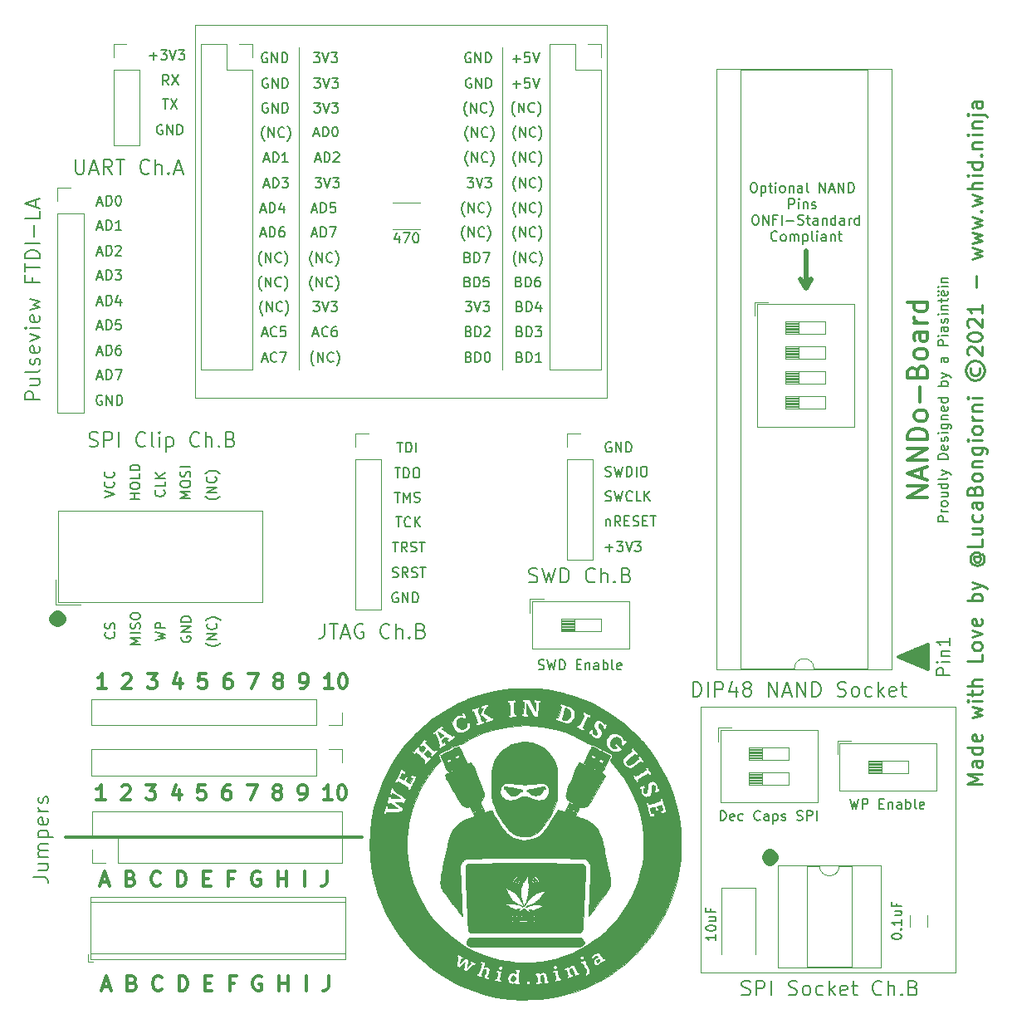
<source format=gbr>
G04 #@! TF.GenerationSoftware,KiCad,Pcbnew,(5.1.5)-3*
G04 #@! TF.CreationDate,2021-05-04T12:01:10+03:00*
G04 #@! TF.ProjectId,NandoBoard,4e616e64-6f42-46f6-9172-642e6b696361,rev?*
G04 #@! TF.SameCoordinates,Original*
G04 #@! TF.FileFunction,Legend,Top*
G04 #@! TF.FilePolarity,Positive*
%FSLAX46Y46*%
G04 Gerber Fmt 4.6, Leading zero omitted, Abs format (unit mm)*
G04 Created by KiCad (PCBNEW (5.1.5)-3) date 2021-05-04 12:01:10*
%MOMM*%
%LPD*%
G04 APERTURE LIST*
%ADD10C,0.150000*%
%ADD11C,0.120000*%
%ADD12C,0.500000*%
%ADD13C,0.200000*%
%ADD14C,0.300000*%
%ADD15C,0.350000*%
%ADD16C,1.250000*%
%ADD17C,0.250000*%
%ADD18C,0.170000*%
%ADD19C,0.010000*%
G04 APERTURE END LIST*
D10*
X47013095Y-73215000D02*
X46917857Y-73167380D01*
X46775000Y-73167380D01*
X46632142Y-73215000D01*
X46536904Y-73310238D01*
X46489285Y-73405476D01*
X46441666Y-73595952D01*
X46441666Y-73738809D01*
X46489285Y-73929285D01*
X46536904Y-74024523D01*
X46632142Y-74119761D01*
X46775000Y-74167380D01*
X46870238Y-74167380D01*
X47013095Y-74119761D01*
X47060714Y-74072142D01*
X47060714Y-73738809D01*
X46870238Y-73738809D01*
X47489285Y-74167380D02*
X47489285Y-73167380D01*
X48060714Y-74167380D01*
X48060714Y-73167380D01*
X48536904Y-74167380D02*
X48536904Y-73167380D01*
X48775000Y-73167380D01*
X48917857Y-73215000D01*
X49013095Y-73310238D01*
X49060714Y-73405476D01*
X49108333Y-73595952D01*
X49108333Y-73738809D01*
X49060714Y-73929285D01*
X49013095Y-74024523D01*
X48917857Y-74119761D01*
X48775000Y-74167380D01*
X48536904Y-74167380D01*
X46560714Y-71286666D02*
X47036904Y-71286666D01*
X46465476Y-71572380D02*
X46798809Y-70572380D01*
X47132142Y-71572380D01*
X47465476Y-71572380D02*
X47465476Y-70572380D01*
X47703571Y-70572380D01*
X47846428Y-70620000D01*
X47941666Y-70715238D01*
X47989285Y-70810476D01*
X48036904Y-71000952D01*
X48036904Y-71143809D01*
X47989285Y-71334285D01*
X47941666Y-71429523D01*
X47846428Y-71524761D01*
X47703571Y-71572380D01*
X47465476Y-71572380D01*
X48370238Y-70572380D02*
X49036904Y-70572380D01*
X48608333Y-71572380D01*
X46560714Y-68801666D02*
X47036904Y-68801666D01*
X46465476Y-69087380D02*
X46798809Y-68087380D01*
X47132142Y-69087380D01*
X47465476Y-69087380D02*
X47465476Y-68087380D01*
X47703571Y-68087380D01*
X47846428Y-68135000D01*
X47941666Y-68230238D01*
X47989285Y-68325476D01*
X48036904Y-68515952D01*
X48036904Y-68658809D01*
X47989285Y-68849285D01*
X47941666Y-68944523D01*
X47846428Y-69039761D01*
X47703571Y-69087380D01*
X47465476Y-69087380D01*
X48894047Y-68087380D02*
X48703571Y-68087380D01*
X48608333Y-68135000D01*
X48560714Y-68182619D01*
X48465476Y-68325476D01*
X48417857Y-68515952D01*
X48417857Y-68896904D01*
X48465476Y-68992142D01*
X48513095Y-69039761D01*
X48608333Y-69087380D01*
X48798809Y-69087380D01*
X48894047Y-69039761D01*
X48941666Y-68992142D01*
X48989285Y-68896904D01*
X48989285Y-68658809D01*
X48941666Y-68563571D01*
X48894047Y-68515952D01*
X48798809Y-68468333D01*
X48608333Y-68468333D01*
X48513095Y-68515952D01*
X48465476Y-68563571D01*
X48417857Y-68658809D01*
X46560714Y-66206666D02*
X47036904Y-66206666D01*
X46465476Y-66492380D02*
X46798809Y-65492380D01*
X47132142Y-66492380D01*
X47465476Y-66492380D02*
X47465476Y-65492380D01*
X47703571Y-65492380D01*
X47846428Y-65540000D01*
X47941666Y-65635238D01*
X47989285Y-65730476D01*
X48036904Y-65920952D01*
X48036904Y-66063809D01*
X47989285Y-66254285D01*
X47941666Y-66349523D01*
X47846428Y-66444761D01*
X47703571Y-66492380D01*
X47465476Y-66492380D01*
X48941666Y-65492380D02*
X48465476Y-65492380D01*
X48417857Y-65968571D01*
X48465476Y-65920952D01*
X48560714Y-65873333D01*
X48798809Y-65873333D01*
X48894047Y-65920952D01*
X48941666Y-65968571D01*
X48989285Y-66063809D01*
X48989285Y-66301904D01*
X48941666Y-66397142D01*
X48894047Y-66444761D01*
X48798809Y-66492380D01*
X48560714Y-66492380D01*
X48465476Y-66444761D01*
X48417857Y-66397142D01*
X46560714Y-63721666D02*
X47036904Y-63721666D01*
X46465476Y-64007380D02*
X46798809Y-63007380D01*
X47132142Y-64007380D01*
X47465476Y-64007380D02*
X47465476Y-63007380D01*
X47703571Y-63007380D01*
X47846428Y-63055000D01*
X47941666Y-63150238D01*
X47989285Y-63245476D01*
X48036904Y-63435952D01*
X48036904Y-63578809D01*
X47989285Y-63769285D01*
X47941666Y-63864523D01*
X47846428Y-63959761D01*
X47703571Y-64007380D01*
X47465476Y-64007380D01*
X48894047Y-63340714D02*
X48894047Y-64007380D01*
X48655952Y-62959761D02*
X48417857Y-63674047D01*
X49036904Y-63674047D01*
X46560714Y-61126666D02*
X47036904Y-61126666D01*
X46465476Y-61412380D02*
X46798809Y-60412380D01*
X47132142Y-61412380D01*
X47465476Y-61412380D02*
X47465476Y-60412380D01*
X47703571Y-60412380D01*
X47846428Y-60460000D01*
X47941666Y-60555238D01*
X47989285Y-60650476D01*
X48036904Y-60840952D01*
X48036904Y-60983809D01*
X47989285Y-61174285D01*
X47941666Y-61269523D01*
X47846428Y-61364761D01*
X47703571Y-61412380D01*
X47465476Y-61412380D01*
X48370238Y-60412380D02*
X48989285Y-60412380D01*
X48655952Y-60793333D01*
X48798809Y-60793333D01*
X48894047Y-60840952D01*
X48941666Y-60888571D01*
X48989285Y-60983809D01*
X48989285Y-61221904D01*
X48941666Y-61317142D01*
X48894047Y-61364761D01*
X48798809Y-61412380D01*
X48513095Y-61412380D01*
X48417857Y-61364761D01*
X48370238Y-61317142D01*
X46560714Y-58641666D02*
X47036904Y-58641666D01*
X46465476Y-58927380D02*
X46798809Y-57927380D01*
X47132142Y-58927380D01*
X47465476Y-58927380D02*
X47465476Y-57927380D01*
X47703571Y-57927380D01*
X47846428Y-57975000D01*
X47941666Y-58070238D01*
X47989285Y-58165476D01*
X48036904Y-58355952D01*
X48036904Y-58498809D01*
X47989285Y-58689285D01*
X47941666Y-58784523D01*
X47846428Y-58879761D01*
X47703571Y-58927380D01*
X47465476Y-58927380D01*
X48417857Y-58022619D02*
X48465476Y-57975000D01*
X48560714Y-57927380D01*
X48798809Y-57927380D01*
X48894047Y-57975000D01*
X48941666Y-58022619D01*
X48989285Y-58117857D01*
X48989285Y-58213095D01*
X48941666Y-58355952D01*
X48370238Y-58927380D01*
X48989285Y-58927380D01*
X46560714Y-56046666D02*
X47036904Y-56046666D01*
X46465476Y-56332380D02*
X46798809Y-55332380D01*
X47132142Y-56332380D01*
X47465476Y-56332380D02*
X47465476Y-55332380D01*
X47703571Y-55332380D01*
X47846428Y-55380000D01*
X47941666Y-55475238D01*
X47989285Y-55570476D01*
X48036904Y-55760952D01*
X48036904Y-55903809D01*
X47989285Y-56094285D01*
X47941666Y-56189523D01*
X47846428Y-56284761D01*
X47703571Y-56332380D01*
X47465476Y-56332380D01*
X48989285Y-56332380D02*
X48417857Y-56332380D01*
X48703571Y-56332380D02*
X48703571Y-55332380D01*
X48608333Y-55475238D01*
X48513095Y-55570476D01*
X48417857Y-55618095D01*
X46560714Y-53561666D02*
X47036904Y-53561666D01*
X46465476Y-53847380D02*
X46798809Y-52847380D01*
X47132142Y-53847380D01*
X47465476Y-53847380D02*
X47465476Y-52847380D01*
X47703571Y-52847380D01*
X47846428Y-52895000D01*
X47941666Y-52990238D01*
X47989285Y-53085476D01*
X48036904Y-53275952D01*
X48036904Y-53418809D01*
X47989285Y-53609285D01*
X47941666Y-53704523D01*
X47846428Y-53799761D01*
X47703571Y-53847380D01*
X47465476Y-53847380D01*
X48655952Y-52847380D02*
X48751190Y-52847380D01*
X48846428Y-52895000D01*
X48894047Y-52942619D01*
X48941666Y-53037857D01*
X48989285Y-53228333D01*
X48989285Y-53466428D01*
X48941666Y-53656904D01*
X48894047Y-53752142D01*
X48846428Y-53799761D01*
X48751190Y-53847380D01*
X48655952Y-53847380D01*
X48560714Y-53799761D01*
X48513095Y-53752142D01*
X48465476Y-53656904D01*
X48417857Y-53466428D01*
X48417857Y-53228333D01*
X48465476Y-53037857D01*
X48513095Y-52942619D01*
X48560714Y-52895000D01*
X48655952Y-52847380D01*
X51873095Y-38586428D02*
X52635000Y-38586428D01*
X52254047Y-38967380D02*
X52254047Y-38205476D01*
X53015952Y-37967380D02*
X53635000Y-37967380D01*
X53301666Y-38348333D01*
X53444523Y-38348333D01*
X53539761Y-38395952D01*
X53587380Y-38443571D01*
X53635000Y-38538809D01*
X53635000Y-38776904D01*
X53587380Y-38872142D01*
X53539761Y-38919761D01*
X53444523Y-38967380D01*
X53158809Y-38967380D01*
X53063571Y-38919761D01*
X53015952Y-38872142D01*
X53920714Y-37967380D02*
X54254047Y-38967380D01*
X54587380Y-37967380D01*
X54825476Y-37967380D02*
X55444523Y-37967380D01*
X55111190Y-38348333D01*
X55254047Y-38348333D01*
X55349285Y-38395952D01*
X55396904Y-38443571D01*
X55444523Y-38538809D01*
X55444523Y-38776904D01*
X55396904Y-38872142D01*
X55349285Y-38919761D01*
X55254047Y-38967380D01*
X54968333Y-38967380D01*
X54873095Y-38919761D01*
X54825476Y-38872142D01*
X84320238Y-59113571D02*
X84463095Y-59161190D01*
X84510714Y-59208809D01*
X84558333Y-59304047D01*
X84558333Y-59446904D01*
X84510714Y-59542142D01*
X84463095Y-59589761D01*
X84367857Y-59637380D01*
X83986904Y-59637380D01*
X83986904Y-58637380D01*
X84320238Y-58637380D01*
X84415476Y-58685000D01*
X84463095Y-58732619D01*
X84510714Y-58827857D01*
X84510714Y-58923095D01*
X84463095Y-59018333D01*
X84415476Y-59065952D01*
X84320238Y-59113571D01*
X83986904Y-59113571D01*
X84986904Y-59637380D02*
X84986904Y-58637380D01*
X85225000Y-58637380D01*
X85367857Y-58685000D01*
X85463095Y-58780238D01*
X85510714Y-58875476D01*
X85558333Y-59065952D01*
X85558333Y-59208809D01*
X85510714Y-59399285D01*
X85463095Y-59494523D01*
X85367857Y-59589761D01*
X85225000Y-59637380D01*
X84986904Y-59637380D01*
X85891666Y-58637380D02*
X86558333Y-58637380D01*
X86129761Y-59637380D01*
X84613095Y-38310000D02*
X84517857Y-38262380D01*
X84375000Y-38262380D01*
X84232142Y-38310000D01*
X84136904Y-38405238D01*
X84089285Y-38500476D01*
X84041666Y-38690952D01*
X84041666Y-38833809D01*
X84089285Y-39024285D01*
X84136904Y-39119523D01*
X84232142Y-39214761D01*
X84375000Y-39262380D01*
X84470238Y-39262380D01*
X84613095Y-39214761D01*
X84660714Y-39167142D01*
X84660714Y-38833809D01*
X84470238Y-38833809D01*
X85089285Y-39262380D02*
X85089285Y-38262380D01*
X85660714Y-39262380D01*
X85660714Y-38262380D01*
X86136904Y-39262380D02*
X86136904Y-38262380D01*
X86375000Y-38262380D01*
X86517857Y-38310000D01*
X86613095Y-38405238D01*
X86660714Y-38500476D01*
X86708333Y-38690952D01*
X86708333Y-38833809D01*
X86660714Y-39024285D01*
X86613095Y-39119523D01*
X86517857Y-39214761D01*
X86375000Y-39262380D01*
X86136904Y-39262380D01*
X84420238Y-66663571D02*
X84563095Y-66711190D01*
X84610714Y-66758809D01*
X84658333Y-66854047D01*
X84658333Y-66996904D01*
X84610714Y-67092142D01*
X84563095Y-67139761D01*
X84467857Y-67187380D01*
X84086904Y-67187380D01*
X84086904Y-66187380D01*
X84420238Y-66187380D01*
X84515476Y-66235000D01*
X84563095Y-66282619D01*
X84610714Y-66377857D01*
X84610714Y-66473095D01*
X84563095Y-66568333D01*
X84515476Y-66615952D01*
X84420238Y-66663571D01*
X84086904Y-66663571D01*
X85086904Y-67187380D02*
X85086904Y-66187380D01*
X85325000Y-66187380D01*
X85467857Y-66235000D01*
X85563095Y-66330238D01*
X85610714Y-66425476D01*
X85658333Y-66615952D01*
X85658333Y-66758809D01*
X85610714Y-66949285D01*
X85563095Y-67044523D01*
X85467857Y-67139761D01*
X85325000Y-67187380D01*
X85086904Y-67187380D01*
X86039285Y-66282619D02*
X86086904Y-66235000D01*
X86182142Y-66187380D01*
X86420238Y-66187380D01*
X86515476Y-66235000D01*
X86563095Y-66282619D01*
X86610714Y-66377857D01*
X86610714Y-66473095D01*
X86563095Y-66615952D01*
X85991666Y-67187380D01*
X86610714Y-67187380D01*
X89283333Y-60018333D02*
X89235714Y-59970714D01*
X89140476Y-59827857D01*
X89092857Y-59732619D01*
X89045238Y-59589761D01*
X88997619Y-59351666D01*
X88997619Y-59161190D01*
X89045238Y-58923095D01*
X89092857Y-58780238D01*
X89140476Y-58685000D01*
X89235714Y-58542142D01*
X89283333Y-58494523D01*
X89664285Y-59637380D02*
X89664285Y-58637380D01*
X90235714Y-59637380D01*
X90235714Y-58637380D01*
X91283333Y-59542142D02*
X91235714Y-59589761D01*
X91092857Y-59637380D01*
X90997619Y-59637380D01*
X90854761Y-59589761D01*
X90759523Y-59494523D01*
X90711904Y-59399285D01*
X90664285Y-59208809D01*
X90664285Y-59065952D01*
X90711904Y-58875476D01*
X90759523Y-58780238D01*
X90854761Y-58685000D01*
X90997619Y-58637380D01*
X91092857Y-58637380D01*
X91235714Y-58685000D01*
X91283333Y-58732619D01*
X91616666Y-60018333D02*
X91664285Y-59970714D01*
X91759523Y-59827857D01*
X91807142Y-59732619D01*
X91854761Y-59589761D01*
X91902380Y-59351666D01*
X91902380Y-59161190D01*
X91854761Y-58923095D01*
X91807142Y-58780238D01*
X91759523Y-58685000D01*
X91664285Y-58542142D01*
X91616666Y-58494523D01*
X84286904Y-51012380D02*
X84905952Y-51012380D01*
X84572619Y-51393333D01*
X84715476Y-51393333D01*
X84810714Y-51440952D01*
X84858333Y-51488571D01*
X84905952Y-51583809D01*
X84905952Y-51821904D01*
X84858333Y-51917142D01*
X84810714Y-51964761D01*
X84715476Y-52012380D01*
X84429761Y-52012380D01*
X84334523Y-51964761D01*
X84286904Y-51917142D01*
X85191666Y-51012380D02*
X85525000Y-52012380D01*
X85858333Y-51012380D01*
X86096428Y-51012380D02*
X86715476Y-51012380D01*
X86382142Y-51393333D01*
X86525000Y-51393333D01*
X86620238Y-51440952D01*
X86667857Y-51488571D01*
X86715476Y-51583809D01*
X86715476Y-51821904D01*
X86667857Y-51917142D01*
X86620238Y-51964761D01*
X86525000Y-52012380D01*
X86239285Y-52012380D01*
X86144047Y-51964761D01*
X86096428Y-51917142D01*
X84663095Y-40910000D02*
X84567857Y-40862380D01*
X84425000Y-40862380D01*
X84282142Y-40910000D01*
X84186904Y-41005238D01*
X84139285Y-41100476D01*
X84091666Y-41290952D01*
X84091666Y-41433809D01*
X84139285Y-41624285D01*
X84186904Y-41719523D01*
X84282142Y-41814761D01*
X84425000Y-41862380D01*
X84520238Y-41862380D01*
X84663095Y-41814761D01*
X84710714Y-41767142D01*
X84710714Y-41433809D01*
X84520238Y-41433809D01*
X85139285Y-41862380D02*
X85139285Y-40862380D01*
X85710714Y-41862380D01*
X85710714Y-40862380D01*
X86186904Y-41862380D02*
X86186904Y-40862380D01*
X86425000Y-40862380D01*
X86567857Y-40910000D01*
X86663095Y-41005238D01*
X86710714Y-41100476D01*
X86758333Y-41290952D01*
X86758333Y-41433809D01*
X86710714Y-41624285D01*
X86663095Y-41719523D01*
X86567857Y-41814761D01*
X86425000Y-41862380D01*
X86186904Y-41862380D01*
X84258333Y-44743333D02*
X84210714Y-44695714D01*
X84115476Y-44552857D01*
X84067857Y-44457619D01*
X84020238Y-44314761D01*
X83972619Y-44076666D01*
X83972619Y-43886190D01*
X84020238Y-43648095D01*
X84067857Y-43505238D01*
X84115476Y-43410000D01*
X84210714Y-43267142D01*
X84258333Y-43219523D01*
X84639285Y-44362380D02*
X84639285Y-43362380D01*
X85210714Y-44362380D01*
X85210714Y-43362380D01*
X86258333Y-44267142D02*
X86210714Y-44314761D01*
X86067857Y-44362380D01*
X85972619Y-44362380D01*
X85829761Y-44314761D01*
X85734523Y-44219523D01*
X85686904Y-44124285D01*
X85639285Y-43933809D01*
X85639285Y-43790952D01*
X85686904Y-43600476D01*
X85734523Y-43505238D01*
X85829761Y-43410000D01*
X85972619Y-43362380D01*
X86067857Y-43362380D01*
X86210714Y-43410000D01*
X86258333Y-43457619D01*
X86591666Y-44743333D02*
X86639285Y-44695714D01*
X86734523Y-44552857D01*
X86782142Y-44457619D01*
X86829761Y-44314761D01*
X86877380Y-44076666D01*
X86877380Y-43886190D01*
X86829761Y-43648095D01*
X86782142Y-43505238D01*
X86734523Y-43410000D01*
X86639285Y-43267142D01*
X86591666Y-43219523D01*
X84358333Y-47243333D02*
X84310714Y-47195714D01*
X84215476Y-47052857D01*
X84167857Y-46957619D01*
X84120238Y-46814761D01*
X84072619Y-46576666D01*
X84072619Y-46386190D01*
X84120238Y-46148095D01*
X84167857Y-46005238D01*
X84215476Y-45910000D01*
X84310714Y-45767142D01*
X84358333Y-45719523D01*
X84739285Y-46862380D02*
X84739285Y-45862380D01*
X85310714Y-46862380D01*
X85310714Y-45862380D01*
X86358333Y-46767142D02*
X86310714Y-46814761D01*
X86167857Y-46862380D01*
X86072619Y-46862380D01*
X85929761Y-46814761D01*
X85834523Y-46719523D01*
X85786904Y-46624285D01*
X85739285Y-46433809D01*
X85739285Y-46290952D01*
X85786904Y-46100476D01*
X85834523Y-46005238D01*
X85929761Y-45910000D01*
X86072619Y-45862380D01*
X86167857Y-45862380D01*
X86310714Y-45910000D01*
X86358333Y-45957619D01*
X86691666Y-47243333D02*
X86739285Y-47195714D01*
X86834523Y-47052857D01*
X86882142Y-46957619D01*
X86929761Y-46814761D01*
X86977380Y-46576666D01*
X86977380Y-46386190D01*
X86929761Y-46148095D01*
X86882142Y-46005238D01*
X86834523Y-45910000D01*
X86739285Y-45767142D01*
X86691666Y-45719523D01*
X89645238Y-69263571D02*
X89788095Y-69311190D01*
X89835714Y-69358809D01*
X89883333Y-69454047D01*
X89883333Y-69596904D01*
X89835714Y-69692142D01*
X89788095Y-69739761D01*
X89692857Y-69787380D01*
X89311904Y-69787380D01*
X89311904Y-68787380D01*
X89645238Y-68787380D01*
X89740476Y-68835000D01*
X89788095Y-68882619D01*
X89835714Y-68977857D01*
X89835714Y-69073095D01*
X89788095Y-69168333D01*
X89740476Y-69215952D01*
X89645238Y-69263571D01*
X89311904Y-69263571D01*
X90311904Y-69787380D02*
X90311904Y-68787380D01*
X90550000Y-68787380D01*
X90692857Y-68835000D01*
X90788095Y-68930238D01*
X90835714Y-69025476D01*
X90883333Y-69215952D01*
X90883333Y-69358809D01*
X90835714Y-69549285D01*
X90788095Y-69644523D01*
X90692857Y-69739761D01*
X90550000Y-69787380D01*
X90311904Y-69787380D01*
X91835714Y-69787380D02*
X91264285Y-69787380D01*
X91550000Y-69787380D02*
X91550000Y-68787380D01*
X91454761Y-68930238D01*
X91359523Y-69025476D01*
X91264285Y-69073095D01*
X84420238Y-69263571D02*
X84563095Y-69311190D01*
X84610714Y-69358809D01*
X84658333Y-69454047D01*
X84658333Y-69596904D01*
X84610714Y-69692142D01*
X84563095Y-69739761D01*
X84467857Y-69787380D01*
X84086904Y-69787380D01*
X84086904Y-68787380D01*
X84420238Y-68787380D01*
X84515476Y-68835000D01*
X84563095Y-68882619D01*
X84610714Y-68977857D01*
X84610714Y-69073095D01*
X84563095Y-69168333D01*
X84515476Y-69215952D01*
X84420238Y-69263571D01*
X84086904Y-69263571D01*
X85086904Y-69787380D02*
X85086904Y-68787380D01*
X85325000Y-68787380D01*
X85467857Y-68835000D01*
X85563095Y-68930238D01*
X85610714Y-69025476D01*
X85658333Y-69215952D01*
X85658333Y-69358809D01*
X85610714Y-69549285D01*
X85563095Y-69644523D01*
X85467857Y-69739761D01*
X85325000Y-69787380D01*
X85086904Y-69787380D01*
X86277380Y-68787380D02*
X86372619Y-68787380D01*
X86467857Y-68835000D01*
X86515476Y-68882619D01*
X86563095Y-68977857D01*
X86610714Y-69168333D01*
X86610714Y-69406428D01*
X86563095Y-69596904D01*
X86515476Y-69692142D01*
X86467857Y-69739761D01*
X86372619Y-69787380D01*
X86277380Y-69787380D01*
X86182142Y-69739761D01*
X86134523Y-69692142D01*
X86086904Y-69596904D01*
X86039285Y-69406428D01*
X86039285Y-69168333D01*
X86086904Y-68977857D01*
X86134523Y-68882619D01*
X86182142Y-68835000D01*
X86277380Y-68787380D01*
X84358333Y-49793333D02*
X84310714Y-49745714D01*
X84215476Y-49602857D01*
X84167857Y-49507619D01*
X84120238Y-49364761D01*
X84072619Y-49126666D01*
X84072619Y-48936190D01*
X84120238Y-48698095D01*
X84167857Y-48555238D01*
X84215476Y-48460000D01*
X84310714Y-48317142D01*
X84358333Y-48269523D01*
X84739285Y-49412380D02*
X84739285Y-48412380D01*
X85310714Y-49412380D01*
X85310714Y-48412380D01*
X86358333Y-49317142D02*
X86310714Y-49364761D01*
X86167857Y-49412380D01*
X86072619Y-49412380D01*
X85929761Y-49364761D01*
X85834523Y-49269523D01*
X85786904Y-49174285D01*
X85739285Y-48983809D01*
X85739285Y-48840952D01*
X85786904Y-48650476D01*
X85834523Y-48555238D01*
X85929761Y-48460000D01*
X86072619Y-48412380D01*
X86167857Y-48412380D01*
X86310714Y-48460000D01*
X86358333Y-48507619D01*
X86691666Y-49793333D02*
X86739285Y-49745714D01*
X86834523Y-49602857D01*
X86882142Y-49507619D01*
X86929761Y-49364761D01*
X86977380Y-49126666D01*
X86977380Y-48936190D01*
X86929761Y-48698095D01*
X86882142Y-48555238D01*
X86834523Y-48460000D01*
X86739285Y-48317142D01*
X86691666Y-48269523D01*
X84008333Y-54943333D02*
X83960714Y-54895714D01*
X83865476Y-54752857D01*
X83817857Y-54657619D01*
X83770238Y-54514761D01*
X83722619Y-54276666D01*
X83722619Y-54086190D01*
X83770238Y-53848095D01*
X83817857Y-53705238D01*
X83865476Y-53610000D01*
X83960714Y-53467142D01*
X84008333Y-53419523D01*
X84389285Y-54562380D02*
X84389285Y-53562380D01*
X84960714Y-54562380D01*
X84960714Y-53562380D01*
X86008333Y-54467142D02*
X85960714Y-54514761D01*
X85817857Y-54562380D01*
X85722619Y-54562380D01*
X85579761Y-54514761D01*
X85484523Y-54419523D01*
X85436904Y-54324285D01*
X85389285Y-54133809D01*
X85389285Y-53990952D01*
X85436904Y-53800476D01*
X85484523Y-53705238D01*
X85579761Y-53610000D01*
X85722619Y-53562380D01*
X85817857Y-53562380D01*
X85960714Y-53610000D01*
X86008333Y-53657619D01*
X86341666Y-54943333D02*
X86389285Y-54895714D01*
X86484523Y-54752857D01*
X86532142Y-54657619D01*
X86579761Y-54514761D01*
X86627380Y-54276666D01*
X86627380Y-54086190D01*
X86579761Y-53848095D01*
X86532142Y-53705238D01*
X86484523Y-53610000D01*
X86389285Y-53467142D01*
X86341666Y-53419523D01*
X84008333Y-57418333D02*
X83960714Y-57370714D01*
X83865476Y-57227857D01*
X83817857Y-57132619D01*
X83770238Y-56989761D01*
X83722619Y-56751666D01*
X83722619Y-56561190D01*
X83770238Y-56323095D01*
X83817857Y-56180238D01*
X83865476Y-56085000D01*
X83960714Y-55942142D01*
X84008333Y-55894523D01*
X84389285Y-57037380D02*
X84389285Y-56037380D01*
X84960714Y-57037380D01*
X84960714Y-56037380D01*
X86008333Y-56942142D02*
X85960714Y-56989761D01*
X85817857Y-57037380D01*
X85722619Y-57037380D01*
X85579761Y-56989761D01*
X85484523Y-56894523D01*
X85436904Y-56799285D01*
X85389285Y-56608809D01*
X85389285Y-56465952D01*
X85436904Y-56275476D01*
X85484523Y-56180238D01*
X85579761Y-56085000D01*
X85722619Y-56037380D01*
X85817857Y-56037380D01*
X85960714Y-56085000D01*
X86008333Y-56132619D01*
X86341666Y-57418333D02*
X86389285Y-57370714D01*
X86484523Y-57227857D01*
X86532142Y-57132619D01*
X86579761Y-56989761D01*
X86627380Y-56751666D01*
X86627380Y-56561190D01*
X86579761Y-56323095D01*
X86532142Y-56180238D01*
X86484523Y-56085000D01*
X86389285Y-55942142D01*
X86341666Y-55894523D01*
X84086904Y-63637380D02*
X84705952Y-63637380D01*
X84372619Y-64018333D01*
X84515476Y-64018333D01*
X84610714Y-64065952D01*
X84658333Y-64113571D01*
X84705952Y-64208809D01*
X84705952Y-64446904D01*
X84658333Y-64542142D01*
X84610714Y-64589761D01*
X84515476Y-64637380D01*
X84229761Y-64637380D01*
X84134523Y-64589761D01*
X84086904Y-64542142D01*
X84991666Y-63637380D02*
X85325000Y-64637380D01*
X85658333Y-63637380D01*
X85896428Y-63637380D02*
X86515476Y-63637380D01*
X86182142Y-64018333D01*
X86325000Y-64018333D01*
X86420238Y-64065952D01*
X86467857Y-64113571D01*
X86515476Y-64208809D01*
X86515476Y-64446904D01*
X86467857Y-64542142D01*
X86420238Y-64589761D01*
X86325000Y-64637380D01*
X86039285Y-64637380D01*
X85944047Y-64589761D01*
X85896428Y-64542142D01*
X88914285Y-38871428D02*
X89676190Y-38871428D01*
X89295238Y-39252380D02*
X89295238Y-38490476D01*
X90628571Y-38252380D02*
X90152380Y-38252380D01*
X90104761Y-38728571D01*
X90152380Y-38680952D01*
X90247619Y-38633333D01*
X90485714Y-38633333D01*
X90580952Y-38680952D01*
X90628571Y-38728571D01*
X90676190Y-38823809D01*
X90676190Y-39061904D01*
X90628571Y-39157142D01*
X90580952Y-39204761D01*
X90485714Y-39252380D01*
X90247619Y-39252380D01*
X90152380Y-39204761D01*
X90104761Y-39157142D01*
X90961904Y-38252380D02*
X91295238Y-39252380D01*
X91628571Y-38252380D01*
X89133333Y-44733333D02*
X89085714Y-44685714D01*
X88990476Y-44542857D01*
X88942857Y-44447619D01*
X88895238Y-44304761D01*
X88847619Y-44066666D01*
X88847619Y-43876190D01*
X88895238Y-43638095D01*
X88942857Y-43495238D01*
X88990476Y-43400000D01*
X89085714Y-43257142D01*
X89133333Y-43209523D01*
X89514285Y-44352380D02*
X89514285Y-43352380D01*
X90085714Y-44352380D01*
X90085714Y-43352380D01*
X91133333Y-44257142D02*
X91085714Y-44304761D01*
X90942857Y-44352380D01*
X90847619Y-44352380D01*
X90704761Y-44304761D01*
X90609523Y-44209523D01*
X90561904Y-44114285D01*
X90514285Y-43923809D01*
X90514285Y-43780952D01*
X90561904Y-43590476D01*
X90609523Y-43495238D01*
X90704761Y-43400000D01*
X90847619Y-43352380D01*
X90942857Y-43352380D01*
X91085714Y-43400000D01*
X91133333Y-43447619D01*
X91466666Y-44733333D02*
X91514285Y-44685714D01*
X91609523Y-44542857D01*
X91657142Y-44447619D01*
X91704761Y-44304761D01*
X91752380Y-44066666D01*
X91752380Y-43876190D01*
X91704761Y-43638095D01*
X91657142Y-43495238D01*
X91609523Y-43400000D01*
X91514285Y-43257142D01*
X91466666Y-43209523D01*
X89233333Y-54943333D02*
X89185714Y-54895714D01*
X89090476Y-54752857D01*
X89042857Y-54657619D01*
X88995238Y-54514761D01*
X88947619Y-54276666D01*
X88947619Y-54086190D01*
X88995238Y-53848095D01*
X89042857Y-53705238D01*
X89090476Y-53610000D01*
X89185714Y-53467142D01*
X89233333Y-53419523D01*
X89614285Y-54562380D02*
X89614285Y-53562380D01*
X90185714Y-54562380D01*
X90185714Y-53562380D01*
X91233333Y-54467142D02*
X91185714Y-54514761D01*
X91042857Y-54562380D01*
X90947619Y-54562380D01*
X90804761Y-54514761D01*
X90709523Y-54419523D01*
X90661904Y-54324285D01*
X90614285Y-54133809D01*
X90614285Y-53990952D01*
X90661904Y-53800476D01*
X90709523Y-53705238D01*
X90804761Y-53610000D01*
X90947619Y-53562380D01*
X91042857Y-53562380D01*
X91185714Y-53610000D01*
X91233333Y-53657619D01*
X91566666Y-54943333D02*
X91614285Y-54895714D01*
X91709523Y-54752857D01*
X91757142Y-54657619D01*
X91804761Y-54514761D01*
X91852380Y-54276666D01*
X91852380Y-54086190D01*
X91804761Y-53848095D01*
X91757142Y-53705238D01*
X91709523Y-53610000D01*
X91614285Y-53467142D01*
X91566666Y-53419523D01*
X89645238Y-64113571D02*
X89788095Y-64161190D01*
X89835714Y-64208809D01*
X89883333Y-64304047D01*
X89883333Y-64446904D01*
X89835714Y-64542142D01*
X89788095Y-64589761D01*
X89692857Y-64637380D01*
X89311904Y-64637380D01*
X89311904Y-63637380D01*
X89645238Y-63637380D01*
X89740476Y-63685000D01*
X89788095Y-63732619D01*
X89835714Y-63827857D01*
X89835714Y-63923095D01*
X89788095Y-64018333D01*
X89740476Y-64065952D01*
X89645238Y-64113571D01*
X89311904Y-64113571D01*
X90311904Y-64637380D02*
X90311904Y-63637380D01*
X90550000Y-63637380D01*
X90692857Y-63685000D01*
X90788095Y-63780238D01*
X90835714Y-63875476D01*
X90883333Y-64065952D01*
X90883333Y-64208809D01*
X90835714Y-64399285D01*
X90788095Y-64494523D01*
X90692857Y-64589761D01*
X90550000Y-64637380D01*
X90311904Y-64637380D01*
X91740476Y-63970714D02*
X91740476Y-64637380D01*
X91502380Y-63589761D02*
X91264285Y-64304047D01*
X91883333Y-64304047D01*
X89645238Y-66663571D02*
X89788095Y-66711190D01*
X89835714Y-66758809D01*
X89883333Y-66854047D01*
X89883333Y-66996904D01*
X89835714Y-67092142D01*
X89788095Y-67139761D01*
X89692857Y-67187380D01*
X89311904Y-67187380D01*
X89311904Y-66187380D01*
X89645238Y-66187380D01*
X89740476Y-66235000D01*
X89788095Y-66282619D01*
X89835714Y-66377857D01*
X89835714Y-66473095D01*
X89788095Y-66568333D01*
X89740476Y-66615952D01*
X89645238Y-66663571D01*
X89311904Y-66663571D01*
X90311904Y-67187380D02*
X90311904Y-66187380D01*
X90550000Y-66187380D01*
X90692857Y-66235000D01*
X90788095Y-66330238D01*
X90835714Y-66425476D01*
X90883333Y-66615952D01*
X90883333Y-66758809D01*
X90835714Y-66949285D01*
X90788095Y-67044523D01*
X90692857Y-67139761D01*
X90550000Y-67187380D01*
X90311904Y-67187380D01*
X91216666Y-66187380D02*
X91835714Y-66187380D01*
X91502380Y-66568333D01*
X91645238Y-66568333D01*
X91740476Y-66615952D01*
X91788095Y-66663571D01*
X91835714Y-66758809D01*
X91835714Y-66996904D01*
X91788095Y-67092142D01*
X91740476Y-67139761D01*
X91645238Y-67187380D01*
X91359523Y-67187380D01*
X91264285Y-67139761D01*
X91216666Y-67092142D01*
X84320238Y-61613571D02*
X84463095Y-61661190D01*
X84510714Y-61708809D01*
X84558333Y-61804047D01*
X84558333Y-61946904D01*
X84510714Y-62042142D01*
X84463095Y-62089761D01*
X84367857Y-62137380D01*
X83986904Y-62137380D01*
X83986904Y-61137380D01*
X84320238Y-61137380D01*
X84415476Y-61185000D01*
X84463095Y-61232619D01*
X84510714Y-61327857D01*
X84510714Y-61423095D01*
X84463095Y-61518333D01*
X84415476Y-61565952D01*
X84320238Y-61613571D01*
X83986904Y-61613571D01*
X84986904Y-62137380D02*
X84986904Y-61137380D01*
X85225000Y-61137380D01*
X85367857Y-61185000D01*
X85463095Y-61280238D01*
X85510714Y-61375476D01*
X85558333Y-61565952D01*
X85558333Y-61708809D01*
X85510714Y-61899285D01*
X85463095Y-61994523D01*
X85367857Y-62089761D01*
X85225000Y-62137380D01*
X84986904Y-62137380D01*
X86463095Y-61137380D02*
X85986904Y-61137380D01*
X85939285Y-61613571D01*
X85986904Y-61565952D01*
X86082142Y-61518333D01*
X86320238Y-61518333D01*
X86415476Y-61565952D01*
X86463095Y-61613571D01*
X86510714Y-61708809D01*
X86510714Y-61946904D01*
X86463095Y-62042142D01*
X86415476Y-62089761D01*
X86320238Y-62137380D01*
X86082142Y-62137380D01*
X85986904Y-62089761D01*
X85939285Y-62042142D01*
X89233333Y-52383333D02*
X89185714Y-52335714D01*
X89090476Y-52192857D01*
X89042857Y-52097619D01*
X88995238Y-51954761D01*
X88947619Y-51716666D01*
X88947619Y-51526190D01*
X88995238Y-51288095D01*
X89042857Y-51145238D01*
X89090476Y-51050000D01*
X89185714Y-50907142D01*
X89233333Y-50859523D01*
X89614285Y-52002380D02*
X89614285Y-51002380D01*
X90185714Y-52002380D01*
X90185714Y-51002380D01*
X91233333Y-51907142D02*
X91185714Y-51954761D01*
X91042857Y-52002380D01*
X90947619Y-52002380D01*
X90804761Y-51954761D01*
X90709523Y-51859523D01*
X90661904Y-51764285D01*
X90614285Y-51573809D01*
X90614285Y-51430952D01*
X90661904Y-51240476D01*
X90709523Y-51145238D01*
X90804761Y-51050000D01*
X90947619Y-51002380D01*
X91042857Y-51002380D01*
X91185714Y-51050000D01*
X91233333Y-51097619D01*
X91566666Y-52383333D02*
X91614285Y-52335714D01*
X91709523Y-52192857D01*
X91757142Y-52097619D01*
X91804761Y-51954761D01*
X91852380Y-51716666D01*
X91852380Y-51526190D01*
X91804761Y-51288095D01*
X91757142Y-51145238D01*
X91709523Y-51050000D01*
X91614285Y-50907142D01*
X91566666Y-50859523D01*
X89233333Y-57418333D02*
X89185714Y-57370714D01*
X89090476Y-57227857D01*
X89042857Y-57132619D01*
X88995238Y-56989761D01*
X88947619Y-56751666D01*
X88947619Y-56561190D01*
X88995238Y-56323095D01*
X89042857Y-56180238D01*
X89090476Y-56085000D01*
X89185714Y-55942142D01*
X89233333Y-55894523D01*
X89614285Y-57037380D02*
X89614285Y-56037380D01*
X90185714Y-57037380D01*
X90185714Y-56037380D01*
X91233333Y-56942142D02*
X91185714Y-56989761D01*
X91042857Y-57037380D01*
X90947619Y-57037380D01*
X90804761Y-56989761D01*
X90709523Y-56894523D01*
X90661904Y-56799285D01*
X90614285Y-56608809D01*
X90614285Y-56465952D01*
X90661904Y-56275476D01*
X90709523Y-56180238D01*
X90804761Y-56085000D01*
X90947619Y-56037380D01*
X91042857Y-56037380D01*
X91185714Y-56085000D01*
X91233333Y-56132619D01*
X91566666Y-57418333D02*
X91614285Y-57370714D01*
X91709523Y-57227857D01*
X91757142Y-57132619D01*
X91804761Y-56989761D01*
X91852380Y-56751666D01*
X91852380Y-56561190D01*
X91804761Y-56323095D01*
X91757142Y-56180238D01*
X91709523Y-56085000D01*
X91614285Y-55942142D01*
X91566666Y-55894523D01*
X89233333Y-49783333D02*
X89185714Y-49735714D01*
X89090476Y-49592857D01*
X89042857Y-49497619D01*
X88995238Y-49354761D01*
X88947619Y-49116666D01*
X88947619Y-48926190D01*
X88995238Y-48688095D01*
X89042857Y-48545238D01*
X89090476Y-48450000D01*
X89185714Y-48307142D01*
X89233333Y-48259523D01*
X89614285Y-49402380D02*
X89614285Y-48402380D01*
X90185714Y-49402380D01*
X90185714Y-48402380D01*
X91233333Y-49307142D02*
X91185714Y-49354761D01*
X91042857Y-49402380D01*
X90947619Y-49402380D01*
X90804761Y-49354761D01*
X90709523Y-49259523D01*
X90661904Y-49164285D01*
X90614285Y-48973809D01*
X90614285Y-48830952D01*
X90661904Y-48640476D01*
X90709523Y-48545238D01*
X90804761Y-48450000D01*
X90947619Y-48402380D01*
X91042857Y-48402380D01*
X91185714Y-48450000D01*
X91233333Y-48497619D01*
X91566666Y-49783333D02*
X91614285Y-49735714D01*
X91709523Y-49592857D01*
X91757142Y-49497619D01*
X91804761Y-49354761D01*
X91852380Y-49116666D01*
X91852380Y-48926190D01*
X91804761Y-48688095D01*
X91757142Y-48545238D01*
X91709523Y-48450000D01*
X91614285Y-48307142D01*
X91566666Y-48259523D01*
X89233333Y-47233333D02*
X89185714Y-47185714D01*
X89090476Y-47042857D01*
X89042857Y-46947619D01*
X88995238Y-46804761D01*
X88947619Y-46566666D01*
X88947619Y-46376190D01*
X88995238Y-46138095D01*
X89042857Y-45995238D01*
X89090476Y-45900000D01*
X89185714Y-45757142D01*
X89233333Y-45709523D01*
X89614285Y-46852380D02*
X89614285Y-45852380D01*
X90185714Y-46852380D01*
X90185714Y-45852380D01*
X91233333Y-46757142D02*
X91185714Y-46804761D01*
X91042857Y-46852380D01*
X90947619Y-46852380D01*
X90804761Y-46804761D01*
X90709523Y-46709523D01*
X90661904Y-46614285D01*
X90614285Y-46423809D01*
X90614285Y-46280952D01*
X90661904Y-46090476D01*
X90709523Y-45995238D01*
X90804761Y-45900000D01*
X90947619Y-45852380D01*
X91042857Y-45852380D01*
X91185714Y-45900000D01*
X91233333Y-45947619D01*
X91566666Y-47233333D02*
X91614285Y-47185714D01*
X91709523Y-47042857D01*
X91757142Y-46947619D01*
X91804761Y-46804761D01*
X91852380Y-46566666D01*
X91852380Y-46376190D01*
X91804761Y-46138095D01*
X91757142Y-45995238D01*
X91709523Y-45900000D01*
X91614285Y-45757142D01*
X91566666Y-45709523D01*
X88914285Y-41471428D02*
X89676190Y-41471428D01*
X89295238Y-41852380D02*
X89295238Y-41090476D01*
X90628571Y-40852380D02*
X90152380Y-40852380D01*
X90104761Y-41328571D01*
X90152380Y-41280952D01*
X90247619Y-41233333D01*
X90485714Y-41233333D01*
X90580952Y-41280952D01*
X90628571Y-41328571D01*
X90676190Y-41423809D01*
X90676190Y-41661904D01*
X90628571Y-41757142D01*
X90580952Y-41804761D01*
X90485714Y-41852380D01*
X90247619Y-41852380D01*
X90152380Y-41804761D01*
X90104761Y-41757142D01*
X90961904Y-40852380D02*
X91295238Y-41852380D01*
X91628571Y-40852380D01*
X89545238Y-61613571D02*
X89688095Y-61661190D01*
X89735714Y-61708809D01*
X89783333Y-61804047D01*
X89783333Y-61946904D01*
X89735714Y-62042142D01*
X89688095Y-62089761D01*
X89592857Y-62137380D01*
X89211904Y-62137380D01*
X89211904Y-61137380D01*
X89545238Y-61137380D01*
X89640476Y-61185000D01*
X89688095Y-61232619D01*
X89735714Y-61327857D01*
X89735714Y-61423095D01*
X89688095Y-61518333D01*
X89640476Y-61565952D01*
X89545238Y-61613571D01*
X89211904Y-61613571D01*
X90211904Y-62137380D02*
X90211904Y-61137380D01*
X90450000Y-61137380D01*
X90592857Y-61185000D01*
X90688095Y-61280238D01*
X90735714Y-61375476D01*
X90783333Y-61565952D01*
X90783333Y-61708809D01*
X90735714Y-61899285D01*
X90688095Y-61994523D01*
X90592857Y-62089761D01*
X90450000Y-62137380D01*
X90211904Y-62137380D01*
X91640476Y-61137380D02*
X91450000Y-61137380D01*
X91354761Y-61185000D01*
X91307142Y-61232619D01*
X91211904Y-61375476D01*
X91164285Y-61565952D01*
X91164285Y-61946904D01*
X91211904Y-62042142D01*
X91259523Y-62089761D01*
X91354761Y-62137380D01*
X91545238Y-62137380D01*
X91640476Y-62089761D01*
X91688095Y-62042142D01*
X91735714Y-61946904D01*
X91735714Y-61708809D01*
X91688095Y-61613571D01*
X91640476Y-61565952D01*
X91545238Y-61518333D01*
X91354761Y-61518333D01*
X91259523Y-61565952D01*
X91211904Y-61613571D01*
X91164285Y-61708809D01*
D11*
X87850000Y-70575000D02*
X87850000Y-37700000D01*
X67100000Y-70575000D02*
X67100000Y-37700000D01*
D10*
X68561904Y-63637380D02*
X69180952Y-63637380D01*
X68847619Y-64018333D01*
X68990476Y-64018333D01*
X69085714Y-64065952D01*
X69133333Y-64113571D01*
X69180952Y-64208809D01*
X69180952Y-64446904D01*
X69133333Y-64542142D01*
X69085714Y-64589761D01*
X68990476Y-64637380D01*
X68704761Y-64637380D01*
X68609523Y-64589761D01*
X68561904Y-64542142D01*
X69466666Y-63637380D02*
X69800000Y-64637380D01*
X70133333Y-63637380D01*
X70371428Y-63637380D02*
X70990476Y-63637380D01*
X70657142Y-64018333D01*
X70800000Y-64018333D01*
X70895238Y-64065952D01*
X70942857Y-64113571D01*
X70990476Y-64208809D01*
X70990476Y-64446904D01*
X70942857Y-64542142D01*
X70895238Y-64589761D01*
X70800000Y-64637380D01*
X70514285Y-64637380D01*
X70419047Y-64589761D01*
X70371428Y-64542142D01*
X68533333Y-60018333D02*
X68485714Y-59970714D01*
X68390476Y-59827857D01*
X68342857Y-59732619D01*
X68295238Y-59589761D01*
X68247619Y-59351666D01*
X68247619Y-59161190D01*
X68295238Y-58923095D01*
X68342857Y-58780238D01*
X68390476Y-58685000D01*
X68485714Y-58542142D01*
X68533333Y-58494523D01*
X68914285Y-59637380D02*
X68914285Y-58637380D01*
X69485714Y-59637380D01*
X69485714Y-58637380D01*
X70533333Y-59542142D02*
X70485714Y-59589761D01*
X70342857Y-59637380D01*
X70247619Y-59637380D01*
X70104761Y-59589761D01*
X70009523Y-59494523D01*
X69961904Y-59399285D01*
X69914285Y-59208809D01*
X69914285Y-59065952D01*
X69961904Y-58875476D01*
X70009523Y-58780238D01*
X70104761Y-58685000D01*
X70247619Y-58637380D01*
X70342857Y-58637380D01*
X70485714Y-58685000D01*
X70533333Y-58732619D01*
X70866666Y-60018333D02*
X70914285Y-59970714D01*
X71009523Y-59827857D01*
X71057142Y-59732619D01*
X71104761Y-59589761D01*
X71152380Y-59351666D01*
X71152380Y-59161190D01*
X71104761Y-58923095D01*
X71057142Y-58780238D01*
X71009523Y-58685000D01*
X70914285Y-58542142D01*
X70866666Y-58494523D01*
X68633333Y-70168333D02*
X68585714Y-70120714D01*
X68490476Y-69977857D01*
X68442857Y-69882619D01*
X68395238Y-69739761D01*
X68347619Y-69501666D01*
X68347619Y-69311190D01*
X68395238Y-69073095D01*
X68442857Y-68930238D01*
X68490476Y-68835000D01*
X68585714Y-68692142D01*
X68633333Y-68644523D01*
X69014285Y-69787380D02*
X69014285Y-68787380D01*
X69585714Y-69787380D01*
X69585714Y-68787380D01*
X70633333Y-69692142D02*
X70585714Y-69739761D01*
X70442857Y-69787380D01*
X70347619Y-69787380D01*
X70204761Y-69739761D01*
X70109523Y-69644523D01*
X70061904Y-69549285D01*
X70014285Y-69358809D01*
X70014285Y-69215952D01*
X70061904Y-69025476D01*
X70109523Y-68930238D01*
X70204761Y-68835000D01*
X70347619Y-68787380D01*
X70442857Y-68787380D01*
X70585714Y-68835000D01*
X70633333Y-68882619D01*
X70966666Y-70168333D02*
X71014285Y-70120714D01*
X71109523Y-69977857D01*
X71157142Y-69882619D01*
X71204761Y-69739761D01*
X71252380Y-69501666D01*
X71252380Y-69311190D01*
X71204761Y-69073095D01*
X71157142Y-68930238D01*
X71109523Y-68835000D01*
X71014285Y-68692142D01*
X70966666Y-68644523D01*
X68435714Y-56751666D02*
X68911904Y-56751666D01*
X68340476Y-57037380D02*
X68673809Y-56037380D01*
X69007142Y-57037380D01*
X69340476Y-57037380D02*
X69340476Y-56037380D01*
X69578571Y-56037380D01*
X69721428Y-56085000D01*
X69816666Y-56180238D01*
X69864285Y-56275476D01*
X69911904Y-56465952D01*
X69911904Y-56608809D01*
X69864285Y-56799285D01*
X69816666Y-56894523D01*
X69721428Y-56989761D01*
X69578571Y-57037380D01*
X69340476Y-57037380D01*
X70245238Y-56037380D02*
X70911904Y-56037380D01*
X70483333Y-57037380D01*
X68585714Y-66901666D02*
X69061904Y-66901666D01*
X68490476Y-67187380D02*
X68823809Y-66187380D01*
X69157142Y-67187380D01*
X70061904Y-67092142D02*
X70014285Y-67139761D01*
X69871428Y-67187380D01*
X69776190Y-67187380D01*
X69633333Y-67139761D01*
X69538095Y-67044523D01*
X69490476Y-66949285D01*
X69442857Y-66758809D01*
X69442857Y-66615952D01*
X69490476Y-66425476D01*
X69538095Y-66330238D01*
X69633333Y-66235000D01*
X69776190Y-66187380D01*
X69871428Y-66187380D01*
X70014285Y-66235000D01*
X70061904Y-66282619D01*
X70919047Y-66187380D02*
X70728571Y-66187380D01*
X70633333Y-66235000D01*
X70585714Y-66282619D01*
X70490476Y-66425476D01*
X70442857Y-66615952D01*
X70442857Y-66996904D01*
X70490476Y-67092142D01*
X70538095Y-67139761D01*
X70633333Y-67187380D01*
X70823809Y-67187380D01*
X70919047Y-67139761D01*
X70966666Y-67092142D01*
X71014285Y-66996904D01*
X71014285Y-66758809D01*
X70966666Y-66663571D01*
X70919047Y-66615952D01*
X70823809Y-66568333D01*
X70633333Y-66568333D01*
X70538095Y-66615952D01*
X70490476Y-66663571D01*
X70442857Y-66758809D01*
X68533333Y-62518333D02*
X68485714Y-62470714D01*
X68390476Y-62327857D01*
X68342857Y-62232619D01*
X68295238Y-62089761D01*
X68247619Y-61851666D01*
X68247619Y-61661190D01*
X68295238Y-61423095D01*
X68342857Y-61280238D01*
X68390476Y-61185000D01*
X68485714Y-61042142D01*
X68533333Y-60994523D01*
X68914285Y-62137380D02*
X68914285Y-61137380D01*
X69485714Y-62137380D01*
X69485714Y-61137380D01*
X70533333Y-62042142D02*
X70485714Y-62089761D01*
X70342857Y-62137380D01*
X70247619Y-62137380D01*
X70104761Y-62089761D01*
X70009523Y-61994523D01*
X69961904Y-61899285D01*
X69914285Y-61708809D01*
X69914285Y-61565952D01*
X69961904Y-61375476D01*
X70009523Y-61280238D01*
X70104761Y-61185000D01*
X70247619Y-61137380D01*
X70342857Y-61137380D01*
X70485714Y-61185000D01*
X70533333Y-61232619D01*
X70866666Y-62518333D02*
X70914285Y-62470714D01*
X71009523Y-62327857D01*
X71057142Y-62232619D01*
X71104761Y-62089761D01*
X71152380Y-61851666D01*
X71152380Y-61661190D01*
X71104761Y-61423095D01*
X71057142Y-61280238D01*
X71009523Y-61185000D01*
X70914285Y-61042142D01*
X70866666Y-60994523D01*
X68635714Y-46521666D02*
X69111904Y-46521666D01*
X68540476Y-46807380D02*
X68873809Y-45807380D01*
X69207142Y-46807380D01*
X69540476Y-46807380D02*
X69540476Y-45807380D01*
X69778571Y-45807380D01*
X69921428Y-45855000D01*
X70016666Y-45950238D01*
X70064285Y-46045476D01*
X70111904Y-46235952D01*
X70111904Y-46378809D01*
X70064285Y-46569285D01*
X70016666Y-46664523D01*
X69921428Y-46759761D01*
X69778571Y-46807380D01*
X69540476Y-46807380D01*
X70730952Y-45807380D02*
X70826190Y-45807380D01*
X70921428Y-45855000D01*
X70969047Y-45902619D01*
X71016666Y-45997857D01*
X71064285Y-46188333D01*
X71064285Y-46426428D01*
X71016666Y-46616904D01*
X70969047Y-46712142D01*
X70921428Y-46759761D01*
X70826190Y-46807380D01*
X70730952Y-46807380D01*
X70635714Y-46759761D01*
X70588095Y-46712142D01*
X70540476Y-46616904D01*
X70492857Y-46426428D01*
X70492857Y-46188333D01*
X70540476Y-45997857D01*
X70588095Y-45902619D01*
X70635714Y-45855000D01*
X70730952Y-45807380D01*
X68785714Y-49126666D02*
X69261904Y-49126666D01*
X68690476Y-49412380D02*
X69023809Y-48412380D01*
X69357142Y-49412380D01*
X69690476Y-49412380D02*
X69690476Y-48412380D01*
X69928571Y-48412380D01*
X70071428Y-48460000D01*
X70166666Y-48555238D01*
X70214285Y-48650476D01*
X70261904Y-48840952D01*
X70261904Y-48983809D01*
X70214285Y-49174285D01*
X70166666Y-49269523D01*
X70071428Y-49364761D01*
X69928571Y-49412380D01*
X69690476Y-49412380D01*
X70642857Y-48507619D02*
X70690476Y-48460000D01*
X70785714Y-48412380D01*
X71023809Y-48412380D01*
X71119047Y-48460000D01*
X71166666Y-48507619D01*
X71214285Y-48602857D01*
X71214285Y-48698095D01*
X71166666Y-48840952D01*
X70595238Y-49412380D01*
X71214285Y-49412380D01*
X68435714Y-54276666D02*
X68911904Y-54276666D01*
X68340476Y-54562380D02*
X68673809Y-53562380D01*
X69007142Y-54562380D01*
X69340476Y-54562380D02*
X69340476Y-53562380D01*
X69578571Y-53562380D01*
X69721428Y-53610000D01*
X69816666Y-53705238D01*
X69864285Y-53800476D01*
X69911904Y-53990952D01*
X69911904Y-54133809D01*
X69864285Y-54324285D01*
X69816666Y-54419523D01*
X69721428Y-54514761D01*
X69578571Y-54562380D01*
X69340476Y-54562380D01*
X70816666Y-53562380D02*
X70340476Y-53562380D01*
X70292857Y-54038571D01*
X70340476Y-53990952D01*
X70435714Y-53943333D01*
X70673809Y-53943333D01*
X70769047Y-53990952D01*
X70816666Y-54038571D01*
X70864285Y-54133809D01*
X70864285Y-54371904D01*
X70816666Y-54467142D01*
X70769047Y-54514761D01*
X70673809Y-54562380D01*
X70435714Y-54562380D01*
X70340476Y-54514761D01*
X70292857Y-54467142D01*
X68661904Y-43362380D02*
X69280952Y-43362380D01*
X68947619Y-43743333D01*
X69090476Y-43743333D01*
X69185714Y-43790952D01*
X69233333Y-43838571D01*
X69280952Y-43933809D01*
X69280952Y-44171904D01*
X69233333Y-44267142D01*
X69185714Y-44314761D01*
X69090476Y-44362380D01*
X68804761Y-44362380D01*
X68709523Y-44314761D01*
X68661904Y-44267142D01*
X69566666Y-43362380D02*
X69900000Y-44362380D01*
X70233333Y-43362380D01*
X70471428Y-43362380D02*
X71090476Y-43362380D01*
X70757142Y-43743333D01*
X70900000Y-43743333D01*
X70995238Y-43790952D01*
X71042857Y-43838571D01*
X71090476Y-43933809D01*
X71090476Y-44171904D01*
X71042857Y-44267142D01*
X70995238Y-44314761D01*
X70900000Y-44362380D01*
X70614285Y-44362380D01*
X70519047Y-44314761D01*
X70471428Y-44267142D01*
X68661904Y-40862380D02*
X69280952Y-40862380D01*
X68947619Y-41243333D01*
X69090476Y-41243333D01*
X69185714Y-41290952D01*
X69233333Y-41338571D01*
X69280952Y-41433809D01*
X69280952Y-41671904D01*
X69233333Y-41767142D01*
X69185714Y-41814761D01*
X69090476Y-41862380D01*
X68804761Y-41862380D01*
X68709523Y-41814761D01*
X68661904Y-41767142D01*
X69566666Y-40862380D02*
X69900000Y-41862380D01*
X70233333Y-40862380D01*
X70471428Y-40862380D02*
X71090476Y-40862380D01*
X70757142Y-41243333D01*
X70900000Y-41243333D01*
X70995238Y-41290952D01*
X71042857Y-41338571D01*
X71090476Y-41433809D01*
X71090476Y-41671904D01*
X71042857Y-41767142D01*
X70995238Y-41814761D01*
X70900000Y-41862380D01*
X70614285Y-41862380D01*
X70519047Y-41814761D01*
X70471428Y-41767142D01*
X68761904Y-51012380D02*
X69380952Y-51012380D01*
X69047619Y-51393333D01*
X69190476Y-51393333D01*
X69285714Y-51440952D01*
X69333333Y-51488571D01*
X69380952Y-51583809D01*
X69380952Y-51821904D01*
X69333333Y-51917142D01*
X69285714Y-51964761D01*
X69190476Y-52012380D01*
X68904761Y-52012380D01*
X68809523Y-51964761D01*
X68761904Y-51917142D01*
X69666666Y-51012380D02*
X70000000Y-52012380D01*
X70333333Y-51012380D01*
X70571428Y-51012380D02*
X71190476Y-51012380D01*
X70857142Y-51393333D01*
X71000000Y-51393333D01*
X71095238Y-51440952D01*
X71142857Y-51488571D01*
X71190476Y-51583809D01*
X71190476Y-51821904D01*
X71142857Y-51917142D01*
X71095238Y-51964761D01*
X71000000Y-52012380D01*
X70714285Y-52012380D01*
X70619047Y-51964761D01*
X70571428Y-51917142D01*
X68611904Y-38262380D02*
X69230952Y-38262380D01*
X68897619Y-38643333D01*
X69040476Y-38643333D01*
X69135714Y-38690952D01*
X69183333Y-38738571D01*
X69230952Y-38833809D01*
X69230952Y-39071904D01*
X69183333Y-39167142D01*
X69135714Y-39214761D01*
X69040476Y-39262380D01*
X68754761Y-39262380D01*
X68659523Y-39214761D01*
X68611904Y-39167142D01*
X69516666Y-38262380D02*
X69850000Y-39262380D01*
X70183333Y-38262380D01*
X70421428Y-38262380D02*
X71040476Y-38262380D01*
X70707142Y-38643333D01*
X70850000Y-38643333D01*
X70945238Y-38690952D01*
X70992857Y-38738571D01*
X71040476Y-38833809D01*
X71040476Y-39071904D01*
X70992857Y-39167142D01*
X70945238Y-39214761D01*
X70850000Y-39262380D01*
X70564285Y-39262380D01*
X70469047Y-39214761D01*
X70421428Y-39167142D01*
X63308333Y-62518333D02*
X63260714Y-62470714D01*
X63165476Y-62327857D01*
X63117857Y-62232619D01*
X63070238Y-62089761D01*
X63022619Y-61851666D01*
X63022619Y-61661190D01*
X63070238Y-61423095D01*
X63117857Y-61280238D01*
X63165476Y-61185000D01*
X63260714Y-61042142D01*
X63308333Y-60994523D01*
X63689285Y-62137380D02*
X63689285Y-61137380D01*
X64260714Y-62137380D01*
X64260714Y-61137380D01*
X65308333Y-62042142D02*
X65260714Y-62089761D01*
X65117857Y-62137380D01*
X65022619Y-62137380D01*
X64879761Y-62089761D01*
X64784523Y-61994523D01*
X64736904Y-61899285D01*
X64689285Y-61708809D01*
X64689285Y-61565952D01*
X64736904Y-61375476D01*
X64784523Y-61280238D01*
X64879761Y-61185000D01*
X65022619Y-61137380D01*
X65117857Y-61137380D01*
X65260714Y-61185000D01*
X65308333Y-61232619D01*
X65641666Y-62518333D02*
X65689285Y-62470714D01*
X65784523Y-62327857D01*
X65832142Y-62232619D01*
X65879761Y-62089761D01*
X65927380Y-61851666D01*
X65927380Y-61661190D01*
X65879761Y-61423095D01*
X65832142Y-61280238D01*
X65784523Y-61185000D01*
X65689285Y-61042142D01*
X65641666Y-60994523D01*
X63308333Y-60018333D02*
X63260714Y-59970714D01*
X63165476Y-59827857D01*
X63117857Y-59732619D01*
X63070238Y-59589761D01*
X63022619Y-59351666D01*
X63022619Y-59161190D01*
X63070238Y-58923095D01*
X63117857Y-58780238D01*
X63165476Y-58685000D01*
X63260714Y-58542142D01*
X63308333Y-58494523D01*
X63689285Y-59637380D02*
X63689285Y-58637380D01*
X64260714Y-59637380D01*
X64260714Y-58637380D01*
X65308333Y-59542142D02*
X65260714Y-59589761D01*
X65117857Y-59637380D01*
X65022619Y-59637380D01*
X64879761Y-59589761D01*
X64784523Y-59494523D01*
X64736904Y-59399285D01*
X64689285Y-59208809D01*
X64689285Y-59065952D01*
X64736904Y-58875476D01*
X64784523Y-58780238D01*
X64879761Y-58685000D01*
X65022619Y-58637380D01*
X65117857Y-58637380D01*
X65260714Y-58685000D01*
X65308333Y-58732619D01*
X65641666Y-60018333D02*
X65689285Y-59970714D01*
X65784523Y-59827857D01*
X65832142Y-59732619D01*
X65879761Y-59589761D01*
X65927380Y-59351666D01*
X65927380Y-59161190D01*
X65879761Y-58923095D01*
X65832142Y-58780238D01*
X65784523Y-58685000D01*
X65689285Y-58542142D01*
X65641666Y-58494523D01*
X63360714Y-69501666D02*
X63836904Y-69501666D01*
X63265476Y-69787380D02*
X63598809Y-68787380D01*
X63932142Y-69787380D01*
X64836904Y-69692142D02*
X64789285Y-69739761D01*
X64646428Y-69787380D01*
X64551190Y-69787380D01*
X64408333Y-69739761D01*
X64313095Y-69644523D01*
X64265476Y-69549285D01*
X64217857Y-69358809D01*
X64217857Y-69215952D01*
X64265476Y-69025476D01*
X64313095Y-68930238D01*
X64408333Y-68835000D01*
X64551190Y-68787380D01*
X64646428Y-68787380D01*
X64789285Y-68835000D01*
X64836904Y-68882619D01*
X65170238Y-68787380D02*
X65836904Y-68787380D01*
X65408333Y-69787380D01*
X63210714Y-56751666D02*
X63686904Y-56751666D01*
X63115476Y-57037380D02*
X63448809Y-56037380D01*
X63782142Y-57037380D01*
X64115476Y-57037380D02*
X64115476Y-56037380D01*
X64353571Y-56037380D01*
X64496428Y-56085000D01*
X64591666Y-56180238D01*
X64639285Y-56275476D01*
X64686904Y-56465952D01*
X64686904Y-56608809D01*
X64639285Y-56799285D01*
X64591666Y-56894523D01*
X64496428Y-56989761D01*
X64353571Y-57037380D01*
X64115476Y-57037380D01*
X65544047Y-56037380D02*
X65353571Y-56037380D01*
X65258333Y-56085000D01*
X65210714Y-56132619D01*
X65115476Y-56275476D01*
X65067857Y-56465952D01*
X65067857Y-56846904D01*
X65115476Y-56942142D01*
X65163095Y-56989761D01*
X65258333Y-57037380D01*
X65448809Y-57037380D01*
X65544047Y-56989761D01*
X65591666Y-56942142D01*
X65639285Y-56846904D01*
X65639285Y-56608809D01*
X65591666Y-56513571D01*
X65544047Y-56465952D01*
X65448809Y-56418333D01*
X65258333Y-56418333D01*
X65163095Y-56465952D01*
X65115476Y-56513571D01*
X65067857Y-56608809D01*
X63408333Y-65018333D02*
X63360714Y-64970714D01*
X63265476Y-64827857D01*
X63217857Y-64732619D01*
X63170238Y-64589761D01*
X63122619Y-64351666D01*
X63122619Y-64161190D01*
X63170238Y-63923095D01*
X63217857Y-63780238D01*
X63265476Y-63685000D01*
X63360714Y-63542142D01*
X63408333Y-63494523D01*
X63789285Y-64637380D02*
X63789285Y-63637380D01*
X64360714Y-64637380D01*
X64360714Y-63637380D01*
X65408333Y-64542142D02*
X65360714Y-64589761D01*
X65217857Y-64637380D01*
X65122619Y-64637380D01*
X64979761Y-64589761D01*
X64884523Y-64494523D01*
X64836904Y-64399285D01*
X64789285Y-64208809D01*
X64789285Y-64065952D01*
X64836904Y-63875476D01*
X64884523Y-63780238D01*
X64979761Y-63685000D01*
X65122619Y-63637380D01*
X65217857Y-63637380D01*
X65360714Y-63685000D01*
X65408333Y-63732619D01*
X65741666Y-65018333D02*
X65789285Y-64970714D01*
X65884523Y-64827857D01*
X65932142Y-64732619D01*
X65979761Y-64589761D01*
X66027380Y-64351666D01*
X66027380Y-64161190D01*
X65979761Y-63923095D01*
X65932142Y-63780238D01*
X65884523Y-63685000D01*
X65789285Y-63542142D01*
X65741666Y-63494523D01*
X63360714Y-66901666D02*
X63836904Y-66901666D01*
X63265476Y-67187380D02*
X63598809Y-66187380D01*
X63932142Y-67187380D01*
X64836904Y-67092142D02*
X64789285Y-67139761D01*
X64646428Y-67187380D01*
X64551190Y-67187380D01*
X64408333Y-67139761D01*
X64313095Y-67044523D01*
X64265476Y-66949285D01*
X64217857Y-66758809D01*
X64217857Y-66615952D01*
X64265476Y-66425476D01*
X64313095Y-66330238D01*
X64408333Y-66235000D01*
X64551190Y-66187380D01*
X64646428Y-66187380D01*
X64789285Y-66235000D01*
X64836904Y-66282619D01*
X65741666Y-66187380D02*
X65265476Y-66187380D01*
X65217857Y-66663571D01*
X65265476Y-66615952D01*
X65360714Y-66568333D01*
X65598809Y-66568333D01*
X65694047Y-66615952D01*
X65741666Y-66663571D01*
X65789285Y-66758809D01*
X65789285Y-66996904D01*
X65741666Y-67092142D01*
X65694047Y-67139761D01*
X65598809Y-67187380D01*
X65360714Y-67187380D01*
X65265476Y-67139761D01*
X65217857Y-67092142D01*
X63210714Y-54276666D02*
X63686904Y-54276666D01*
X63115476Y-54562380D02*
X63448809Y-53562380D01*
X63782142Y-54562380D01*
X64115476Y-54562380D02*
X64115476Y-53562380D01*
X64353571Y-53562380D01*
X64496428Y-53610000D01*
X64591666Y-53705238D01*
X64639285Y-53800476D01*
X64686904Y-53990952D01*
X64686904Y-54133809D01*
X64639285Y-54324285D01*
X64591666Y-54419523D01*
X64496428Y-54514761D01*
X64353571Y-54562380D01*
X64115476Y-54562380D01*
X65544047Y-53895714D02*
X65544047Y-54562380D01*
X65305952Y-53514761D02*
X65067857Y-54229047D01*
X65686904Y-54229047D01*
X63913095Y-43410000D02*
X63817857Y-43362380D01*
X63675000Y-43362380D01*
X63532142Y-43410000D01*
X63436904Y-43505238D01*
X63389285Y-43600476D01*
X63341666Y-43790952D01*
X63341666Y-43933809D01*
X63389285Y-44124285D01*
X63436904Y-44219523D01*
X63532142Y-44314761D01*
X63675000Y-44362380D01*
X63770238Y-44362380D01*
X63913095Y-44314761D01*
X63960714Y-44267142D01*
X63960714Y-43933809D01*
X63770238Y-43933809D01*
X64389285Y-44362380D02*
X64389285Y-43362380D01*
X64960714Y-44362380D01*
X64960714Y-43362380D01*
X65436904Y-44362380D02*
X65436904Y-43362380D01*
X65675000Y-43362380D01*
X65817857Y-43410000D01*
X65913095Y-43505238D01*
X65960714Y-43600476D01*
X66008333Y-43790952D01*
X66008333Y-43933809D01*
X65960714Y-44124285D01*
X65913095Y-44219523D01*
X65817857Y-44314761D01*
X65675000Y-44362380D01*
X65436904Y-44362380D01*
X63913095Y-40910000D02*
X63817857Y-40862380D01*
X63675000Y-40862380D01*
X63532142Y-40910000D01*
X63436904Y-41005238D01*
X63389285Y-41100476D01*
X63341666Y-41290952D01*
X63341666Y-41433809D01*
X63389285Y-41624285D01*
X63436904Y-41719523D01*
X63532142Y-41814761D01*
X63675000Y-41862380D01*
X63770238Y-41862380D01*
X63913095Y-41814761D01*
X63960714Y-41767142D01*
X63960714Y-41433809D01*
X63770238Y-41433809D01*
X64389285Y-41862380D02*
X64389285Y-40862380D01*
X64960714Y-41862380D01*
X64960714Y-40862380D01*
X65436904Y-41862380D02*
X65436904Y-40862380D01*
X65675000Y-40862380D01*
X65817857Y-40910000D01*
X65913095Y-41005238D01*
X65960714Y-41100476D01*
X66008333Y-41290952D01*
X66008333Y-41433809D01*
X65960714Y-41624285D01*
X65913095Y-41719523D01*
X65817857Y-41814761D01*
X65675000Y-41862380D01*
X65436904Y-41862380D01*
X63560714Y-51726666D02*
X64036904Y-51726666D01*
X63465476Y-52012380D02*
X63798809Y-51012380D01*
X64132142Y-52012380D01*
X64465476Y-52012380D02*
X64465476Y-51012380D01*
X64703571Y-51012380D01*
X64846428Y-51060000D01*
X64941666Y-51155238D01*
X64989285Y-51250476D01*
X65036904Y-51440952D01*
X65036904Y-51583809D01*
X64989285Y-51774285D01*
X64941666Y-51869523D01*
X64846428Y-51964761D01*
X64703571Y-52012380D01*
X64465476Y-52012380D01*
X65370238Y-51012380D02*
X65989285Y-51012380D01*
X65655952Y-51393333D01*
X65798809Y-51393333D01*
X65894047Y-51440952D01*
X65941666Y-51488571D01*
X65989285Y-51583809D01*
X65989285Y-51821904D01*
X65941666Y-51917142D01*
X65894047Y-51964761D01*
X65798809Y-52012380D01*
X65513095Y-52012380D01*
X65417857Y-51964761D01*
X65370238Y-51917142D01*
X63863095Y-38310000D02*
X63767857Y-38262380D01*
X63625000Y-38262380D01*
X63482142Y-38310000D01*
X63386904Y-38405238D01*
X63339285Y-38500476D01*
X63291666Y-38690952D01*
X63291666Y-38833809D01*
X63339285Y-39024285D01*
X63386904Y-39119523D01*
X63482142Y-39214761D01*
X63625000Y-39262380D01*
X63720238Y-39262380D01*
X63863095Y-39214761D01*
X63910714Y-39167142D01*
X63910714Y-38833809D01*
X63720238Y-38833809D01*
X64339285Y-39262380D02*
X64339285Y-38262380D01*
X64910714Y-39262380D01*
X64910714Y-38262380D01*
X65386904Y-39262380D02*
X65386904Y-38262380D01*
X65625000Y-38262380D01*
X65767857Y-38310000D01*
X65863095Y-38405238D01*
X65910714Y-38500476D01*
X65958333Y-38690952D01*
X65958333Y-38833809D01*
X65910714Y-39024285D01*
X65863095Y-39119523D01*
X65767857Y-39214761D01*
X65625000Y-39262380D01*
X65386904Y-39262380D01*
X63608333Y-47243333D02*
X63560714Y-47195714D01*
X63465476Y-47052857D01*
X63417857Y-46957619D01*
X63370238Y-46814761D01*
X63322619Y-46576666D01*
X63322619Y-46386190D01*
X63370238Y-46148095D01*
X63417857Y-46005238D01*
X63465476Y-45910000D01*
X63560714Y-45767142D01*
X63608333Y-45719523D01*
X63989285Y-46862380D02*
X63989285Y-45862380D01*
X64560714Y-46862380D01*
X64560714Y-45862380D01*
X65608333Y-46767142D02*
X65560714Y-46814761D01*
X65417857Y-46862380D01*
X65322619Y-46862380D01*
X65179761Y-46814761D01*
X65084523Y-46719523D01*
X65036904Y-46624285D01*
X64989285Y-46433809D01*
X64989285Y-46290952D01*
X65036904Y-46100476D01*
X65084523Y-46005238D01*
X65179761Y-45910000D01*
X65322619Y-45862380D01*
X65417857Y-45862380D01*
X65560714Y-45910000D01*
X65608333Y-45957619D01*
X65941666Y-47243333D02*
X65989285Y-47195714D01*
X66084523Y-47052857D01*
X66132142Y-46957619D01*
X66179761Y-46814761D01*
X66227380Y-46576666D01*
X66227380Y-46386190D01*
X66179761Y-46148095D01*
X66132142Y-46005238D01*
X66084523Y-45910000D01*
X65989285Y-45767142D01*
X65941666Y-45719523D01*
X63560714Y-49126666D02*
X64036904Y-49126666D01*
X63465476Y-49412380D02*
X63798809Y-48412380D01*
X64132142Y-49412380D01*
X64465476Y-49412380D02*
X64465476Y-48412380D01*
X64703571Y-48412380D01*
X64846428Y-48460000D01*
X64941666Y-48555238D01*
X64989285Y-48650476D01*
X65036904Y-48840952D01*
X65036904Y-48983809D01*
X64989285Y-49174285D01*
X64941666Y-49269523D01*
X64846428Y-49364761D01*
X64703571Y-49412380D01*
X64465476Y-49412380D01*
X65989285Y-49412380D02*
X65417857Y-49412380D01*
X65703571Y-49412380D02*
X65703571Y-48412380D01*
X65608333Y-48555238D01*
X65513095Y-48650476D01*
X65417857Y-48698095D01*
D12*
X118800000Y-58477380D02*
X118800000Y-62286904D01*
X118228571Y-61334523D02*
X118800000Y-62286904D01*
X119371428Y-61334523D01*
D10*
X113396428Y-51502380D02*
X113586904Y-51502380D01*
X113682142Y-51550000D01*
X113777380Y-51645238D01*
X113825000Y-51835714D01*
X113825000Y-52169047D01*
X113777380Y-52359523D01*
X113682142Y-52454761D01*
X113586904Y-52502380D01*
X113396428Y-52502380D01*
X113301190Y-52454761D01*
X113205952Y-52359523D01*
X113158333Y-52169047D01*
X113158333Y-51835714D01*
X113205952Y-51645238D01*
X113301190Y-51550000D01*
X113396428Y-51502380D01*
X114253571Y-51835714D02*
X114253571Y-52835714D01*
X114253571Y-51883333D02*
X114348809Y-51835714D01*
X114539285Y-51835714D01*
X114634523Y-51883333D01*
X114682142Y-51930952D01*
X114729761Y-52026190D01*
X114729761Y-52311904D01*
X114682142Y-52407142D01*
X114634523Y-52454761D01*
X114539285Y-52502380D01*
X114348809Y-52502380D01*
X114253571Y-52454761D01*
X115015476Y-51835714D02*
X115396428Y-51835714D01*
X115158333Y-51502380D02*
X115158333Y-52359523D01*
X115205952Y-52454761D01*
X115301190Y-52502380D01*
X115396428Y-52502380D01*
X115729761Y-52502380D02*
X115729761Y-51835714D01*
X115729761Y-51502380D02*
X115682142Y-51550000D01*
X115729761Y-51597619D01*
X115777380Y-51550000D01*
X115729761Y-51502380D01*
X115729761Y-51597619D01*
X116348809Y-52502380D02*
X116253571Y-52454761D01*
X116205952Y-52407142D01*
X116158333Y-52311904D01*
X116158333Y-52026190D01*
X116205952Y-51930952D01*
X116253571Y-51883333D01*
X116348809Y-51835714D01*
X116491666Y-51835714D01*
X116586904Y-51883333D01*
X116634523Y-51930952D01*
X116682142Y-52026190D01*
X116682142Y-52311904D01*
X116634523Y-52407142D01*
X116586904Y-52454761D01*
X116491666Y-52502380D01*
X116348809Y-52502380D01*
X117110714Y-51835714D02*
X117110714Y-52502380D01*
X117110714Y-51930952D02*
X117158333Y-51883333D01*
X117253571Y-51835714D01*
X117396428Y-51835714D01*
X117491666Y-51883333D01*
X117539285Y-51978571D01*
X117539285Y-52502380D01*
X118444047Y-52502380D02*
X118444047Y-51978571D01*
X118396428Y-51883333D01*
X118301190Y-51835714D01*
X118110714Y-51835714D01*
X118015476Y-51883333D01*
X118444047Y-52454761D02*
X118348809Y-52502380D01*
X118110714Y-52502380D01*
X118015476Y-52454761D01*
X117967857Y-52359523D01*
X117967857Y-52264285D01*
X118015476Y-52169047D01*
X118110714Y-52121428D01*
X118348809Y-52121428D01*
X118444047Y-52073809D01*
X119063095Y-52502380D02*
X118967857Y-52454761D01*
X118920238Y-52359523D01*
X118920238Y-51502380D01*
X120205952Y-52502380D02*
X120205952Y-51502380D01*
X120777380Y-52502380D01*
X120777380Y-51502380D01*
X121205952Y-52216666D02*
X121682142Y-52216666D01*
X121110714Y-52502380D02*
X121444047Y-51502380D01*
X121777380Y-52502380D01*
X122110714Y-52502380D02*
X122110714Y-51502380D01*
X122682142Y-52502380D01*
X122682142Y-51502380D01*
X123158333Y-52502380D02*
X123158333Y-51502380D01*
X123396428Y-51502380D01*
X123539285Y-51550000D01*
X123634523Y-51645238D01*
X123682142Y-51740476D01*
X123729761Y-51930952D01*
X123729761Y-52073809D01*
X123682142Y-52264285D01*
X123634523Y-52359523D01*
X123539285Y-52454761D01*
X123396428Y-52502380D01*
X123158333Y-52502380D01*
X117086904Y-54152380D02*
X117086904Y-53152380D01*
X117467857Y-53152380D01*
X117563095Y-53200000D01*
X117610714Y-53247619D01*
X117658333Y-53342857D01*
X117658333Y-53485714D01*
X117610714Y-53580952D01*
X117563095Y-53628571D01*
X117467857Y-53676190D01*
X117086904Y-53676190D01*
X118086904Y-54152380D02*
X118086904Y-53485714D01*
X118086904Y-53152380D02*
X118039285Y-53200000D01*
X118086904Y-53247619D01*
X118134523Y-53200000D01*
X118086904Y-53152380D01*
X118086904Y-53247619D01*
X118563095Y-53485714D02*
X118563095Y-54152380D01*
X118563095Y-53580952D02*
X118610714Y-53533333D01*
X118705952Y-53485714D01*
X118848809Y-53485714D01*
X118944047Y-53533333D01*
X118991666Y-53628571D01*
X118991666Y-54152380D01*
X119420238Y-54104761D02*
X119515476Y-54152380D01*
X119705952Y-54152380D01*
X119801190Y-54104761D01*
X119848809Y-54009523D01*
X119848809Y-53961904D01*
X119801190Y-53866666D01*
X119705952Y-53819047D01*
X119563095Y-53819047D01*
X119467857Y-53771428D01*
X119420238Y-53676190D01*
X119420238Y-53628571D01*
X119467857Y-53533333D01*
X119563095Y-53485714D01*
X119705952Y-53485714D01*
X119801190Y-53533333D01*
X113586904Y-54802380D02*
X113777380Y-54802380D01*
X113872619Y-54850000D01*
X113967857Y-54945238D01*
X114015476Y-55135714D01*
X114015476Y-55469047D01*
X113967857Y-55659523D01*
X113872619Y-55754761D01*
X113777380Y-55802380D01*
X113586904Y-55802380D01*
X113491666Y-55754761D01*
X113396428Y-55659523D01*
X113348809Y-55469047D01*
X113348809Y-55135714D01*
X113396428Y-54945238D01*
X113491666Y-54850000D01*
X113586904Y-54802380D01*
X114444047Y-55802380D02*
X114444047Y-54802380D01*
X115015476Y-55802380D01*
X115015476Y-54802380D01*
X115825000Y-55278571D02*
X115491666Y-55278571D01*
X115491666Y-55802380D02*
X115491666Y-54802380D01*
X115967857Y-54802380D01*
X116348809Y-55802380D02*
X116348809Y-54802380D01*
X116825000Y-55421428D02*
X117586904Y-55421428D01*
X118015476Y-55754761D02*
X118158333Y-55802380D01*
X118396428Y-55802380D01*
X118491666Y-55754761D01*
X118539285Y-55707142D01*
X118586904Y-55611904D01*
X118586904Y-55516666D01*
X118539285Y-55421428D01*
X118491666Y-55373809D01*
X118396428Y-55326190D01*
X118205952Y-55278571D01*
X118110714Y-55230952D01*
X118063095Y-55183333D01*
X118015476Y-55088095D01*
X118015476Y-54992857D01*
X118063095Y-54897619D01*
X118110714Y-54850000D01*
X118205952Y-54802380D01*
X118444047Y-54802380D01*
X118586904Y-54850000D01*
X118872619Y-55135714D02*
X119253571Y-55135714D01*
X119015476Y-54802380D02*
X119015476Y-55659523D01*
X119063095Y-55754761D01*
X119158333Y-55802380D01*
X119253571Y-55802380D01*
X120015476Y-55802380D02*
X120015476Y-55278571D01*
X119967857Y-55183333D01*
X119872619Y-55135714D01*
X119682142Y-55135714D01*
X119586904Y-55183333D01*
X120015476Y-55754761D02*
X119920238Y-55802380D01*
X119682142Y-55802380D01*
X119586904Y-55754761D01*
X119539285Y-55659523D01*
X119539285Y-55564285D01*
X119586904Y-55469047D01*
X119682142Y-55421428D01*
X119920238Y-55421428D01*
X120015476Y-55373809D01*
X120491666Y-55135714D02*
X120491666Y-55802380D01*
X120491666Y-55230952D02*
X120539285Y-55183333D01*
X120634523Y-55135714D01*
X120777380Y-55135714D01*
X120872619Y-55183333D01*
X120920238Y-55278571D01*
X120920238Y-55802380D01*
X121825000Y-55802380D02*
X121825000Y-54802380D01*
X121825000Y-55754761D02*
X121729761Y-55802380D01*
X121539285Y-55802380D01*
X121444047Y-55754761D01*
X121396428Y-55707142D01*
X121348809Y-55611904D01*
X121348809Y-55326190D01*
X121396428Y-55230952D01*
X121444047Y-55183333D01*
X121539285Y-55135714D01*
X121729761Y-55135714D01*
X121825000Y-55183333D01*
X122729761Y-55802380D02*
X122729761Y-55278571D01*
X122682142Y-55183333D01*
X122586904Y-55135714D01*
X122396428Y-55135714D01*
X122301190Y-55183333D01*
X122729761Y-55754761D02*
X122634523Y-55802380D01*
X122396428Y-55802380D01*
X122301190Y-55754761D01*
X122253571Y-55659523D01*
X122253571Y-55564285D01*
X122301190Y-55469047D01*
X122396428Y-55421428D01*
X122634523Y-55421428D01*
X122729761Y-55373809D01*
X123205952Y-55802380D02*
X123205952Y-55135714D01*
X123205952Y-55326190D02*
X123253571Y-55230952D01*
X123301190Y-55183333D01*
X123396428Y-55135714D01*
X123491666Y-55135714D01*
X124253571Y-55802380D02*
X124253571Y-54802380D01*
X124253571Y-55754761D02*
X124158333Y-55802380D01*
X123967857Y-55802380D01*
X123872619Y-55754761D01*
X123825000Y-55707142D01*
X123777380Y-55611904D01*
X123777380Y-55326190D01*
X123825000Y-55230952D01*
X123872619Y-55183333D01*
X123967857Y-55135714D01*
X124158333Y-55135714D01*
X124253571Y-55183333D01*
X115872619Y-57357142D02*
X115825000Y-57404761D01*
X115682142Y-57452380D01*
X115586904Y-57452380D01*
X115444047Y-57404761D01*
X115348809Y-57309523D01*
X115301190Y-57214285D01*
X115253571Y-57023809D01*
X115253571Y-56880952D01*
X115301190Y-56690476D01*
X115348809Y-56595238D01*
X115444047Y-56500000D01*
X115586904Y-56452380D01*
X115682142Y-56452380D01*
X115825000Y-56500000D01*
X115872619Y-56547619D01*
X116444047Y-57452380D02*
X116348809Y-57404761D01*
X116301190Y-57357142D01*
X116253571Y-57261904D01*
X116253571Y-56976190D01*
X116301190Y-56880952D01*
X116348809Y-56833333D01*
X116444047Y-56785714D01*
X116586904Y-56785714D01*
X116682142Y-56833333D01*
X116729761Y-56880952D01*
X116777380Y-56976190D01*
X116777380Y-57261904D01*
X116729761Y-57357142D01*
X116682142Y-57404761D01*
X116586904Y-57452380D01*
X116444047Y-57452380D01*
X117205952Y-57452380D02*
X117205952Y-56785714D01*
X117205952Y-56880952D02*
X117253571Y-56833333D01*
X117348809Y-56785714D01*
X117491666Y-56785714D01*
X117586904Y-56833333D01*
X117634523Y-56928571D01*
X117634523Y-57452380D01*
X117634523Y-56928571D02*
X117682142Y-56833333D01*
X117777380Y-56785714D01*
X117920238Y-56785714D01*
X118015476Y-56833333D01*
X118063095Y-56928571D01*
X118063095Y-57452380D01*
X118539285Y-56785714D02*
X118539285Y-57785714D01*
X118539285Y-56833333D02*
X118634523Y-56785714D01*
X118825000Y-56785714D01*
X118920238Y-56833333D01*
X118967857Y-56880952D01*
X119015476Y-56976190D01*
X119015476Y-57261904D01*
X118967857Y-57357142D01*
X118920238Y-57404761D01*
X118825000Y-57452380D01*
X118634523Y-57452380D01*
X118539285Y-57404761D01*
X119586904Y-57452380D02*
X119491666Y-57404761D01*
X119444047Y-57309523D01*
X119444047Y-56452380D01*
X119967857Y-57452380D02*
X119967857Y-56785714D01*
X119967857Y-56452380D02*
X119920238Y-56500000D01*
X119967857Y-56547619D01*
X120015476Y-56500000D01*
X119967857Y-56452380D01*
X119967857Y-56547619D01*
X120872619Y-57452380D02*
X120872619Y-56928571D01*
X120825000Y-56833333D01*
X120729761Y-56785714D01*
X120539285Y-56785714D01*
X120444047Y-56833333D01*
X120872619Y-57404761D02*
X120777380Y-57452380D01*
X120539285Y-57452380D01*
X120444047Y-57404761D01*
X120396428Y-57309523D01*
X120396428Y-57214285D01*
X120444047Y-57119047D01*
X120539285Y-57071428D01*
X120777380Y-57071428D01*
X120872619Y-57023809D01*
X121348809Y-56785714D02*
X121348809Y-57452380D01*
X121348809Y-56880952D02*
X121396428Y-56833333D01*
X121491666Y-56785714D01*
X121634523Y-56785714D01*
X121729761Y-56833333D01*
X121777380Y-56928571D01*
X121777380Y-57452380D01*
X122110714Y-56785714D02*
X122491666Y-56785714D01*
X122253571Y-56452380D02*
X122253571Y-57309523D01*
X122301190Y-57404761D01*
X122396428Y-57452380D01*
X122491666Y-57452380D01*
D13*
X133463095Y-101707142D02*
X132163095Y-101707142D01*
X132163095Y-101211904D01*
X132225000Y-101088095D01*
X132286904Y-101026190D01*
X132410714Y-100964285D01*
X132596428Y-100964285D01*
X132720238Y-101026190D01*
X132782142Y-101088095D01*
X132844047Y-101211904D01*
X132844047Y-101707142D01*
X133463095Y-100407142D02*
X132596428Y-100407142D01*
X132163095Y-100407142D02*
X132225000Y-100469047D01*
X132286904Y-100407142D01*
X132225000Y-100345238D01*
X132163095Y-100407142D01*
X132286904Y-100407142D01*
X132596428Y-99788095D02*
X133463095Y-99788095D01*
X132720238Y-99788095D02*
X132658333Y-99726190D01*
X132596428Y-99602380D01*
X132596428Y-99416666D01*
X132658333Y-99292857D01*
X132782142Y-99230952D01*
X133463095Y-99230952D01*
X133463095Y-97930952D02*
X133463095Y-98673809D01*
X133463095Y-98302380D02*
X132163095Y-98302380D01*
X132348809Y-98426190D01*
X132472619Y-98550000D01*
X132534523Y-98673809D01*
D14*
X131094047Y-98707142D02*
X131284523Y-98707142D01*
X130713095Y-98850000D02*
X131284523Y-98850000D01*
X130332142Y-98992857D02*
X131284523Y-98992857D01*
X129951190Y-99135714D02*
X131284523Y-99135714D01*
X129760714Y-99278571D02*
X131284523Y-99278571D01*
X129379761Y-99421428D02*
X131284523Y-99421428D01*
X128998809Y-99564285D02*
X131284523Y-99564285D01*
X128617857Y-99707142D02*
X131284523Y-99707142D01*
X128236904Y-99850000D02*
X131284523Y-99850000D01*
X128617857Y-99992857D02*
X131284523Y-99992857D01*
X128998809Y-100135714D02*
X131284523Y-100135714D01*
X129379761Y-100278571D02*
X131284523Y-100278571D01*
X129760714Y-100421428D02*
X131284523Y-100421428D01*
X129951190Y-100564285D02*
X131284523Y-100564285D01*
X130332142Y-100707142D02*
X131284523Y-100707142D01*
X130713095Y-100850000D02*
X131284523Y-100850000D01*
X131284523Y-100992857D02*
X128427380Y-99850000D01*
X131284523Y-98707142D01*
X131094047Y-100992857D02*
X131284523Y-100992857D01*
X128236904Y-99850000D02*
X131284523Y-101135714D01*
X131284523Y-98564285D01*
X128236904Y-99850000D01*
D15*
X43350000Y-118200000D02*
X73550000Y-118200000D01*
D11*
X98500000Y-73450000D02*
X56500000Y-73450000D01*
X56500000Y-35450000D02*
X56500000Y-73450000D01*
D16*
X115150000Y-120035714D02*
X115388095Y-120273809D01*
X115150000Y-120511904D01*
X114911904Y-120273809D01*
X115150000Y-120035714D01*
X115150000Y-120511904D01*
D10*
X77188095Y-93335000D02*
X77092857Y-93287380D01*
X76950000Y-93287380D01*
X76807142Y-93335000D01*
X76711904Y-93430238D01*
X76664285Y-93525476D01*
X76616666Y-93715952D01*
X76616666Y-93858809D01*
X76664285Y-94049285D01*
X76711904Y-94144523D01*
X76807142Y-94239761D01*
X76950000Y-94287380D01*
X77045238Y-94287380D01*
X77188095Y-94239761D01*
X77235714Y-94192142D01*
X77235714Y-93858809D01*
X77045238Y-93858809D01*
X77664285Y-94287380D02*
X77664285Y-93287380D01*
X78235714Y-94287380D01*
X78235714Y-93287380D01*
X78711904Y-94287380D02*
X78711904Y-93287380D01*
X78950000Y-93287380D01*
X79092857Y-93335000D01*
X79188095Y-93430238D01*
X79235714Y-93525476D01*
X79283333Y-93715952D01*
X79283333Y-93858809D01*
X79235714Y-94049285D01*
X79188095Y-94144523D01*
X79092857Y-94239761D01*
X78950000Y-94287380D01*
X78711904Y-94287380D01*
X98380952Y-81404761D02*
X98523809Y-81452380D01*
X98761904Y-81452380D01*
X98857142Y-81404761D01*
X98904761Y-81357142D01*
X98952380Y-81261904D01*
X98952380Y-81166666D01*
X98904761Y-81071428D01*
X98857142Y-81023809D01*
X98761904Y-80976190D01*
X98571428Y-80928571D01*
X98476190Y-80880952D01*
X98428571Y-80833333D01*
X98380952Y-80738095D01*
X98380952Y-80642857D01*
X98428571Y-80547619D01*
X98476190Y-80500000D01*
X98571428Y-80452380D01*
X98809523Y-80452380D01*
X98952380Y-80500000D01*
X99285714Y-80452380D02*
X99523809Y-81452380D01*
X99714285Y-80738095D01*
X99904761Y-81452380D01*
X100142857Y-80452380D01*
X100523809Y-81452380D02*
X100523809Y-80452380D01*
X100761904Y-80452380D01*
X100904761Y-80500000D01*
X101000000Y-80595238D01*
X101047619Y-80690476D01*
X101095238Y-80880952D01*
X101095238Y-81023809D01*
X101047619Y-81214285D01*
X101000000Y-81309523D01*
X100904761Y-81404761D01*
X100761904Y-81452380D01*
X100523809Y-81452380D01*
X101523809Y-81452380D02*
X101523809Y-80452380D01*
X102190476Y-80452380D02*
X102380952Y-80452380D01*
X102476190Y-80500000D01*
X102571428Y-80595238D01*
X102619047Y-80785714D01*
X102619047Y-81119047D01*
X102571428Y-81309523D01*
X102476190Y-81404761D01*
X102380952Y-81452380D01*
X102190476Y-81452380D01*
X102095238Y-81404761D01*
X102000000Y-81309523D01*
X101952380Y-81119047D01*
X101952380Y-80785714D01*
X102000000Y-80595238D01*
X102095238Y-80500000D01*
X102190476Y-80452380D01*
X98938095Y-78010000D02*
X98842857Y-77962380D01*
X98700000Y-77962380D01*
X98557142Y-78010000D01*
X98461904Y-78105238D01*
X98414285Y-78200476D01*
X98366666Y-78390952D01*
X98366666Y-78533809D01*
X98414285Y-78724285D01*
X98461904Y-78819523D01*
X98557142Y-78914761D01*
X98700000Y-78962380D01*
X98795238Y-78962380D01*
X98938095Y-78914761D01*
X98985714Y-78867142D01*
X98985714Y-78533809D01*
X98795238Y-78533809D01*
X99414285Y-78962380D02*
X99414285Y-77962380D01*
X99985714Y-78962380D01*
X99985714Y-77962380D01*
X100461904Y-78962380D02*
X100461904Y-77962380D01*
X100700000Y-77962380D01*
X100842857Y-78010000D01*
X100938095Y-78105238D01*
X100985714Y-78200476D01*
X101033333Y-78390952D01*
X101033333Y-78533809D01*
X100985714Y-78724285D01*
X100938095Y-78819523D01*
X100842857Y-78914761D01*
X100700000Y-78962380D01*
X100461904Y-78962380D01*
X98388095Y-88721428D02*
X99150000Y-88721428D01*
X98769047Y-89102380D02*
X98769047Y-88340476D01*
X99530952Y-88102380D02*
X100150000Y-88102380D01*
X99816666Y-88483333D01*
X99959523Y-88483333D01*
X100054761Y-88530952D01*
X100102380Y-88578571D01*
X100150000Y-88673809D01*
X100150000Y-88911904D01*
X100102380Y-89007142D01*
X100054761Y-89054761D01*
X99959523Y-89102380D01*
X99673809Y-89102380D01*
X99578571Y-89054761D01*
X99530952Y-89007142D01*
X100435714Y-88102380D02*
X100769047Y-89102380D01*
X101102380Y-88102380D01*
X101340476Y-88102380D02*
X101959523Y-88102380D01*
X101626190Y-88483333D01*
X101769047Y-88483333D01*
X101864285Y-88530952D01*
X101911904Y-88578571D01*
X101959523Y-88673809D01*
X101959523Y-88911904D01*
X101911904Y-89007142D01*
X101864285Y-89054761D01*
X101769047Y-89102380D01*
X101483333Y-89102380D01*
X101388095Y-89054761D01*
X101340476Y-89007142D01*
X98388095Y-83914761D02*
X98530952Y-83962380D01*
X98769047Y-83962380D01*
X98864285Y-83914761D01*
X98911904Y-83867142D01*
X98959523Y-83771904D01*
X98959523Y-83676666D01*
X98911904Y-83581428D01*
X98864285Y-83533809D01*
X98769047Y-83486190D01*
X98578571Y-83438571D01*
X98483333Y-83390952D01*
X98435714Y-83343333D01*
X98388095Y-83248095D01*
X98388095Y-83152857D01*
X98435714Y-83057619D01*
X98483333Y-83010000D01*
X98578571Y-82962380D01*
X98816666Y-82962380D01*
X98959523Y-83010000D01*
X99292857Y-82962380D02*
X99530952Y-83962380D01*
X99721428Y-83248095D01*
X99911904Y-83962380D01*
X100150000Y-82962380D01*
X101102380Y-83867142D02*
X101054761Y-83914761D01*
X100911904Y-83962380D01*
X100816666Y-83962380D01*
X100673809Y-83914761D01*
X100578571Y-83819523D01*
X100530952Y-83724285D01*
X100483333Y-83533809D01*
X100483333Y-83390952D01*
X100530952Y-83200476D01*
X100578571Y-83105238D01*
X100673809Y-83010000D01*
X100816666Y-82962380D01*
X100911904Y-82962380D01*
X101054761Y-83010000D01*
X101102380Y-83057619D01*
X102007142Y-83962380D02*
X101530952Y-83962380D01*
X101530952Y-82962380D01*
X102340476Y-83962380D02*
X102340476Y-82962380D01*
X102911904Y-83962380D02*
X102483333Y-83390952D01*
X102911904Y-82962380D02*
X102340476Y-83533809D01*
X98423809Y-85835714D02*
X98423809Y-86502380D01*
X98423809Y-85930952D02*
X98471428Y-85883333D01*
X98566666Y-85835714D01*
X98709523Y-85835714D01*
X98804761Y-85883333D01*
X98852380Y-85978571D01*
X98852380Y-86502380D01*
X99900000Y-86502380D02*
X99566666Y-86026190D01*
X99328571Y-86502380D02*
X99328571Y-85502380D01*
X99709523Y-85502380D01*
X99804761Y-85550000D01*
X99852380Y-85597619D01*
X99900000Y-85692857D01*
X99900000Y-85835714D01*
X99852380Y-85930952D01*
X99804761Y-85978571D01*
X99709523Y-86026190D01*
X99328571Y-86026190D01*
X100328571Y-85978571D02*
X100661904Y-85978571D01*
X100804761Y-86502380D02*
X100328571Y-86502380D01*
X100328571Y-85502380D01*
X100804761Y-85502380D01*
X101185714Y-86454761D02*
X101328571Y-86502380D01*
X101566666Y-86502380D01*
X101661904Y-86454761D01*
X101709523Y-86407142D01*
X101757142Y-86311904D01*
X101757142Y-86216666D01*
X101709523Y-86121428D01*
X101661904Y-86073809D01*
X101566666Y-86026190D01*
X101376190Y-85978571D01*
X101280952Y-85930952D01*
X101233333Y-85883333D01*
X101185714Y-85788095D01*
X101185714Y-85692857D01*
X101233333Y-85597619D01*
X101280952Y-85550000D01*
X101376190Y-85502380D01*
X101614285Y-85502380D01*
X101757142Y-85550000D01*
X102185714Y-85978571D02*
X102519047Y-85978571D01*
X102661904Y-86502380D02*
X102185714Y-86502380D01*
X102185714Y-85502380D01*
X102661904Y-85502380D01*
X102947619Y-85502380D02*
X103519047Y-85502380D01*
X103233333Y-86502380D02*
X103233333Y-85502380D01*
D14*
X46964285Y-122800000D02*
X47678571Y-122800000D01*
X46821428Y-123228571D02*
X47321428Y-121728571D01*
X47821428Y-123228571D01*
X49964285Y-122442857D02*
X50178571Y-122514285D01*
X50250000Y-122585714D01*
X50321428Y-122728571D01*
X50321428Y-122942857D01*
X50250000Y-123085714D01*
X50178571Y-123157142D01*
X50035714Y-123228571D01*
X49464285Y-123228571D01*
X49464285Y-121728571D01*
X49964285Y-121728571D01*
X50107142Y-121800000D01*
X50178571Y-121871428D01*
X50250000Y-122014285D01*
X50250000Y-122157142D01*
X50178571Y-122300000D01*
X50107142Y-122371428D01*
X49964285Y-122442857D01*
X49464285Y-122442857D01*
X52964285Y-123085714D02*
X52892857Y-123157142D01*
X52678571Y-123228571D01*
X52535714Y-123228571D01*
X52321428Y-123157142D01*
X52178571Y-123014285D01*
X52107142Y-122871428D01*
X52035714Y-122585714D01*
X52035714Y-122371428D01*
X52107142Y-122085714D01*
X52178571Y-121942857D01*
X52321428Y-121800000D01*
X52535714Y-121728571D01*
X52678571Y-121728571D01*
X52892857Y-121800000D01*
X52964285Y-121871428D01*
X54750000Y-123228571D02*
X54750000Y-121728571D01*
X55107142Y-121728571D01*
X55321428Y-121800000D01*
X55464285Y-121942857D01*
X55535714Y-122085714D01*
X55607142Y-122371428D01*
X55607142Y-122585714D01*
X55535714Y-122871428D01*
X55464285Y-123014285D01*
X55321428Y-123157142D01*
X55107142Y-123228571D01*
X54750000Y-123228571D01*
X57392857Y-122442857D02*
X57892857Y-122442857D01*
X58107142Y-123228571D02*
X57392857Y-123228571D01*
X57392857Y-121728571D01*
X58107142Y-121728571D01*
X60392857Y-122442857D02*
X59892857Y-122442857D01*
X59892857Y-123228571D02*
X59892857Y-121728571D01*
X60607142Y-121728571D01*
X63107142Y-121800000D02*
X62964285Y-121728571D01*
X62749999Y-121728571D01*
X62535714Y-121800000D01*
X62392857Y-121942857D01*
X62321428Y-122085714D01*
X62249999Y-122371428D01*
X62249999Y-122585714D01*
X62321428Y-122871428D01*
X62392857Y-123014285D01*
X62535714Y-123157142D01*
X62749999Y-123228571D01*
X62892857Y-123228571D01*
X63107142Y-123157142D01*
X63178571Y-123085714D01*
X63178571Y-122585714D01*
X62892857Y-122585714D01*
X64964285Y-123228571D02*
X64964285Y-121728571D01*
X64964285Y-122442857D02*
X65821428Y-122442857D01*
X65821428Y-123228571D02*
X65821428Y-121728571D01*
X67678571Y-123228571D02*
X67678571Y-121728571D01*
X69964285Y-121728571D02*
X69964285Y-122800000D01*
X69892857Y-123014285D01*
X69749999Y-123157142D01*
X69535714Y-123228571D01*
X69392857Y-123228571D01*
D16*
X42450000Y-95685714D02*
X42688095Y-95923809D01*
X42450000Y-96161904D01*
X42211904Y-95923809D01*
X42450000Y-95685714D01*
X42450000Y-96161904D01*
D10*
X59113333Y-98446666D02*
X59065714Y-98494285D01*
X58922857Y-98589523D01*
X58827619Y-98637142D01*
X58684761Y-98684761D01*
X58446666Y-98732380D01*
X58256190Y-98732380D01*
X58018095Y-98684761D01*
X57875238Y-98637142D01*
X57780000Y-98589523D01*
X57637142Y-98494285D01*
X57589523Y-98446666D01*
X58732380Y-98065714D02*
X57732380Y-98065714D01*
X58732380Y-97494285D01*
X57732380Y-97494285D01*
X58637142Y-96446666D02*
X58684761Y-96494285D01*
X58732380Y-96637142D01*
X58732380Y-96732380D01*
X58684761Y-96875238D01*
X58589523Y-96970476D01*
X58494285Y-97018095D01*
X58303809Y-97065714D01*
X58160952Y-97065714D01*
X57970476Y-97018095D01*
X57875238Y-96970476D01*
X57780000Y-96875238D01*
X57732380Y-96732380D01*
X57732380Y-96637142D01*
X57780000Y-96494285D01*
X57827619Y-96446666D01*
X59113333Y-96113333D02*
X59065714Y-96065714D01*
X58922857Y-95970476D01*
X58827619Y-95922857D01*
X58684761Y-95875238D01*
X58446666Y-95827619D01*
X58256190Y-95827619D01*
X58018095Y-95875238D01*
X57875238Y-95922857D01*
X57780000Y-95970476D01*
X57637142Y-96065714D01*
X57589523Y-96113333D01*
X50932380Y-98551428D02*
X49932380Y-98551428D01*
X50646666Y-98218095D01*
X49932380Y-97884761D01*
X50932380Y-97884761D01*
X50932380Y-97408571D02*
X49932380Y-97408571D01*
X50884761Y-96980000D02*
X50932380Y-96837142D01*
X50932380Y-96599047D01*
X50884761Y-96503809D01*
X50837142Y-96456190D01*
X50741904Y-96408571D01*
X50646666Y-96408571D01*
X50551428Y-96456190D01*
X50503809Y-96503809D01*
X50456190Y-96599047D01*
X50408571Y-96789523D01*
X50360952Y-96884761D01*
X50313333Y-96932380D01*
X50218095Y-96980000D01*
X50122857Y-96980000D01*
X50027619Y-96932380D01*
X49980000Y-96884761D01*
X49932380Y-96789523D01*
X49932380Y-96551428D01*
X49980000Y-96408571D01*
X49932380Y-95789523D02*
X49932380Y-95599047D01*
X49980000Y-95503809D01*
X50075238Y-95408571D01*
X50265714Y-95360952D01*
X50599047Y-95360952D01*
X50789523Y-95408571D01*
X50884761Y-95503809D01*
X50932380Y-95599047D01*
X50932380Y-95789523D01*
X50884761Y-95884761D01*
X50789523Y-95980000D01*
X50599047Y-96027619D01*
X50265714Y-96027619D01*
X50075238Y-95980000D01*
X49980000Y-95884761D01*
X49932380Y-95789523D01*
X50882380Y-83744285D02*
X49882380Y-83744285D01*
X50358571Y-83744285D02*
X50358571Y-83172857D01*
X50882380Y-83172857D02*
X49882380Y-83172857D01*
X49882380Y-82506190D02*
X49882380Y-82315714D01*
X49930000Y-82220476D01*
X50025238Y-82125238D01*
X50215714Y-82077619D01*
X50549047Y-82077619D01*
X50739523Y-82125238D01*
X50834761Y-82220476D01*
X50882380Y-82315714D01*
X50882380Y-82506190D01*
X50834761Y-82601428D01*
X50739523Y-82696666D01*
X50549047Y-82744285D01*
X50215714Y-82744285D01*
X50025238Y-82696666D01*
X49930000Y-82601428D01*
X49882380Y-82506190D01*
X50882380Y-81172857D02*
X50882380Y-81649047D01*
X49882380Y-81649047D01*
X50882380Y-80839523D02*
X49882380Y-80839523D01*
X49882380Y-80601428D01*
X49930000Y-80458571D01*
X50025238Y-80363333D01*
X50120476Y-80315714D01*
X50310952Y-80268095D01*
X50453809Y-80268095D01*
X50644285Y-80315714D01*
X50739523Y-80363333D01*
X50834761Y-80458571D01*
X50882380Y-80601428D01*
X50882380Y-80839523D01*
D13*
X45732142Y-78382142D02*
X45946428Y-78453571D01*
X46303571Y-78453571D01*
X46446428Y-78382142D01*
X46517857Y-78310714D01*
X46589285Y-78167857D01*
X46589285Y-78025000D01*
X46517857Y-77882142D01*
X46446428Y-77810714D01*
X46303571Y-77739285D01*
X46017857Y-77667857D01*
X45875000Y-77596428D01*
X45803571Y-77525000D01*
X45732142Y-77382142D01*
X45732142Y-77239285D01*
X45803571Y-77096428D01*
X45875000Y-77025000D01*
X46017857Y-76953571D01*
X46375000Y-76953571D01*
X46589285Y-77025000D01*
X47232142Y-78453571D02*
X47232142Y-76953571D01*
X47803571Y-76953571D01*
X47946428Y-77025000D01*
X48017857Y-77096428D01*
X48089285Y-77239285D01*
X48089285Y-77453571D01*
X48017857Y-77596428D01*
X47946428Y-77667857D01*
X47803571Y-77739285D01*
X47232142Y-77739285D01*
X48732142Y-78453571D02*
X48732142Y-76953571D01*
X51446428Y-78310714D02*
X51375000Y-78382142D01*
X51160714Y-78453571D01*
X51017857Y-78453571D01*
X50803571Y-78382142D01*
X50660714Y-78239285D01*
X50589285Y-78096428D01*
X50517857Y-77810714D01*
X50517857Y-77596428D01*
X50589285Y-77310714D01*
X50660714Y-77167857D01*
X50803571Y-77025000D01*
X51017857Y-76953571D01*
X51160714Y-76953571D01*
X51375000Y-77025000D01*
X51446428Y-77096428D01*
X52303571Y-78453571D02*
X52160714Y-78382142D01*
X52089285Y-78239285D01*
X52089285Y-76953571D01*
X52875000Y-78453571D02*
X52875000Y-77453571D01*
X52875000Y-76953571D02*
X52803571Y-77025000D01*
X52875000Y-77096428D01*
X52946428Y-77025000D01*
X52875000Y-76953571D01*
X52875000Y-77096428D01*
X53589285Y-77453571D02*
X53589285Y-78953571D01*
X53589285Y-77525000D02*
X53732142Y-77453571D01*
X54017857Y-77453571D01*
X54160714Y-77525000D01*
X54232142Y-77596428D01*
X54303571Y-77739285D01*
X54303571Y-78167857D01*
X54232142Y-78310714D01*
X54160714Y-78382142D01*
X54017857Y-78453571D01*
X53732142Y-78453571D01*
X53589285Y-78382142D01*
X56946428Y-78310714D02*
X56875000Y-78382142D01*
X56660714Y-78453571D01*
X56517857Y-78453571D01*
X56303571Y-78382142D01*
X56160714Y-78239285D01*
X56089285Y-78096428D01*
X56017857Y-77810714D01*
X56017857Y-77596428D01*
X56089285Y-77310714D01*
X56160714Y-77167857D01*
X56303571Y-77025000D01*
X56517857Y-76953571D01*
X56660714Y-76953571D01*
X56875000Y-77025000D01*
X56946428Y-77096428D01*
X57589285Y-78453571D02*
X57589285Y-76953571D01*
X58232142Y-78453571D02*
X58232142Y-77667857D01*
X58160714Y-77525000D01*
X58017857Y-77453571D01*
X57803571Y-77453571D01*
X57660714Y-77525000D01*
X57589285Y-77596428D01*
X58946428Y-78310714D02*
X59017857Y-78382142D01*
X58946428Y-78453571D01*
X58875000Y-78382142D01*
X58946428Y-78310714D01*
X58946428Y-78453571D01*
X60160714Y-77667857D02*
X60375000Y-77739285D01*
X60446428Y-77810714D01*
X60517857Y-77953571D01*
X60517857Y-78167857D01*
X60446428Y-78310714D01*
X60375000Y-78382142D01*
X60232142Y-78453571D01*
X59660714Y-78453571D01*
X59660714Y-76953571D01*
X60160714Y-76953571D01*
X60303571Y-77025000D01*
X60375000Y-77096428D01*
X60446428Y-77239285D01*
X60446428Y-77382142D01*
X60375000Y-77525000D01*
X60303571Y-77596428D01*
X60160714Y-77667857D01*
X59660714Y-77667857D01*
D10*
X52482380Y-98158571D02*
X53482380Y-97920476D01*
X52768095Y-97730000D01*
X53482380Y-97539523D01*
X52482380Y-97301428D01*
X53482380Y-96920476D02*
X52482380Y-96920476D01*
X52482380Y-96539523D01*
X52530000Y-96444285D01*
X52577619Y-96396666D01*
X52672857Y-96349047D01*
X52815714Y-96349047D01*
X52910952Y-96396666D01*
X52958571Y-96444285D01*
X53006190Y-96539523D01*
X53006190Y-96920476D01*
X48237142Y-97346666D02*
X48284761Y-97394285D01*
X48332380Y-97537142D01*
X48332380Y-97632380D01*
X48284761Y-97775238D01*
X48189523Y-97870476D01*
X48094285Y-97918095D01*
X47903809Y-97965714D01*
X47760952Y-97965714D01*
X47570476Y-97918095D01*
X47475238Y-97870476D01*
X47380000Y-97775238D01*
X47332380Y-97632380D01*
X47332380Y-97537142D01*
X47380000Y-97394285D01*
X47427619Y-97346666D01*
X48284761Y-96965714D02*
X48332380Y-96822857D01*
X48332380Y-96584761D01*
X48284761Y-96489523D01*
X48237142Y-96441904D01*
X48141904Y-96394285D01*
X48046666Y-96394285D01*
X47951428Y-96441904D01*
X47903809Y-96489523D01*
X47856190Y-96584761D01*
X47808571Y-96775238D01*
X47760952Y-96870476D01*
X47713333Y-96918095D01*
X47618095Y-96965714D01*
X47522857Y-96965714D01*
X47427619Y-96918095D01*
X47380000Y-96870476D01*
X47332380Y-96775238D01*
X47332380Y-96537142D01*
X47380000Y-96394285D01*
X56032380Y-83651428D02*
X55032380Y-83651428D01*
X55746666Y-83318095D01*
X55032380Y-82984761D01*
X56032380Y-82984761D01*
X55032380Y-82318095D02*
X55032380Y-82127619D01*
X55080000Y-82032380D01*
X55175238Y-81937142D01*
X55365714Y-81889523D01*
X55699047Y-81889523D01*
X55889523Y-81937142D01*
X55984761Y-82032380D01*
X56032380Y-82127619D01*
X56032380Y-82318095D01*
X55984761Y-82413333D01*
X55889523Y-82508571D01*
X55699047Y-82556190D01*
X55365714Y-82556190D01*
X55175238Y-82508571D01*
X55080000Y-82413333D01*
X55032380Y-82318095D01*
X55984761Y-81508571D02*
X56032380Y-81365714D01*
X56032380Y-81127619D01*
X55984761Y-81032380D01*
X55937142Y-80984761D01*
X55841904Y-80937142D01*
X55746666Y-80937142D01*
X55651428Y-80984761D01*
X55603809Y-81032380D01*
X55556190Y-81127619D01*
X55508571Y-81318095D01*
X55460952Y-81413333D01*
X55413333Y-81460952D01*
X55318095Y-81508571D01*
X55222857Y-81508571D01*
X55127619Y-81460952D01*
X55080000Y-81413333D01*
X55032380Y-81318095D01*
X55032380Y-81080000D01*
X55080000Y-80937142D01*
X56032380Y-80508571D02*
X55032380Y-80508571D01*
X55130000Y-97791904D02*
X55082380Y-97887142D01*
X55082380Y-98030000D01*
X55130000Y-98172857D01*
X55225238Y-98268095D01*
X55320476Y-98315714D01*
X55510952Y-98363333D01*
X55653809Y-98363333D01*
X55844285Y-98315714D01*
X55939523Y-98268095D01*
X56034761Y-98172857D01*
X56082380Y-98030000D01*
X56082380Y-97934761D01*
X56034761Y-97791904D01*
X55987142Y-97744285D01*
X55653809Y-97744285D01*
X55653809Y-97934761D01*
X56082380Y-97315714D02*
X55082380Y-97315714D01*
X56082380Y-96744285D01*
X55082380Y-96744285D01*
X56082380Y-96268095D02*
X55082380Y-96268095D01*
X55082380Y-96030000D01*
X55130000Y-95887142D01*
X55225238Y-95791904D01*
X55320476Y-95744285D01*
X55510952Y-95696666D01*
X55653809Y-95696666D01*
X55844285Y-95744285D01*
X55939523Y-95791904D01*
X56034761Y-95887142D01*
X56082380Y-96030000D01*
X56082380Y-96268095D01*
X47282380Y-83563333D02*
X48282380Y-83230000D01*
X47282380Y-82896666D01*
X48187142Y-81991904D02*
X48234761Y-82039523D01*
X48282380Y-82182380D01*
X48282380Y-82277619D01*
X48234761Y-82420476D01*
X48139523Y-82515714D01*
X48044285Y-82563333D01*
X47853809Y-82610952D01*
X47710952Y-82610952D01*
X47520476Y-82563333D01*
X47425238Y-82515714D01*
X47330000Y-82420476D01*
X47282380Y-82277619D01*
X47282380Y-82182380D01*
X47330000Y-82039523D01*
X47377619Y-81991904D01*
X48187142Y-80991904D02*
X48234761Y-81039523D01*
X48282380Y-81182380D01*
X48282380Y-81277619D01*
X48234761Y-81420476D01*
X48139523Y-81515714D01*
X48044285Y-81563333D01*
X47853809Y-81610952D01*
X47710952Y-81610952D01*
X47520476Y-81563333D01*
X47425238Y-81515714D01*
X47330000Y-81420476D01*
X47282380Y-81277619D01*
X47282380Y-81182380D01*
X47330000Y-81039523D01*
X47377619Y-80991904D01*
X53337142Y-82875238D02*
X53384761Y-82922857D01*
X53432380Y-83065714D01*
X53432380Y-83160952D01*
X53384761Y-83303809D01*
X53289523Y-83399047D01*
X53194285Y-83446666D01*
X53003809Y-83494285D01*
X52860952Y-83494285D01*
X52670476Y-83446666D01*
X52575238Y-83399047D01*
X52480000Y-83303809D01*
X52432380Y-83160952D01*
X52432380Y-83065714D01*
X52480000Y-82922857D01*
X52527619Y-82875238D01*
X53432380Y-81970476D02*
X53432380Y-82446666D01*
X52432380Y-82446666D01*
X53432380Y-81637142D02*
X52432380Y-81637142D01*
X53432380Y-81065714D02*
X52860952Y-81494285D01*
X52432380Y-81065714D02*
X53003809Y-81637142D01*
X59063333Y-83496666D02*
X59015714Y-83544285D01*
X58872857Y-83639523D01*
X58777619Y-83687142D01*
X58634761Y-83734761D01*
X58396666Y-83782380D01*
X58206190Y-83782380D01*
X57968095Y-83734761D01*
X57825238Y-83687142D01*
X57730000Y-83639523D01*
X57587142Y-83544285D01*
X57539523Y-83496666D01*
X58682380Y-83115714D02*
X57682380Y-83115714D01*
X58682380Y-82544285D01*
X57682380Y-82544285D01*
X58587142Y-81496666D02*
X58634761Y-81544285D01*
X58682380Y-81687142D01*
X58682380Y-81782380D01*
X58634761Y-81925238D01*
X58539523Y-82020476D01*
X58444285Y-82068095D01*
X58253809Y-82115714D01*
X58110952Y-82115714D01*
X57920476Y-82068095D01*
X57825238Y-82020476D01*
X57730000Y-81925238D01*
X57682380Y-81782380D01*
X57682380Y-81687142D01*
X57730000Y-81544285D01*
X57777619Y-81496666D01*
X59063333Y-81163333D02*
X59015714Y-81115714D01*
X58872857Y-81020476D01*
X58777619Y-80972857D01*
X58634761Y-80925238D01*
X58396666Y-80877619D01*
X58206190Y-80877619D01*
X57968095Y-80925238D01*
X57825238Y-80972857D01*
X57730000Y-81020476D01*
X57587142Y-81115714D01*
X57539523Y-81163333D01*
X53223095Y-42967380D02*
X53794523Y-42967380D01*
X53508809Y-43967380D02*
X53508809Y-42967380D01*
X54032619Y-42967380D02*
X54699285Y-43967380D01*
X54699285Y-42967380D02*
X54032619Y-43967380D01*
X53818333Y-41542380D02*
X53485000Y-41066190D01*
X53246904Y-41542380D02*
X53246904Y-40542380D01*
X53627857Y-40542380D01*
X53723095Y-40590000D01*
X53770714Y-40637619D01*
X53818333Y-40732857D01*
X53818333Y-40875714D01*
X53770714Y-40970952D01*
X53723095Y-41018571D01*
X53627857Y-41066190D01*
X53246904Y-41066190D01*
X54151666Y-40542380D02*
X54818333Y-41542380D01*
X54818333Y-40542380D02*
X54151666Y-41542380D01*
X53173095Y-45640000D02*
X53077857Y-45592380D01*
X52935000Y-45592380D01*
X52792142Y-45640000D01*
X52696904Y-45735238D01*
X52649285Y-45830476D01*
X52601666Y-46020952D01*
X52601666Y-46163809D01*
X52649285Y-46354285D01*
X52696904Y-46449523D01*
X52792142Y-46544761D01*
X52935000Y-46592380D01*
X53030238Y-46592380D01*
X53173095Y-46544761D01*
X53220714Y-46497142D01*
X53220714Y-46163809D01*
X53030238Y-46163809D01*
X53649285Y-46592380D02*
X53649285Y-45592380D01*
X54220714Y-46592380D01*
X54220714Y-45592380D01*
X54696904Y-46592380D02*
X54696904Y-45592380D01*
X54935000Y-45592380D01*
X55077857Y-45640000D01*
X55173095Y-45735238D01*
X55220714Y-45830476D01*
X55268333Y-46020952D01*
X55268333Y-46163809D01*
X55220714Y-46354285D01*
X55173095Y-46449523D01*
X55077857Y-46544761D01*
X54935000Y-46592380D01*
X54696904Y-46592380D01*
X76890476Y-80587380D02*
X77461904Y-80587380D01*
X77176190Y-81587380D02*
X77176190Y-80587380D01*
X77795238Y-81587380D02*
X77795238Y-80587380D01*
X78033333Y-80587380D01*
X78176190Y-80635000D01*
X78271428Y-80730238D01*
X78319047Y-80825476D01*
X78366666Y-81015952D01*
X78366666Y-81158809D01*
X78319047Y-81349285D01*
X78271428Y-81444523D01*
X78176190Y-81539761D01*
X78033333Y-81587380D01*
X77795238Y-81587380D01*
X78985714Y-80587380D02*
X79176190Y-80587380D01*
X79271428Y-80635000D01*
X79366666Y-80730238D01*
X79414285Y-80920714D01*
X79414285Y-81254047D01*
X79366666Y-81444523D01*
X79271428Y-81539761D01*
X79176190Y-81587380D01*
X78985714Y-81587380D01*
X78890476Y-81539761D01*
X78795238Y-81444523D01*
X78747619Y-81254047D01*
X78747619Y-80920714D01*
X78795238Y-80730238D01*
X78890476Y-80635000D01*
X78985714Y-80587380D01*
X76866666Y-83087380D02*
X77438095Y-83087380D01*
X77152380Y-84087380D02*
X77152380Y-83087380D01*
X77771428Y-84087380D02*
X77771428Y-83087380D01*
X78104761Y-83801666D01*
X78438095Y-83087380D01*
X78438095Y-84087380D01*
X78866666Y-84039761D02*
X79009523Y-84087380D01*
X79247619Y-84087380D01*
X79342857Y-84039761D01*
X79390476Y-83992142D01*
X79438095Y-83896904D01*
X79438095Y-83801666D01*
X79390476Y-83706428D01*
X79342857Y-83658809D01*
X79247619Y-83611190D01*
X79057142Y-83563571D01*
X78961904Y-83515952D01*
X78914285Y-83468333D01*
X78866666Y-83373095D01*
X78866666Y-83277857D01*
X78914285Y-83182619D01*
X78961904Y-83135000D01*
X79057142Y-83087380D01*
X79295238Y-83087380D01*
X79438095Y-83135000D01*
X76657142Y-88137380D02*
X77228571Y-88137380D01*
X76942857Y-89137380D02*
X76942857Y-88137380D01*
X78133333Y-89137380D02*
X77800000Y-88661190D01*
X77561904Y-89137380D02*
X77561904Y-88137380D01*
X77942857Y-88137380D01*
X78038095Y-88185000D01*
X78085714Y-88232619D01*
X78133333Y-88327857D01*
X78133333Y-88470714D01*
X78085714Y-88565952D01*
X78038095Y-88613571D01*
X77942857Y-88661190D01*
X77561904Y-88661190D01*
X78514285Y-89089761D02*
X78657142Y-89137380D01*
X78895238Y-89137380D01*
X78990476Y-89089761D01*
X79038095Y-89042142D01*
X79085714Y-88946904D01*
X79085714Y-88851666D01*
X79038095Y-88756428D01*
X78990476Y-88708809D01*
X78895238Y-88661190D01*
X78704761Y-88613571D01*
X78609523Y-88565952D01*
X78561904Y-88518333D01*
X78514285Y-88423095D01*
X78514285Y-88327857D01*
X78561904Y-88232619D01*
X78609523Y-88185000D01*
X78704761Y-88137380D01*
X78942857Y-88137380D01*
X79085714Y-88185000D01*
X79371428Y-88137380D02*
X79942857Y-88137380D01*
X79657142Y-89137380D02*
X79657142Y-88137380D01*
X77126190Y-77987380D02*
X77697619Y-77987380D01*
X77411904Y-78987380D02*
X77411904Y-77987380D01*
X78030952Y-78987380D02*
X78030952Y-77987380D01*
X78269047Y-77987380D01*
X78411904Y-78035000D01*
X78507142Y-78130238D01*
X78554761Y-78225476D01*
X78602380Y-78415952D01*
X78602380Y-78558809D01*
X78554761Y-78749285D01*
X78507142Y-78844523D01*
X78411904Y-78939761D01*
X78269047Y-78987380D01*
X78030952Y-78987380D01*
X79030952Y-78987380D02*
X79030952Y-77987380D01*
X76657142Y-91689761D02*
X76800000Y-91737380D01*
X77038095Y-91737380D01*
X77133333Y-91689761D01*
X77180952Y-91642142D01*
X77228571Y-91546904D01*
X77228571Y-91451666D01*
X77180952Y-91356428D01*
X77133333Y-91308809D01*
X77038095Y-91261190D01*
X76847619Y-91213571D01*
X76752380Y-91165952D01*
X76704761Y-91118333D01*
X76657142Y-91023095D01*
X76657142Y-90927857D01*
X76704761Y-90832619D01*
X76752380Y-90785000D01*
X76847619Y-90737380D01*
X77085714Y-90737380D01*
X77228571Y-90785000D01*
X78228571Y-91737380D02*
X77895238Y-91261190D01*
X77657142Y-91737380D02*
X77657142Y-90737380D01*
X78038095Y-90737380D01*
X78133333Y-90785000D01*
X78180952Y-90832619D01*
X78228571Y-90927857D01*
X78228571Y-91070714D01*
X78180952Y-91165952D01*
X78133333Y-91213571D01*
X78038095Y-91261190D01*
X77657142Y-91261190D01*
X78609523Y-91689761D02*
X78752380Y-91737380D01*
X78990476Y-91737380D01*
X79085714Y-91689761D01*
X79133333Y-91642142D01*
X79180952Y-91546904D01*
X79180952Y-91451666D01*
X79133333Y-91356428D01*
X79085714Y-91308809D01*
X78990476Y-91261190D01*
X78800000Y-91213571D01*
X78704761Y-91165952D01*
X78657142Y-91118333D01*
X78609523Y-91023095D01*
X78609523Y-90927857D01*
X78657142Y-90832619D01*
X78704761Y-90785000D01*
X78800000Y-90737380D01*
X79038095Y-90737380D01*
X79180952Y-90785000D01*
X79466666Y-90737380D02*
X80038095Y-90737380D01*
X79752380Y-91737380D02*
X79752380Y-90737380D01*
X77014285Y-85587380D02*
X77585714Y-85587380D01*
X77300000Y-86587380D02*
X77300000Y-85587380D01*
X78490476Y-86492142D02*
X78442857Y-86539761D01*
X78300000Y-86587380D01*
X78204761Y-86587380D01*
X78061904Y-86539761D01*
X77966666Y-86444523D01*
X77919047Y-86349285D01*
X77871428Y-86158809D01*
X77871428Y-86015952D01*
X77919047Y-85825476D01*
X77966666Y-85730238D01*
X78061904Y-85635000D01*
X78204761Y-85587380D01*
X78300000Y-85587380D01*
X78442857Y-85635000D01*
X78490476Y-85682619D01*
X78919047Y-86587380D02*
X78919047Y-85587380D01*
X79490476Y-86587380D02*
X79061904Y-86015952D01*
X79490476Y-85587380D02*
X78919047Y-86158809D01*
D11*
X134070000Y-104960000D02*
X108070000Y-104960000D01*
X134070000Y-132060000D02*
X134070000Y-104960000D01*
X108070000Y-132060000D02*
X134070000Y-132060000D01*
X108070000Y-104960000D02*
X108070000Y-132060000D01*
D14*
X47114285Y-133450000D02*
X47828571Y-133450000D01*
X46971428Y-133878571D02*
X47471428Y-132378571D01*
X47971428Y-133878571D01*
X50114285Y-133092857D02*
X50328571Y-133164285D01*
X50400000Y-133235714D01*
X50471428Y-133378571D01*
X50471428Y-133592857D01*
X50400000Y-133735714D01*
X50328571Y-133807142D01*
X50185714Y-133878571D01*
X49614285Y-133878571D01*
X49614285Y-132378571D01*
X50114285Y-132378571D01*
X50257142Y-132450000D01*
X50328571Y-132521428D01*
X50400000Y-132664285D01*
X50400000Y-132807142D01*
X50328571Y-132950000D01*
X50257142Y-133021428D01*
X50114285Y-133092857D01*
X49614285Y-133092857D01*
X53114285Y-133735714D02*
X53042857Y-133807142D01*
X52828571Y-133878571D01*
X52685714Y-133878571D01*
X52471428Y-133807142D01*
X52328571Y-133664285D01*
X52257142Y-133521428D01*
X52185714Y-133235714D01*
X52185714Y-133021428D01*
X52257142Y-132735714D01*
X52328571Y-132592857D01*
X52471428Y-132450000D01*
X52685714Y-132378571D01*
X52828571Y-132378571D01*
X53042857Y-132450000D01*
X53114285Y-132521428D01*
X54900000Y-133878571D02*
X54900000Y-132378571D01*
X55257142Y-132378571D01*
X55471428Y-132450000D01*
X55614285Y-132592857D01*
X55685714Y-132735714D01*
X55757142Y-133021428D01*
X55757142Y-133235714D01*
X55685714Y-133521428D01*
X55614285Y-133664285D01*
X55471428Y-133807142D01*
X55257142Y-133878571D01*
X54900000Y-133878571D01*
X57542857Y-133092857D02*
X58042857Y-133092857D01*
X58257142Y-133878571D02*
X57542857Y-133878571D01*
X57542857Y-132378571D01*
X58257142Y-132378571D01*
X60542857Y-133092857D02*
X60042857Y-133092857D01*
X60042857Y-133878571D02*
X60042857Y-132378571D01*
X60757142Y-132378571D01*
X63257142Y-132450000D02*
X63114285Y-132378571D01*
X62899999Y-132378571D01*
X62685714Y-132450000D01*
X62542857Y-132592857D01*
X62471428Y-132735714D01*
X62399999Y-133021428D01*
X62399999Y-133235714D01*
X62471428Y-133521428D01*
X62542857Y-133664285D01*
X62685714Y-133807142D01*
X62899999Y-133878571D01*
X63042857Y-133878571D01*
X63257142Y-133807142D01*
X63328571Y-133735714D01*
X63328571Y-133235714D01*
X63042857Y-133235714D01*
X65114285Y-133878571D02*
X65114285Y-132378571D01*
X65114285Y-133092857D02*
X65971428Y-133092857D01*
X65971428Y-133878571D02*
X65971428Y-132378571D01*
X67828571Y-133878571D02*
X67828571Y-132378571D01*
X70114285Y-132378571D02*
X70114285Y-133450000D01*
X70042857Y-133664285D01*
X69899999Y-133807142D01*
X69685714Y-133878571D01*
X69542857Y-133878571D01*
D13*
X40053571Y-122307142D02*
X41125000Y-122307142D01*
X41339285Y-122378571D01*
X41482142Y-122521428D01*
X41553571Y-122735714D01*
X41553571Y-122878571D01*
X40553571Y-120950000D02*
X41553571Y-120950000D01*
X40553571Y-121592857D02*
X41339285Y-121592857D01*
X41482142Y-121521428D01*
X41553571Y-121378571D01*
X41553571Y-121164285D01*
X41482142Y-121021428D01*
X41410714Y-120950000D01*
X41553571Y-120235714D02*
X40553571Y-120235714D01*
X40696428Y-120235714D02*
X40625000Y-120164285D01*
X40553571Y-120021428D01*
X40553571Y-119807142D01*
X40625000Y-119664285D01*
X40767857Y-119592857D01*
X41553571Y-119592857D01*
X40767857Y-119592857D02*
X40625000Y-119521428D01*
X40553571Y-119378571D01*
X40553571Y-119164285D01*
X40625000Y-119021428D01*
X40767857Y-118950000D01*
X41553571Y-118950000D01*
X40553571Y-118235714D02*
X42053571Y-118235714D01*
X40625000Y-118235714D02*
X40553571Y-118092857D01*
X40553571Y-117807142D01*
X40625000Y-117664285D01*
X40696428Y-117592857D01*
X40839285Y-117521428D01*
X41267857Y-117521428D01*
X41410714Y-117592857D01*
X41482142Y-117664285D01*
X41553571Y-117807142D01*
X41553571Y-118092857D01*
X41482142Y-118235714D01*
X41482142Y-116307142D02*
X41553571Y-116450000D01*
X41553571Y-116735714D01*
X41482142Y-116878571D01*
X41339285Y-116950000D01*
X40767857Y-116950000D01*
X40625000Y-116878571D01*
X40553571Y-116735714D01*
X40553571Y-116450000D01*
X40625000Y-116307142D01*
X40767857Y-116235714D01*
X40910714Y-116235714D01*
X41053571Y-116950000D01*
X41553571Y-115592857D02*
X40553571Y-115592857D01*
X40839285Y-115592857D02*
X40696428Y-115521428D01*
X40625000Y-115450000D01*
X40553571Y-115307142D01*
X40553571Y-115164285D01*
X41482142Y-114735714D02*
X41553571Y-114592857D01*
X41553571Y-114307142D01*
X41482142Y-114164285D01*
X41339285Y-114092857D01*
X41267857Y-114092857D01*
X41125000Y-114164285D01*
X41053571Y-114307142D01*
X41053571Y-114521428D01*
X40982142Y-114664285D01*
X40839285Y-114735714D01*
X40767857Y-114735714D01*
X40625000Y-114664285D01*
X40553571Y-114521428D01*
X40553571Y-114307142D01*
X40625000Y-114164285D01*
D14*
X47342857Y-114428571D02*
X46485714Y-114428571D01*
X46914285Y-114428571D02*
X46914285Y-112928571D01*
X46771428Y-113142857D01*
X46628571Y-113285714D01*
X46485714Y-113357142D01*
X49057142Y-113071428D02*
X49128571Y-113000000D01*
X49271428Y-112928571D01*
X49628571Y-112928571D01*
X49771428Y-113000000D01*
X49842857Y-113071428D01*
X49914285Y-113214285D01*
X49914285Y-113357142D01*
X49842857Y-113571428D01*
X48985714Y-114428571D01*
X49914285Y-114428571D01*
X51557142Y-112928571D02*
X52485714Y-112928571D01*
X51985714Y-113500000D01*
X52200000Y-113500000D01*
X52342857Y-113571428D01*
X52414285Y-113642857D01*
X52485714Y-113785714D01*
X52485714Y-114142857D01*
X52414285Y-114285714D01*
X52342857Y-114357142D01*
X52200000Y-114428571D01*
X51771428Y-114428571D01*
X51628571Y-114357142D01*
X51557142Y-114285714D01*
X54914285Y-113428571D02*
X54914285Y-114428571D01*
X54557142Y-112857142D02*
X54200000Y-113928571D01*
X55128571Y-113928571D01*
X57557142Y-112928571D02*
X56842857Y-112928571D01*
X56771428Y-113642857D01*
X56842857Y-113571428D01*
X56985714Y-113500000D01*
X57342857Y-113500000D01*
X57485714Y-113571428D01*
X57557142Y-113642857D01*
X57628571Y-113785714D01*
X57628571Y-114142857D01*
X57557142Y-114285714D01*
X57485714Y-114357142D01*
X57342857Y-114428571D01*
X56985714Y-114428571D01*
X56842857Y-114357142D01*
X56771428Y-114285714D01*
X60057142Y-112928571D02*
X59771428Y-112928571D01*
X59628571Y-113000000D01*
X59557142Y-113071428D01*
X59414285Y-113285714D01*
X59342857Y-113571428D01*
X59342857Y-114142857D01*
X59414285Y-114285714D01*
X59485714Y-114357142D01*
X59628571Y-114428571D01*
X59914285Y-114428571D01*
X60057142Y-114357142D01*
X60128571Y-114285714D01*
X60200000Y-114142857D01*
X60200000Y-113785714D01*
X60128571Y-113642857D01*
X60057142Y-113571428D01*
X59914285Y-113500000D01*
X59628571Y-113500000D01*
X59485714Y-113571428D01*
X59414285Y-113642857D01*
X59342857Y-113785714D01*
X61842857Y-112928571D02*
X62842857Y-112928571D01*
X62200000Y-114428571D01*
X64771428Y-113571428D02*
X64628571Y-113500000D01*
X64557142Y-113428571D01*
X64485714Y-113285714D01*
X64485714Y-113214285D01*
X64557142Y-113071428D01*
X64628571Y-113000000D01*
X64771428Y-112928571D01*
X65057142Y-112928571D01*
X65200000Y-113000000D01*
X65271428Y-113071428D01*
X65342857Y-113214285D01*
X65342857Y-113285714D01*
X65271428Y-113428571D01*
X65200000Y-113500000D01*
X65057142Y-113571428D01*
X64771428Y-113571428D01*
X64628571Y-113642857D01*
X64557142Y-113714285D01*
X64485714Y-113857142D01*
X64485714Y-114142857D01*
X64557142Y-114285714D01*
X64628571Y-114357142D01*
X64771428Y-114428571D01*
X65057142Y-114428571D01*
X65200000Y-114357142D01*
X65271428Y-114285714D01*
X65342857Y-114142857D01*
X65342857Y-113857142D01*
X65271428Y-113714285D01*
X65200000Y-113642857D01*
X65057142Y-113571428D01*
X67200000Y-114428571D02*
X67485714Y-114428571D01*
X67628571Y-114357142D01*
X67700000Y-114285714D01*
X67842857Y-114071428D01*
X67914285Y-113785714D01*
X67914285Y-113214285D01*
X67842857Y-113071428D01*
X67771428Y-113000000D01*
X67628571Y-112928571D01*
X67342857Y-112928571D01*
X67200000Y-113000000D01*
X67128571Y-113071428D01*
X67057142Y-113214285D01*
X67057142Y-113571428D01*
X67128571Y-113714285D01*
X67200000Y-113785714D01*
X67342857Y-113857142D01*
X67628571Y-113857142D01*
X67771428Y-113785714D01*
X67842857Y-113714285D01*
X67914285Y-113571428D01*
X70485714Y-114428571D02*
X69628571Y-114428571D01*
X70057142Y-114428571D02*
X70057142Y-112928571D01*
X69914285Y-113142857D01*
X69771428Y-113285714D01*
X69628571Y-113357142D01*
X71414285Y-112928571D02*
X71557142Y-112928571D01*
X71700000Y-113000000D01*
X71771428Y-113071428D01*
X71842857Y-113214285D01*
X71914285Y-113500000D01*
X71914285Y-113857142D01*
X71842857Y-114142857D01*
X71771428Y-114285714D01*
X71700000Y-114357142D01*
X71557142Y-114428571D01*
X71414285Y-114428571D01*
X71271428Y-114357142D01*
X71200000Y-114285714D01*
X71128571Y-114142857D01*
X71057142Y-113857142D01*
X71057142Y-113500000D01*
X71128571Y-113214285D01*
X71200000Y-113071428D01*
X71271428Y-113000000D01*
X71414285Y-112928571D01*
D15*
X131204761Y-83597380D02*
X129204761Y-83597380D01*
X131204761Y-82454523D01*
X129204761Y-82454523D01*
X130633333Y-81597380D02*
X130633333Y-80645000D01*
X131204761Y-81787857D02*
X129204761Y-81121190D01*
X131204761Y-80454523D01*
X131204761Y-79787857D02*
X129204761Y-79787857D01*
X131204761Y-78645000D01*
X129204761Y-78645000D01*
X131204761Y-77692619D02*
X129204761Y-77692619D01*
X129204761Y-77216428D01*
X129300000Y-76930714D01*
X129490476Y-76740238D01*
X129680952Y-76645000D01*
X130061904Y-76549761D01*
X130347619Y-76549761D01*
X130728571Y-76645000D01*
X130919047Y-76740238D01*
X131109523Y-76930714D01*
X131204761Y-77216428D01*
X131204761Y-77692619D01*
X131204761Y-75406904D02*
X131109523Y-75597380D01*
X131014285Y-75692619D01*
X130823809Y-75787857D01*
X130252380Y-75787857D01*
X130061904Y-75692619D01*
X129966666Y-75597380D01*
X129871428Y-75406904D01*
X129871428Y-75121190D01*
X129966666Y-74930714D01*
X130061904Y-74835476D01*
X130252380Y-74740238D01*
X130823809Y-74740238D01*
X131014285Y-74835476D01*
X131109523Y-74930714D01*
X131204761Y-75121190D01*
X131204761Y-75406904D01*
X130442857Y-73883095D02*
X130442857Y-72359285D01*
X130157142Y-70740238D02*
X130252380Y-70454523D01*
X130347619Y-70359285D01*
X130538095Y-70264047D01*
X130823809Y-70264047D01*
X131014285Y-70359285D01*
X131109523Y-70454523D01*
X131204761Y-70645000D01*
X131204761Y-71406904D01*
X129204761Y-71406904D01*
X129204761Y-70740238D01*
X129300000Y-70549761D01*
X129395238Y-70454523D01*
X129585714Y-70359285D01*
X129776190Y-70359285D01*
X129966666Y-70454523D01*
X130061904Y-70549761D01*
X130157142Y-70740238D01*
X130157142Y-71406904D01*
X131204761Y-69121190D02*
X131109523Y-69311666D01*
X131014285Y-69406904D01*
X130823809Y-69502142D01*
X130252380Y-69502142D01*
X130061904Y-69406904D01*
X129966666Y-69311666D01*
X129871428Y-69121190D01*
X129871428Y-68835476D01*
X129966666Y-68645000D01*
X130061904Y-68549761D01*
X130252380Y-68454523D01*
X130823809Y-68454523D01*
X131014285Y-68549761D01*
X131109523Y-68645000D01*
X131204761Y-68835476D01*
X131204761Y-69121190D01*
X131204761Y-66740238D02*
X130157142Y-66740238D01*
X129966666Y-66835476D01*
X129871428Y-67025952D01*
X129871428Y-67406904D01*
X129966666Y-67597380D01*
X131109523Y-66740238D02*
X131204761Y-66930714D01*
X131204761Y-67406904D01*
X131109523Y-67597380D01*
X130919047Y-67692619D01*
X130728571Y-67692619D01*
X130538095Y-67597380D01*
X130442857Y-67406904D01*
X130442857Y-66930714D01*
X130347619Y-66740238D01*
X131204761Y-65787857D02*
X129871428Y-65787857D01*
X130252380Y-65787857D02*
X130061904Y-65692619D01*
X129966666Y-65597380D01*
X129871428Y-65406904D01*
X129871428Y-65216428D01*
X131204761Y-63692619D02*
X129204761Y-63692619D01*
X131109523Y-63692619D02*
X131204761Y-63883095D01*
X131204761Y-64264047D01*
X131109523Y-64454523D01*
X131014285Y-64549761D01*
X130823809Y-64645000D01*
X130252380Y-64645000D01*
X130061904Y-64549761D01*
X129966666Y-64454523D01*
X129871428Y-64264047D01*
X129871428Y-63883095D01*
X129966666Y-63692619D01*
D14*
X47442857Y-103078571D02*
X46585714Y-103078571D01*
X47014285Y-103078571D02*
X47014285Y-101578571D01*
X46871428Y-101792857D01*
X46728571Y-101935714D01*
X46585714Y-102007142D01*
X49157142Y-101721428D02*
X49228571Y-101650000D01*
X49371428Y-101578571D01*
X49728571Y-101578571D01*
X49871428Y-101650000D01*
X49942857Y-101721428D01*
X50014285Y-101864285D01*
X50014285Y-102007142D01*
X49942857Y-102221428D01*
X49085714Y-103078571D01*
X50014285Y-103078571D01*
X51657142Y-101578571D02*
X52585714Y-101578571D01*
X52085714Y-102150000D01*
X52300000Y-102150000D01*
X52442857Y-102221428D01*
X52514285Y-102292857D01*
X52585714Y-102435714D01*
X52585714Y-102792857D01*
X52514285Y-102935714D01*
X52442857Y-103007142D01*
X52300000Y-103078571D01*
X51871428Y-103078571D01*
X51728571Y-103007142D01*
X51657142Y-102935714D01*
X55014285Y-102078571D02*
X55014285Y-103078571D01*
X54657142Y-101507142D02*
X54300000Y-102578571D01*
X55228571Y-102578571D01*
X57657142Y-101578571D02*
X56942857Y-101578571D01*
X56871428Y-102292857D01*
X56942857Y-102221428D01*
X57085714Y-102150000D01*
X57442857Y-102150000D01*
X57585714Y-102221428D01*
X57657142Y-102292857D01*
X57728571Y-102435714D01*
X57728571Y-102792857D01*
X57657142Y-102935714D01*
X57585714Y-103007142D01*
X57442857Y-103078571D01*
X57085714Y-103078571D01*
X56942857Y-103007142D01*
X56871428Y-102935714D01*
X60157142Y-101578571D02*
X59871428Y-101578571D01*
X59728571Y-101650000D01*
X59657142Y-101721428D01*
X59514285Y-101935714D01*
X59442857Y-102221428D01*
X59442857Y-102792857D01*
X59514285Y-102935714D01*
X59585714Y-103007142D01*
X59728571Y-103078571D01*
X60014285Y-103078571D01*
X60157142Y-103007142D01*
X60228571Y-102935714D01*
X60300000Y-102792857D01*
X60300000Y-102435714D01*
X60228571Y-102292857D01*
X60157142Y-102221428D01*
X60014285Y-102150000D01*
X59728571Y-102150000D01*
X59585714Y-102221428D01*
X59514285Y-102292857D01*
X59442857Y-102435714D01*
X61942857Y-101578571D02*
X62942857Y-101578571D01*
X62300000Y-103078571D01*
X64871428Y-102221428D02*
X64728571Y-102150000D01*
X64657142Y-102078571D01*
X64585714Y-101935714D01*
X64585714Y-101864285D01*
X64657142Y-101721428D01*
X64728571Y-101650000D01*
X64871428Y-101578571D01*
X65157142Y-101578571D01*
X65300000Y-101650000D01*
X65371428Y-101721428D01*
X65442857Y-101864285D01*
X65442857Y-101935714D01*
X65371428Y-102078571D01*
X65300000Y-102150000D01*
X65157142Y-102221428D01*
X64871428Y-102221428D01*
X64728571Y-102292857D01*
X64657142Y-102364285D01*
X64585714Y-102507142D01*
X64585714Y-102792857D01*
X64657142Y-102935714D01*
X64728571Y-103007142D01*
X64871428Y-103078571D01*
X65157142Y-103078571D01*
X65300000Y-103007142D01*
X65371428Y-102935714D01*
X65442857Y-102792857D01*
X65442857Y-102507142D01*
X65371428Y-102364285D01*
X65300000Y-102292857D01*
X65157142Y-102221428D01*
X67300000Y-103078571D02*
X67585714Y-103078571D01*
X67728571Y-103007142D01*
X67800000Y-102935714D01*
X67942857Y-102721428D01*
X68014285Y-102435714D01*
X68014285Y-101864285D01*
X67942857Y-101721428D01*
X67871428Y-101650000D01*
X67728571Y-101578571D01*
X67442857Y-101578571D01*
X67300000Y-101650000D01*
X67228571Y-101721428D01*
X67157142Y-101864285D01*
X67157142Y-102221428D01*
X67228571Y-102364285D01*
X67300000Y-102435714D01*
X67442857Y-102507142D01*
X67728571Y-102507142D01*
X67871428Y-102435714D01*
X67942857Y-102364285D01*
X68014285Y-102221428D01*
X70585714Y-103078571D02*
X69728571Y-103078571D01*
X70157142Y-103078571D02*
X70157142Y-101578571D01*
X70014285Y-101792857D01*
X69871428Y-101935714D01*
X69728571Y-102007142D01*
X71514285Y-101578571D02*
X71657142Y-101578571D01*
X71800000Y-101650000D01*
X71871428Y-101721428D01*
X71942857Y-101864285D01*
X72014285Y-102150000D01*
X72014285Y-102507142D01*
X71942857Y-102792857D01*
X71871428Y-102935714D01*
X71800000Y-103007142D01*
X71657142Y-103078571D01*
X71514285Y-103078571D01*
X71371428Y-103007142D01*
X71300000Y-102935714D01*
X71228571Y-102792857D01*
X71157142Y-102507142D01*
X71157142Y-102150000D01*
X71228571Y-101864285D01*
X71300000Y-101721428D01*
X71371428Y-101650000D01*
X71514285Y-101578571D01*
D17*
X136778571Y-112785714D02*
X135278571Y-112785714D01*
X136350000Y-112285714D01*
X135278571Y-111785714D01*
X136778571Y-111785714D01*
X136778571Y-110428571D02*
X135992857Y-110428571D01*
X135850000Y-110499999D01*
X135778571Y-110642857D01*
X135778571Y-110928571D01*
X135850000Y-111071428D01*
X136707142Y-110428571D02*
X136778571Y-110571428D01*
X136778571Y-110928571D01*
X136707142Y-111071428D01*
X136564285Y-111142857D01*
X136421428Y-111142857D01*
X136278571Y-111071428D01*
X136207142Y-110928571D01*
X136207142Y-110571428D01*
X136135714Y-110428571D01*
X136778571Y-109071428D02*
X135278571Y-109071428D01*
X136707142Y-109071428D02*
X136778571Y-109214285D01*
X136778571Y-109499999D01*
X136707142Y-109642857D01*
X136635714Y-109714285D01*
X136492857Y-109785714D01*
X136064285Y-109785714D01*
X135921428Y-109714285D01*
X135850000Y-109642857D01*
X135778571Y-109499999D01*
X135778571Y-109214285D01*
X135850000Y-109071428D01*
X136707142Y-107785714D02*
X136778571Y-107928571D01*
X136778571Y-108214285D01*
X136707142Y-108357142D01*
X136564285Y-108428571D01*
X135992857Y-108428571D01*
X135850000Y-108357142D01*
X135778571Y-108214285D01*
X135778571Y-107928571D01*
X135850000Y-107785714D01*
X135992857Y-107714285D01*
X136135714Y-107714285D01*
X136278571Y-108428571D01*
X135778571Y-106071428D02*
X136778571Y-105785714D01*
X136064285Y-105500000D01*
X136778571Y-105214285D01*
X135778571Y-104928571D01*
X136778571Y-104357142D02*
X135778571Y-104357142D01*
X135278571Y-104357142D02*
X135350000Y-104428571D01*
X135421428Y-104357142D01*
X135350000Y-104285714D01*
X135278571Y-104357142D01*
X135421428Y-104357142D01*
X135778571Y-103857142D02*
X135778571Y-103285714D01*
X135278571Y-103642857D02*
X136564285Y-103642857D01*
X136707142Y-103571428D01*
X136778571Y-103428571D01*
X136778571Y-103285714D01*
X136778571Y-102785714D02*
X135278571Y-102785714D01*
X136778571Y-102142857D02*
X135992857Y-102142857D01*
X135850000Y-102214285D01*
X135778571Y-102357142D01*
X135778571Y-102571428D01*
X135850000Y-102714285D01*
X135921428Y-102785714D01*
X136778571Y-99571428D02*
X136778571Y-100285714D01*
X135278571Y-100285714D01*
X136778571Y-98857142D02*
X136707142Y-99000000D01*
X136635714Y-99071428D01*
X136492857Y-99142857D01*
X136064285Y-99142857D01*
X135921428Y-99071428D01*
X135850000Y-99000000D01*
X135778571Y-98857142D01*
X135778571Y-98642857D01*
X135850000Y-98500000D01*
X135921428Y-98428571D01*
X136064285Y-98357142D01*
X136492857Y-98357142D01*
X136635714Y-98428571D01*
X136707142Y-98500000D01*
X136778571Y-98642857D01*
X136778571Y-98857142D01*
X135778571Y-97857142D02*
X136778571Y-97500000D01*
X135778571Y-97142857D01*
X136707142Y-96000000D02*
X136778571Y-96142857D01*
X136778571Y-96428571D01*
X136707142Y-96571428D01*
X136564285Y-96642857D01*
X135992857Y-96642857D01*
X135850000Y-96571428D01*
X135778571Y-96428571D01*
X135778571Y-96142857D01*
X135850000Y-96000000D01*
X135992857Y-95928571D01*
X136135714Y-95928571D01*
X136278571Y-96642857D01*
X136778571Y-94142857D02*
X135278571Y-94142857D01*
X135850000Y-94142857D02*
X135778571Y-94000000D01*
X135778571Y-93714285D01*
X135850000Y-93571428D01*
X135921428Y-93500000D01*
X136064285Y-93428571D01*
X136492857Y-93428571D01*
X136635714Y-93500000D01*
X136707142Y-93571428D01*
X136778571Y-93714285D01*
X136778571Y-94000000D01*
X136707142Y-94142857D01*
X135778571Y-92928571D02*
X136778571Y-92571428D01*
X135778571Y-92214285D02*
X136778571Y-92571428D01*
X137135714Y-92714285D01*
X137207142Y-92785714D01*
X137278571Y-92928571D01*
X136064285Y-89571428D02*
X135992857Y-89642857D01*
X135921428Y-89785714D01*
X135921428Y-89928571D01*
X135992857Y-90071428D01*
X136064285Y-90142857D01*
X136207142Y-90214285D01*
X136350000Y-90214285D01*
X136492857Y-90142857D01*
X136564285Y-90071428D01*
X136635714Y-89928571D01*
X136635714Y-89785714D01*
X136564285Y-89642857D01*
X136492857Y-89571428D01*
X135921428Y-89571428D02*
X136492857Y-89571428D01*
X136564285Y-89500000D01*
X136564285Y-89428571D01*
X136492857Y-89285714D01*
X136350000Y-89214285D01*
X135992857Y-89214285D01*
X135778571Y-89357142D01*
X135635714Y-89571428D01*
X135564285Y-89857142D01*
X135635714Y-90142857D01*
X135778571Y-90357142D01*
X135992857Y-90500000D01*
X136278571Y-90571428D01*
X136564285Y-90500000D01*
X136778571Y-90357142D01*
X136921428Y-90142857D01*
X136992857Y-89857142D01*
X136921428Y-89571428D01*
X136778571Y-89357142D01*
X136778571Y-87857142D02*
X136778571Y-88571428D01*
X135278571Y-88571428D01*
X135778571Y-86714285D02*
X136778571Y-86714285D01*
X135778571Y-87357142D02*
X136564285Y-87357142D01*
X136707142Y-87285714D01*
X136778571Y-87142857D01*
X136778571Y-86928571D01*
X136707142Y-86785714D01*
X136635714Y-86714285D01*
X136707142Y-85357142D02*
X136778571Y-85500000D01*
X136778571Y-85785714D01*
X136707142Y-85928571D01*
X136635714Y-86000000D01*
X136492857Y-86071428D01*
X136064285Y-86071428D01*
X135921428Y-86000000D01*
X135850000Y-85928571D01*
X135778571Y-85785714D01*
X135778571Y-85500000D01*
X135850000Y-85357142D01*
X136778571Y-84071428D02*
X135992857Y-84071428D01*
X135850000Y-84142857D01*
X135778571Y-84285714D01*
X135778571Y-84571428D01*
X135850000Y-84714285D01*
X136707142Y-84071428D02*
X136778571Y-84214285D01*
X136778571Y-84571428D01*
X136707142Y-84714285D01*
X136564285Y-84785714D01*
X136421428Y-84785714D01*
X136278571Y-84714285D01*
X136207142Y-84571428D01*
X136207142Y-84214285D01*
X136135714Y-84071428D01*
X135992857Y-82857142D02*
X136064285Y-82642857D01*
X136135714Y-82571428D01*
X136278571Y-82500000D01*
X136492857Y-82500000D01*
X136635714Y-82571428D01*
X136707142Y-82642857D01*
X136778571Y-82785714D01*
X136778571Y-83357142D01*
X135278571Y-83357142D01*
X135278571Y-82857142D01*
X135350000Y-82714285D01*
X135421428Y-82642857D01*
X135564285Y-82571428D01*
X135707142Y-82571428D01*
X135850000Y-82642857D01*
X135921428Y-82714285D01*
X135992857Y-82857142D01*
X135992857Y-83357142D01*
X136778571Y-81642857D02*
X136707142Y-81785714D01*
X136635714Y-81857142D01*
X136492857Y-81928571D01*
X136064285Y-81928571D01*
X135921428Y-81857142D01*
X135850000Y-81785714D01*
X135778571Y-81642857D01*
X135778571Y-81428571D01*
X135850000Y-81285714D01*
X135921428Y-81214285D01*
X136064285Y-81142857D01*
X136492857Y-81142857D01*
X136635714Y-81214285D01*
X136707142Y-81285714D01*
X136778571Y-81428571D01*
X136778571Y-81642857D01*
X135778571Y-80500000D02*
X136778571Y-80500000D01*
X135921428Y-80500000D02*
X135850000Y-80428571D01*
X135778571Y-80285714D01*
X135778571Y-80071428D01*
X135850000Y-79928571D01*
X135992857Y-79857142D01*
X136778571Y-79857142D01*
X135778571Y-78500000D02*
X136992857Y-78500000D01*
X137135714Y-78571428D01*
X137207142Y-78642857D01*
X137278571Y-78785714D01*
X137278571Y-79000000D01*
X137207142Y-79142857D01*
X136707142Y-78500000D02*
X136778571Y-78642857D01*
X136778571Y-78928571D01*
X136707142Y-79071428D01*
X136635714Y-79142857D01*
X136492857Y-79214285D01*
X136064285Y-79214285D01*
X135921428Y-79142857D01*
X135850000Y-79071428D01*
X135778571Y-78928571D01*
X135778571Y-78642857D01*
X135850000Y-78500000D01*
X136778571Y-77785714D02*
X135778571Y-77785714D01*
X135278571Y-77785714D02*
X135350000Y-77857142D01*
X135421428Y-77785714D01*
X135350000Y-77714285D01*
X135278571Y-77785714D01*
X135421428Y-77785714D01*
X136778571Y-76857142D02*
X136707142Y-77000000D01*
X136635714Y-77071428D01*
X136492857Y-77142857D01*
X136064285Y-77142857D01*
X135921428Y-77071428D01*
X135850000Y-77000000D01*
X135778571Y-76857142D01*
X135778571Y-76642857D01*
X135850000Y-76500000D01*
X135921428Y-76428571D01*
X136064285Y-76357142D01*
X136492857Y-76357142D01*
X136635714Y-76428571D01*
X136707142Y-76500000D01*
X136778571Y-76642857D01*
X136778571Y-76857142D01*
X136778571Y-75714285D02*
X135778571Y-75714285D01*
X136064285Y-75714285D02*
X135921428Y-75642857D01*
X135850000Y-75571428D01*
X135778571Y-75428571D01*
X135778571Y-75285714D01*
X135778571Y-74785714D02*
X136778571Y-74785714D01*
X135921428Y-74785714D02*
X135850000Y-74714285D01*
X135778571Y-74571428D01*
X135778571Y-74357142D01*
X135850000Y-74214285D01*
X135992857Y-74142857D01*
X136778571Y-74142857D01*
X136778571Y-73428571D02*
X135778571Y-73428571D01*
X135278571Y-73428571D02*
X135350000Y-73500000D01*
X135421428Y-73428571D01*
X135350000Y-73357142D01*
X135278571Y-73428571D01*
X135421428Y-73428571D01*
X135635714Y-70357142D02*
X135564285Y-70500000D01*
X135564285Y-70785714D01*
X135635714Y-70928571D01*
X135778571Y-71071428D01*
X135921428Y-71142857D01*
X136207142Y-71142857D01*
X136350000Y-71071428D01*
X136492857Y-70928571D01*
X136564285Y-70785714D01*
X136564285Y-70500000D01*
X136492857Y-70357142D01*
X135064285Y-70642857D02*
X135135714Y-71000000D01*
X135350000Y-71357142D01*
X135707142Y-71571428D01*
X136064285Y-71642857D01*
X136421428Y-71571428D01*
X136778571Y-71357142D01*
X136992857Y-71000000D01*
X137064285Y-70642857D01*
X136992857Y-70285714D01*
X136778571Y-69928571D01*
X136421428Y-69714285D01*
X136064285Y-69642857D01*
X135707142Y-69714285D01*
X135350000Y-69928571D01*
X135135714Y-70285714D01*
X135064285Y-70642857D01*
X135421428Y-69071428D02*
X135350000Y-69000000D01*
X135278571Y-68857142D01*
X135278571Y-68500000D01*
X135350000Y-68357142D01*
X135421428Y-68285714D01*
X135564285Y-68214285D01*
X135707142Y-68214285D01*
X135921428Y-68285714D01*
X136778571Y-69142857D01*
X136778571Y-68214285D01*
X135278571Y-67285714D02*
X135278571Y-67142857D01*
X135350000Y-67000000D01*
X135421428Y-66928571D01*
X135564285Y-66857142D01*
X135850000Y-66785714D01*
X136207142Y-66785714D01*
X136492857Y-66857142D01*
X136635714Y-66928571D01*
X136707142Y-67000000D01*
X136778571Y-67142857D01*
X136778571Y-67285714D01*
X136707142Y-67428571D01*
X136635714Y-67500000D01*
X136492857Y-67571428D01*
X136207142Y-67642857D01*
X135850000Y-67642857D01*
X135564285Y-67571428D01*
X135421428Y-67500000D01*
X135350000Y-67428571D01*
X135278571Y-67285714D01*
X135421428Y-66214285D02*
X135350000Y-66142857D01*
X135278571Y-66000000D01*
X135278571Y-65642857D01*
X135350000Y-65500000D01*
X135421428Y-65428571D01*
X135564285Y-65357142D01*
X135707142Y-65357142D01*
X135921428Y-65428571D01*
X136778571Y-66285714D01*
X136778571Y-65357142D01*
X136778571Y-63928571D02*
X136778571Y-64785714D01*
X136778571Y-64357142D02*
X135278571Y-64357142D01*
X135492857Y-64500000D01*
X135635714Y-64642857D01*
X135707142Y-64785714D01*
X136207142Y-62142857D02*
X136207142Y-61000000D01*
X135778571Y-59285714D02*
X136778571Y-59000000D01*
X136064285Y-58714285D01*
X136778571Y-58428571D01*
X135778571Y-58142857D01*
X135778571Y-57714285D02*
X136778571Y-57428571D01*
X136064285Y-57142857D01*
X136778571Y-56857142D01*
X135778571Y-56571428D01*
X135778571Y-56142857D02*
X136778571Y-55857142D01*
X136064285Y-55571428D01*
X136778571Y-55285714D01*
X135778571Y-55000000D01*
X136635714Y-54428571D02*
X136707142Y-54357142D01*
X136778571Y-54428571D01*
X136707142Y-54500000D01*
X136635714Y-54428571D01*
X136778571Y-54428571D01*
X135778571Y-53857142D02*
X136778571Y-53571428D01*
X136064285Y-53285714D01*
X136778571Y-53000000D01*
X135778571Y-52714285D01*
X136778571Y-52142857D02*
X135278571Y-52142857D01*
X136778571Y-51500000D02*
X135992857Y-51500000D01*
X135850000Y-51571428D01*
X135778571Y-51714285D01*
X135778571Y-51928571D01*
X135850000Y-52071428D01*
X135921428Y-52142857D01*
X136778571Y-50785714D02*
X135778571Y-50785714D01*
X135278571Y-50785714D02*
X135350000Y-50857142D01*
X135421428Y-50785714D01*
X135350000Y-50714285D01*
X135278571Y-50785714D01*
X135421428Y-50785714D01*
X136778571Y-49428571D02*
X135278571Y-49428571D01*
X136707142Y-49428571D02*
X136778571Y-49571428D01*
X136778571Y-49857142D01*
X136707142Y-50000000D01*
X136635714Y-50071428D01*
X136492857Y-50142857D01*
X136064285Y-50142857D01*
X135921428Y-50071428D01*
X135850000Y-50000000D01*
X135778571Y-49857142D01*
X135778571Y-49571428D01*
X135850000Y-49428571D01*
X136635714Y-48714285D02*
X136707142Y-48642857D01*
X136778571Y-48714285D01*
X136707142Y-48785714D01*
X136635714Y-48714285D01*
X136778571Y-48714285D01*
X135778571Y-47999999D02*
X136778571Y-47999999D01*
X135921428Y-47999999D02*
X135850000Y-47928571D01*
X135778571Y-47785714D01*
X135778571Y-47571428D01*
X135850000Y-47428571D01*
X135992857Y-47357142D01*
X136778571Y-47357142D01*
X136778571Y-46642857D02*
X135778571Y-46642857D01*
X135278571Y-46642857D02*
X135350000Y-46714285D01*
X135421428Y-46642857D01*
X135350000Y-46571428D01*
X135278571Y-46642857D01*
X135421428Y-46642857D01*
X135778571Y-45928571D02*
X136778571Y-45928571D01*
X135921428Y-45928571D02*
X135850000Y-45857142D01*
X135778571Y-45714285D01*
X135778571Y-45499999D01*
X135850000Y-45357142D01*
X135992857Y-45285714D01*
X136778571Y-45285714D01*
X135778571Y-44571428D02*
X137064285Y-44571428D01*
X137207142Y-44642857D01*
X137278571Y-44785714D01*
X137278571Y-44857142D01*
X135278571Y-44571428D02*
X135350000Y-44642857D01*
X135421428Y-44571428D01*
X135350000Y-44499999D01*
X135278571Y-44571428D01*
X135421428Y-44571428D01*
X136778571Y-43214285D02*
X135992857Y-43214285D01*
X135850000Y-43285714D01*
X135778571Y-43428571D01*
X135778571Y-43714285D01*
X135850000Y-43857142D01*
X136707142Y-43214285D02*
X136778571Y-43357142D01*
X136778571Y-43714285D01*
X136707142Y-43857142D01*
X136564285Y-43928571D01*
X136421428Y-43928571D01*
X136278571Y-43857142D01*
X136207142Y-43714285D01*
X136207142Y-43357142D01*
X136135714Y-43214285D01*
D18*
X133292380Y-86073571D02*
X132292380Y-86073571D01*
X132292380Y-85692619D01*
X132340000Y-85597380D01*
X132387619Y-85549761D01*
X132482857Y-85502142D01*
X132625714Y-85502142D01*
X132720952Y-85549761D01*
X132768571Y-85597380D01*
X132816190Y-85692619D01*
X132816190Y-86073571D01*
X133292380Y-85073571D02*
X132625714Y-85073571D01*
X132816190Y-85073571D02*
X132720952Y-85025952D01*
X132673333Y-84978333D01*
X132625714Y-84883095D01*
X132625714Y-84787857D01*
X133292380Y-84311666D02*
X133244761Y-84406904D01*
X133197142Y-84454523D01*
X133101904Y-84502142D01*
X132816190Y-84502142D01*
X132720952Y-84454523D01*
X132673333Y-84406904D01*
X132625714Y-84311666D01*
X132625714Y-84168809D01*
X132673333Y-84073571D01*
X132720952Y-84025952D01*
X132816190Y-83978333D01*
X133101904Y-83978333D01*
X133197142Y-84025952D01*
X133244761Y-84073571D01*
X133292380Y-84168809D01*
X133292380Y-84311666D01*
X132625714Y-83121190D02*
X133292380Y-83121190D01*
X132625714Y-83549761D02*
X133149523Y-83549761D01*
X133244761Y-83502142D01*
X133292380Y-83406904D01*
X133292380Y-83264047D01*
X133244761Y-83168809D01*
X133197142Y-83121190D01*
X133292380Y-82216428D02*
X132292380Y-82216428D01*
X133244761Y-82216428D02*
X133292380Y-82311666D01*
X133292380Y-82502142D01*
X133244761Y-82597380D01*
X133197142Y-82645000D01*
X133101904Y-82692619D01*
X132816190Y-82692619D01*
X132720952Y-82645000D01*
X132673333Y-82597380D01*
X132625714Y-82502142D01*
X132625714Y-82311666D01*
X132673333Y-82216428D01*
X133292380Y-81597380D02*
X133244761Y-81692619D01*
X133149523Y-81740238D01*
X132292380Y-81740238D01*
X132625714Y-81311666D02*
X133292380Y-81073571D01*
X132625714Y-80835476D02*
X133292380Y-81073571D01*
X133530476Y-81168809D01*
X133578095Y-81216428D01*
X133625714Y-81311666D01*
X133292380Y-79692619D02*
X132292380Y-79692619D01*
X132292380Y-79454523D01*
X132340000Y-79311666D01*
X132435238Y-79216428D01*
X132530476Y-79168809D01*
X132720952Y-79121190D01*
X132863809Y-79121190D01*
X133054285Y-79168809D01*
X133149523Y-79216428D01*
X133244761Y-79311666D01*
X133292380Y-79454523D01*
X133292380Y-79692619D01*
X133244761Y-78311666D02*
X133292380Y-78406904D01*
X133292380Y-78597380D01*
X133244761Y-78692619D01*
X133149523Y-78740238D01*
X132768571Y-78740238D01*
X132673333Y-78692619D01*
X132625714Y-78597380D01*
X132625714Y-78406904D01*
X132673333Y-78311666D01*
X132768571Y-78264047D01*
X132863809Y-78264047D01*
X132959047Y-78740238D01*
X133244761Y-77883095D02*
X133292380Y-77787857D01*
X133292380Y-77597380D01*
X133244761Y-77502142D01*
X133149523Y-77454523D01*
X133101904Y-77454523D01*
X133006666Y-77502142D01*
X132959047Y-77597380D01*
X132959047Y-77740238D01*
X132911428Y-77835476D01*
X132816190Y-77883095D01*
X132768571Y-77883095D01*
X132673333Y-77835476D01*
X132625714Y-77740238D01*
X132625714Y-77597380D01*
X132673333Y-77502142D01*
X133292380Y-77025952D02*
X132625714Y-77025952D01*
X132292380Y-77025952D02*
X132340000Y-77073571D01*
X132387619Y-77025952D01*
X132340000Y-76978333D01*
X132292380Y-77025952D01*
X132387619Y-77025952D01*
X132625714Y-76121190D02*
X133435238Y-76121190D01*
X133530476Y-76168809D01*
X133578095Y-76216428D01*
X133625714Y-76311666D01*
X133625714Y-76454523D01*
X133578095Y-76549761D01*
X133244761Y-76121190D02*
X133292380Y-76216428D01*
X133292380Y-76406904D01*
X133244761Y-76502142D01*
X133197142Y-76549761D01*
X133101904Y-76597380D01*
X132816190Y-76597380D01*
X132720952Y-76549761D01*
X132673333Y-76502142D01*
X132625714Y-76406904D01*
X132625714Y-76216428D01*
X132673333Y-76121190D01*
X132625714Y-75645000D02*
X133292380Y-75645000D01*
X132720952Y-75645000D02*
X132673333Y-75597380D01*
X132625714Y-75502142D01*
X132625714Y-75359285D01*
X132673333Y-75264047D01*
X132768571Y-75216428D01*
X133292380Y-75216428D01*
X133244761Y-74359285D02*
X133292380Y-74454523D01*
X133292380Y-74645000D01*
X133244761Y-74740238D01*
X133149523Y-74787857D01*
X132768571Y-74787857D01*
X132673333Y-74740238D01*
X132625714Y-74645000D01*
X132625714Y-74454523D01*
X132673333Y-74359285D01*
X132768571Y-74311666D01*
X132863809Y-74311666D01*
X132959047Y-74787857D01*
X133292380Y-73454523D02*
X132292380Y-73454523D01*
X133244761Y-73454523D02*
X133292380Y-73549761D01*
X133292380Y-73740238D01*
X133244761Y-73835476D01*
X133197142Y-73883095D01*
X133101904Y-73930714D01*
X132816190Y-73930714D01*
X132720952Y-73883095D01*
X132673333Y-73835476D01*
X132625714Y-73740238D01*
X132625714Y-73549761D01*
X132673333Y-73454523D01*
X133292380Y-72216428D02*
X132292380Y-72216428D01*
X132673333Y-72216428D02*
X132625714Y-72121190D01*
X132625714Y-71930714D01*
X132673333Y-71835476D01*
X132720952Y-71787857D01*
X132816190Y-71740238D01*
X133101904Y-71740238D01*
X133197142Y-71787857D01*
X133244761Y-71835476D01*
X133292380Y-71930714D01*
X133292380Y-72121190D01*
X133244761Y-72216428D01*
X132625714Y-71406904D02*
X133292380Y-71168809D01*
X132625714Y-70930714D02*
X133292380Y-71168809D01*
X133530476Y-71264047D01*
X133578095Y-71311666D01*
X133625714Y-71406904D01*
X133292380Y-69359285D02*
X132768571Y-69359285D01*
X132673333Y-69406904D01*
X132625714Y-69502142D01*
X132625714Y-69692619D01*
X132673333Y-69787857D01*
X133244761Y-69359285D02*
X133292380Y-69454523D01*
X133292380Y-69692619D01*
X133244761Y-69787857D01*
X133149523Y-69835476D01*
X133054285Y-69835476D01*
X132959047Y-69787857D01*
X132911428Y-69692619D01*
X132911428Y-69454523D01*
X132863809Y-69359285D01*
X133292380Y-68121190D02*
X132292380Y-68121190D01*
X132292380Y-67740238D01*
X132340000Y-67645000D01*
X132387619Y-67597380D01*
X132482857Y-67549761D01*
X132625714Y-67549761D01*
X132720952Y-67597380D01*
X132768571Y-67645000D01*
X132816190Y-67740238D01*
X132816190Y-68121190D01*
X133292380Y-67121190D02*
X132625714Y-67121190D01*
X132292380Y-67121190D02*
X132340000Y-67168809D01*
X132387619Y-67121190D01*
X132340000Y-67073571D01*
X132292380Y-67121190D01*
X132387619Y-67121190D01*
X133292380Y-66216428D02*
X132768571Y-66216428D01*
X132673333Y-66264047D01*
X132625714Y-66359285D01*
X132625714Y-66549761D01*
X132673333Y-66645000D01*
X133244761Y-66216428D02*
X133292380Y-66311666D01*
X133292380Y-66549761D01*
X133244761Y-66645000D01*
X133149523Y-66692619D01*
X133054285Y-66692619D01*
X132959047Y-66645000D01*
X132911428Y-66549761D01*
X132911428Y-66311666D01*
X132863809Y-66216428D01*
X133244761Y-65787857D02*
X133292380Y-65692619D01*
X133292380Y-65502142D01*
X133244761Y-65406904D01*
X133149523Y-65359285D01*
X133101904Y-65359285D01*
X133006666Y-65406904D01*
X132959047Y-65502142D01*
X132959047Y-65645000D01*
X132911428Y-65740238D01*
X132816190Y-65787857D01*
X132768571Y-65787857D01*
X132673333Y-65740238D01*
X132625714Y-65645000D01*
X132625714Y-65502142D01*
X132673333Y-65406904D01*
X133292380Y-64930714D02*
X132625714Y-64930714D01*
X132292380Y-64930714D02*
X132340000Y-64978333D01*
X132387619Y-64930714D01*
X132340000Y-64883095D01*
X132292380Y-64930714D01*
X132387619Y-64930714D01*
X132625714Y-64454523D02*
X133292380Y-64454523D01*
X132720952Y-64454523D02*
X132673333Y-64406904D01*
X132625714Y-64311666D01*
X132625714Y-64168809D01*
X132673333Y-64073571D01*
X132768571Y-64025952D01*
X133292380Y-64025952D01*
X132625714Y-63692619D02*
X132625714Y-63311666D01*
X132292380Y-63549761D02*
X133149523Y-63549761D01*
X133244761Y-63502142D01*
X133292380Y-63406904D01*
X133292380Y-63311666D01*
X133244761Y-62597380D02*
X133292380Y-62692619D01*
X133292380Y-62883095D01*
X133244761Y-62978333D01*
X133149523Y-63025952D01*
X132768571Y-63025952D01*
X132673333Y-62978333D01*
X132625714Y-62883095D01*
X132625714Y-62692619D01*
X132673333Y-62597380D01*
X132768571Y-62549761D01*
X132863809Y-62549761D01*
X132959047Y-63025952D01*
X132292380Y-62978333D02*
X132340000Y-62930714D01*
X132387619Y-62978333D01*
X132340000Y-63025952D01*
X132292380Y-62978333D01*
X132387619Y-62978333D01*
X132292380Y-62597380D02*
X132340000Y-62549761D01*
X132387619Y-62597380D01*
X132340000Y-62645000D01*
X132292380Y-62597380D01*
X132387619Y-62597380D01*
X133292380Y-62121190D02*
X132625714Y-62121190D01*
X132292380Y-62121190D02*
X132340000Y-62168809D01*
X132387619Y-62121190D01*
X132340000Y-62073571D01*
X132292380Y-62121190D01*
X132387619Y-62121190D01*
X132625714Y-61645000D02*
X133292380Y-61645000D01*
X132720952Y-61645000D02*
X132673333Y-61597380D01*
X132625714Y-61502142D01*
X132625714Y-61359285D01*
X132673333Y-61264047D01*
X132768571Y-61216428D01*
X133292380Y-61216428D01*
D11*
X98500000Y-35450000D02*
X56500000Y-35450000D01*
X98500000Y-35450000D02*
X98500000Y-73450000D01*
X57130000Y-37395000D02*
X59730000Y-37395000D01*
X57130000Y-37395000D02*
X57130000Y-70535000D01*
X57130000Y-70535000D02*
X62330000Y-70535000D01*
X62330000Y-39995000D02*
X62330000Y-70535000D01*
X59730000Y-39995000D02*
X62330000Y-39995000D01*
X59730000Y-37395000D02*
X59730000Y-39995000D01*
X62330000Y-37395000D02*
X62330000Y-38725000D01*
X61000000Y-37395000D02*
X62330000Y-37395000D01*
X126533333Y-110415000D02*
X126533333Y-111685000D01*
X125180000Y-111615000D02*
X126533333Y-111615000D01*
X125180000Y-111495000D02*
X126533333Y-111495000D01*
X125180000Y-111375000D02*
X126533333Y-111375000D01*
X125180000Y-111255000D02*
X126533333Y-111255000D01*
X125180000Y-111135000D02*
X126533333Y-111135000D01*
X125180000Y-111015000D02*
X126533333Y-111015000D01*
X125180000Y-110895000D02*
X126533333Y-110895000D01*
X125180000Y-110775000D02*
X126533333Y-110775000D01*
X125180000Y-110655000D02*
X126533333Y-110655000D01*
X125180000Y-110535000D02*
X126533333Y-110535000D01*
X129240000Y-110415000D02*
X125180000Y-110415000D01*
X129240000Y-111685000D02*
X129240000Y-110415000D01*
X125180000Y-111685000D02*
X129240000Y-111685000D01*
X125180000Y-110415000D02*
X125180000Y-111685000D01*
X122020000Y-108390000D02*
X122020000Y-109773000D01*
X122020000Y-108390000D02*
X123404000Y-108390000D01*
X132160000Y-108630000D02*
X132160000Y-113470000D01*
X122260000Y-108630000D02*
X122260000Y-113470000D01*
X122260000Y-113470000D02*
X132160000Y-113470000D01*
X122260000Y-108630000D02*
X132160000Y-108630000D01*
X114358333Y-111655000D02*
X114358333Y-112925000D01*
X113005000Y-112855000D02*
X114358333Y-112855000D01*
X113005000Y-112735000D02*
X114358333Y-112735000D01*
X113005000Y-112615000D02*
X114358333Y-112615000D01*
X113005000Y-112495000D02*
X114358333Y-112495000D01*
X113005000Y-112375000D02*
X114358333Y-112375000D01*
X113005000Y-112255000D02*
X114358333Y-112255000D01*
X113005000Y-112135000D02*
X114358333Y-112135000D01*
X113005000Y-112015000D02*
X114358333Y-112015000D01*
X113005000Y-111895000D02*
X114358333Y-111895000D01*
X113005000Y-111775000D02*
X114358333Y-111775000D01*
X117065000Y-111655000D02*
X113005000Y-111655000D01*
X117065000Y-112925000D02*
X117065000Y-111655000D01*
X113005000Y-112925000D02*
X117065000Y-112925000D01*
X113005000Y-111655000D02*
X113005000Y-112925000D01*
X114358333Y-109115000D02*
X114358333Y-110385000D01*
X113005000Y-110315000D02*
X114358333Y-110315000D01*
X113005000Y-110195000D02*
X114358333Y-110195000D01*
X113005000Y-110075000D02*
X114358333Y-110075000D01*
X113005000Y-109955000D02*
X114358333Y-109955000D01*
X113005000Y-109835000D02*
X114358333Y-109835000D01*
X113005000Y-109715000D02*
X114358333Y-109715000D01*
X113005000Y-109595000D02*
X114358333Y-109595000D01*
X113005000Y-109475000D02*
X114358333Y-109475000D01*
X113005000Y-109355000D02*
X114358333Y-109355000D01*
X113005000Y-109235000D02*
X114358333Y-109235000D01*
X117065000Y-109115000D02*
X113005000Y-109115000D01*
X117065000Y-110385000D02*
X117065000Y-109115000D01*
X113005000Y-110385000D02*
X117065000Y-110385000D01*
X113005000Y-109115000D02*
X113005000Y-110385000D01*
X109845000Y-107090000D02*
X109845000Y-108473000D01*
X109845000Y-107090000D02*
X111229000Y-107090000D01*
X119985000Y-107330000D02*
X119985000Y-114710000D01*
X110085000Y-107330000D02*
X110085000Y-114710000D01*
X110085000Y-114710000D02*
X119985000Y-114710000D01*
X110085000Y-107330000D02*
X119985000Y-107330000D01*
X95183333Y-95990000D02*
X95183333Y-97260000D01*
X93830000Y-97190000D02*
X95183333Y-97190000D01*
X93830000Y-97070000D02*
X95183333Y-97070000D01*
X93830000Y-96950000D02*
X95183333Y-96950000D01*
X93830000Y-96830000D02*
X95183333Y-96830000D01*
X93830000Y-96710000D02*
X95183333Y-96710000D01*
X93830000Y-96590000D02*
X95183333Y-96590000D01*
X93830000Y-96470000D02*
X95183333Y-96470000D01*
X93830000Y-96350000D02*
X95183333Y-96350000D01*
X93830000Y-96230000D02*
X95183333Y-96230000D01*
X93830000Y-96110000D02*
X95183333Y-96110000D01*
X97890000Y-95990000D02*
X93830000Y-95990000D01*
X97890000Y-97260000D02*
X97890000Y-95990000D01*
X93830000Y-97260000D02*
X97890000Y-97260000D01*
X93830000Y-95990000D02*
X93830000Y-97260000D01*
X90670000Y-93965000D02*
X90670000Y-95348000D01*
X90670000Y-93965000D02*
X92054000Y-93965000D01*
X100810000Y-94205000D02*
X100810000Y-99045000D01*
X90910000Y-94205000D02*
X90910000Y-99045000D01*
X90910000Y-99045000D02*
X100810000Y-99045000D01*
X90910000Y-94205000D02*
X100810000Y-94205000D01*
X118083333Y-73310000D02*
X118083333Y-74580000D01*
X116730000Y-74510000D02*
X118083333Y-74510000D01*
X116730000Y-74390000D02*
X118083333Y-74390000D01*
X116730000Y-74270000D02*
X118083333Y-74270000D01*
X116730000Y-74150000D02*
X118083333Y-74150000D01*
X116730000Y-74030000D02*
X118083333Y-74030000D01*
X116730000Y-73910000D02*
X118083333Y-73910000D01*
X116730000Y-73790000D02*
X118083333Y-73790000D01*
X116730000Y-73670000D02*
X118083333Y-73670000D01*
X116730000Y-73550000D02*
X118083333Y-73550000D01*
X116730000Y-73430000D02*
X118083333Y-73430000D01*
X120790000Y-73310000D02*
X116730000Y-73310000D01*
X120790000Y-74580000D02*
X120790000Y-73310000D01*
X116730000Y-74580000D02*
X120790000Y-74580000D01*
X116730000Y-73310000D02*
X116730000Y-74580000D01*
X118083333Y-70770000D02*
X118083333Y-72040000D01*
X116730000Y-71970000D02*
X118083333Y-71970000D01*
X116730000Y-71850000D02*
X118083333Y-71850000D01*
X116730000Y-71730000D02*
X118083333Y-71730000D01*
X116730000Y-71610000D02*
X118083333Y-71610000D01*
X116730000Y-71490000D02*
X118083333Y-71490000D01*
X116730000Y-71370000D02*
X118083333Y-71370000D01*
X116730000Y-71250000D02*
X118083333Y-71250000D01*
X116730000Y-71130000D02*
X118083333Y-71130000D01*
X116730000Y-71010000D02*
X118083333Y-71010000D01*
X116730000Y-70890000D02*
X118083333Y-70890000D01*
X120790000Y-70770000D02*
X116730000Y-70770000D01*
X120790000Y-72040000D02*
X120790000Y-70770000D01*
X116730000Y-72040000D02*
X120790000Y-72040000D01*
X116730000Y-70770000D02*
X116730000Y-72040000D01*
X118083333Y-68230000D02*
X118083333Y-69500000D01*
X116730000Y-69430000D02*
X118083333Y-69430000D01*
X116730000Y-69310000D02*
X118083333Y-69310000D01*
X116730000Y-69190000D02*
X118083333Y-69190000D01*
X116730000Y-69070000D02*
X118083333Y-69070000D01*
X116730000Y-68950000D02*
X118083333Y-68950000D01*
X116730000Y-68830000D02*
X118083333Y-68830000D01*
X116730000Y-68710000D02*
X118083333Y-68710000D01*
X116730000Y-68590000D02*
X118083333Y-68590000D01*
X116730000Y-68470000D02*
X118083333Y-68470000D01*
X116730000Y-68350000D02*
X118083333Y-68350000D01*
X120790000Y-68230000D02*
X116730000Y-68230000D01*
X120790000Y-69500000D02*
X120790000Y-68230000D01*
X116730000Y-69500000D02*
X120790000Y-69500000D01*
X116730000Y-68230000D02*
X116730000Y-69500000D01*
X118083333Y-65690000D02*
X118083333Y-66960000D01*
X116730000Y-66890000D02*
X118083333Y-66890000D01*
X116730000Y-66770000D02*
X118083333Y-66770000D01*
X116730000Y-66650000D02*
X118083333Y-66650000D01*
X116730000Y-66530000D02*
X118083333Y-66530000D01*
X116730000Y-66410000D02*
X118083333Y-66410000D01*
X116730000Y-66290000D02*
X118083333Y-66290000D01*
X116730000Y-66170000D02*
X118083333Y-66170000D01*
X116730000Y-66050000D02*
X118083333Y-66050000D01*
X116730000Y-65930000D02*
X118083333Y-65930000D01*
X116730000Y-65810000D02*
X118083333Y-65810000D01*
X120790000Y-65690000D02*
X116730000Y-65690000D01*
X120790000Y-66960000D02*
X120790000Y-65690000D01*
X116730000Y-66960000D02*
X120790000Y-66960000D01*
X116730000Y-65690000D02*
X116730000Y-66960000D01*
X113570000Y-63665000D02*
X113570000Y-65048000D01*
X113570000Y-63665000D02*
X114954000Y-63665000D01*
X123710000Y-63905000D02*
X123710000Y-76365000D01*
X113810000Y-63905000D02*
X113810000Y-76365000D01*
X113810000Y-76365000D02*
X123710000Y-76365000D01*
X113810000Y-63905000D02*
X123710000Y-63905000D01*
X76672936Y-56260000D02*
X79477064Y-56260000D01*
X76672936Y-53540000D02*
X79477064Y-53540000D01*
X42300000Y-94555000D02*
X42300000Y-92015000D01*
X42300000Y-94555000D02*
X44840000Y-94555000D01*
X42550000Y-94305000D02*
X42550000Y-84955000D01*
X63410000Y-94305000D02*
X42550000Y-94305000D01*
X63410000Y-84955000D02*
X63410000Y-94305000D01*
X42550000Y-84955000D02*
X63410000Y-84955000D01*
X71480000Y-105500000D02*
X71480000Y-106830000D01*
X71480000Y-106830000D02*
X70150000Y-106830000D01*
X68880000Y-106830000D02*
X45960000Y-106830000D01*
X45960000Y-104170000D02*
X45960000Y-106830000D01*
X68880000Y-104170000D02*
X45960000Y-104170000D01*
X68880000Y-104170000D02*
X68880000Y-106830000D01*
X46010000Y-120830000D02*
X46010000Y-119500000D01*
X47340000Y-120830000D02*
X46010000Y-120830000D01*
X46010000Y-118230000D02*
X46010000Y-115630000D01*
X48610000Y-118230000D02*
X46010000Y-118230000D01*
X48610000Y-120830000D02*
X48610000Y-118230000D01*
X46010000Y-115630000D02*
X71530000Y-115630000D01*
X48610000Y-120830000D02*
X71530000Y-120830000D01*
X71530000Y-120830000D02*
X71530000Y-115630000D01*
X72845000Y-77120000D02*
X74175000Y-77120000D01*
X72845000Y-78450000D02*
X72845000Y-77120000D01*
X72845000Y-79720000D02*
X75505000Y-79720000D01*
X75505000Y-79720000D02*
X75505000Y-95020000D01*
X72845000Y-79720000D02*
X72845000Y-95020000D01*
X72845000Y-95020000D02*
X75505000Y-95020000D01*
X71480000Y-109270000D02*
X71480000Y-110600000D01*
X70150000Y-109270000D02*
X71480000Y-109270000D01*
X68880000Y-109270000D02*
X68880000Y-111930000D01*
X68880000Y-111930000D02*
X45960000Y-111930000D01*
X68880000Y-109270000D02*
X45960000Y-109270000D01*
X45960000Y-109270000D02*
X45960000Y-111930000D01*
X126460000Y-121110000D02*
X115960000Y-121110000D01*
X126460000Y-131510000D02*
X126460000Y-121110000D01*
X115960000Y-131510000D02*
X126460000Y-131510000D01*
X115960000Y-121110000D02*
X115960000Y-131510000D01*
X123460000Y-121170000D02*
X122210000Y-121170000D01*
X123460000Y-131450000D02*
X123460000Y-121170000D01*
X118960000Y-131450000D02*
X123460000Y-131450000D01*
X118960000Y-121170000D02*
X118960000Y-131450000D01*
X120210000Y-121170000D02*
X118960000Y-121170000D01*
X122210000Y-121170000D02*
G75*
G02X120210000Y-121170000I-1000000J0D01*
G01*
X48200000Y-37405000D02*
X49530000Y-37405000D01*
X48200000Y-38735000D02*
X48200000Y-37405000D01*
X48200000Y-40005000D02*
X50860000Y-40005000D01*
X50860000Y-40005000D02*
X50860000Y-47685000D01*
X48200000Y-40005000D02*
X48200000Y-47685000D01*
X48200000Y-47685000D02*
X50860000Y-47685000D01*
X94445000Y-77120000D02*
X95775000Y-77120000D01*
X94445000Y-78450000D02*
X94445000Y-77120000D01*
X94445000Y-79720000D02*
X97105000Y-79720000D01*
X97105000Y-79720000D02*
X97105000Y-89940000D01*
X94445000Y-79720000D02*
X94445000Y-89940000D01*
X94445000Y-89940000D02*
X97105000Y-89940000D01*
X45600000Y-130900000D02*
X46100000Y-130900000D01*
X45600000Y-130160000D02*
X45600000Y-130900000D01*
X71820000Y-124340000D02*
X71820000Y-130660000D01*
X45840000Y-124340000D02*
X45840000Y-130660000D01*
X45840000Y-130660000D02*
X71820000Y-130660000D01*
X45840000Y-124340000D02*
X71820000Y-124340000D01*
X45840000Y-124800000D02*
X71820000Y-124800000D01*
X45840000Y-130100000D02*
X71820000Y-130100000D01*
X129390000Y-126172936D02*
X129390000Y-127377064D01*
X131210000Y-126172936D02*
X131210000Y-127377064D01*
X110215000Y-123390000D02*
X110215000Y-130150000D01*
X113635000Y-123390000D02*
X110215000Y-123390000D01*
X113635000Y-130150000D02*
X113635000Y-123390000D01*
X117635000Y-101050000D02*
G75*
G02X119635000Y-101050000I1000000J0D01*
G01*
X119635000Y-101050000D02*
X125095000Y-101050000D01*
X125095000Y-101050000D02*
X125095000Y-39970000D01*
X125095000Y-39970000D02*
X112175000Y-39970000D01*
X112175000Y-39970000D02*
X112175000Y-101050000D01*
X112175000Y-101050000D02*
X117635000Y-101050000D01*
X127585000Y-101110000D02*
X127585000Y-39910000D01*
X127585000Y-39910000D02*
X109685000Y-39910000D01*
X109685000Y-39910000D02*
X109685000Y-101110000D01*
X109685000Y-101110000D02*
X127585000Y-101110000D01*
D19*
G36*
X90602299Y-103067756D02*
G01*
X90905459Y-103072252D01*
X91183552Y-103079294D01*
X91425515Y-103088882D01*
X91620284Y-103101017D01*
X91692250Y-103107586D01*
X92322408Y-103183042D01*
X92911431Y-103273636D01*
X93480656Y-103383131D01*
X94051419Y-103515285D01*
X94156249Y-103541842D01*
X95119342Y-103821061D01*
X96056412Y-104158039D01*
X96967772Y-104552936D01*
X97853731Y-105005914D01*
X98714600Y-105517133D01*
X99550690Y-106086752D01*
X100362313Y-106714933D01*
X100455250Y-106791898D01*
X100633456Y-106946678D01*
X100843371Y-107139128D01*
X101074883Y-107359135D01*
X101317877Y-107596585D01*
X101562242Y-107841366D01*
X101797864Y-108083364D01*
X102014630Y-108312468D01*
X102202427Y-108518563D01*
X102333101Y-108669750D01*
X102967974Y-109477885D01*
X103543809Y-110309051D01*
X104060878Y-111163893D01*
X104519451Y-112043057D01*
X104919802Y-112947191D01*
X105262202Y-113876941D01*
X105546922Y-114832954D01*
X105774235Y-115815875D01*
X105944412Y-116826351D01*
X106017819Y-117432750D01*
X106030820Y-117598795D01*
X106041385Y-117816509D01*
X106049516Y-118075136D01*
X106055211Y-118363919D01*
X106058474Y-118672103D01*
X106059304Y-118988930D01*
X106057701Y-119303646D01*
X106053668Y-119605493D01*
X106047205Y-119883716D01*
X106038313Y-120127558D01*
X106026992Y-120326264D01*
X106017581Y-120433125D01*
X105876325Y-121464566D01*
X105680694Y-122463693D01*
X105430046Y-123432026D01*
X105123742Y-124371086D01*
X104761141Y-125282394D01*
X104341603Y-126167470D01*
X103864486Y-127027835D01*
X103329151Y-127865010D01*
X102734956Y-128680516D01*
X102333101Y-129180250D01*
X102178321Y-129358456D01*
X101985871Y-129568371D01*
X101765864Y-129799883D01*
X101528414Y-130042877D01*
X101283633Y-130287242D01*
X101041635Y-130522864D01*
X100812531Y-130739630D01*
X100606436Y-130927427D01*
X100455250Y-131058101D01*
X99652281Y-131689573D01*
X98828446Y-132261789D01*
X97982261Y-132775376D01*
X97112242Y-133230960D01*
X96216904Y-133629167D01*
X95294763Y-133970626D01*
X94344335Y-134255962D01*
X93364135Y-134485802D01*
X92352680Y-134660774D01*
X91739875Y-134738612D01*
X91639838Y-134746474D01*
X91488905Y-134754163D01*
X91296666Y-134761514D01*
X91072710Y-134768367D01*
X90826625Y-134774560D01*
X90568002Y-134779929D01*
X90306430Y-134784313D01*
X90051498Y-134787551D01*
X89812794Y-134789479D01*
X89599910Y-134789935D01*
X89422433Y-134788758D01*
X89289954Y-134785785D01*
X89215750Y-134781291D01*
X89140909Y-134773770D01*
X89019647Y-134762484D01*
X88868822Y-134748970D01*
X88707750Y-134734973D01*
X87766110Y-134623053D01*
X86826751Y-134449472D01*
X85894315Y-134216024D01*
X84973446Y-133924505D01*
X84068787Y-133576709D01*
X83184983Y-133174432D01*
X82498514Y-132810553D01*
X87030704Y-132810553D01*
X87036222Y-132853209D01*
X87036925Y-132854008D01*
X87073647Y-132867760D01*
X87155565Y-132889654D01*
X87265511Y-132915859D01*
X87386320Y-132942543D01*
X87500826Y-132965874D01*
X87591864Y-132982021D01*
X87632790Y-132987019D01*
X87687968Y-132964299D01*
X87704228Y-132940028D01*
X87722952Y-132854520D01*
X87711988Y-132790842D01*
X87677748Y-132768000D01*
X87625118Y-132750820D01*
X87614453Y-132739612D01*
X87613778Y-132699254D01*
X87614899Y-132690044D01*
X88369835Y-132690044D01*
X88402808Y-132852942D01*
X88475364Y-132997808D01*
X88589113Y-133112306D01*
X88601111Y-133120492D01*
X88715108Y-133165978D01*
X88850923Y-133178808D01*
X88979674Y-133158394D01*
X89042242Y-133129473D01*
X89097350Y-133096941D01*
X89117682Y-133103978D01*
X89120500Y-133143763D01*
X89128281Y-133181586D01*
X89161427Y-133203475D01*
X89234642Y-133215635D01*
X89303062Y-133220787D01*
X89417277Y-133228215D01*
X89515038Y-133235020D01*
X89557062Y-133238246D01*
X89614346Y-133226890D01*
X89628500Y-133183346D01*
X89638258Y-133104533D01*
X89647261Y-133073551D01*
X89640202Y-133029732D01*
X89583761Y-133004012D01*
X89554097Y-132997331D01*
X89532054Y-132988802D01*
X89517395Y-132970429D01*
X89509884Y-132934214D01*
X89509282Y-132872162D01*
X89509846Y-132863250D01*
X90263500Y-132863250D01*
X90263500Y-133244250D01*
X90612750Y-133244250D01*
X90612750Y-132863250D01*
X90263500Y-132863250D01*
X89509846Y-132863250D01*
X89515353Y-132776277D01*
X89527858Y-132638563D01*
X89546561Y-132451022D01*
X89562619Y-132291750D01*
X89575972Y-132156906D01*
X91154781Y-132156906D01*
X91158098Y-132201538D01*
X91158559Y-132206228D01*
X91175710Y-132279791D01*
X91219389Y-132311311D01*
X91253641Y-132317473D01*
X91304640Y-132329662D01*
X91333725Y-132362366D01*
X91351088Y-132432441D01*
X91359219Y-132492098D01*
X91372986Y-132628343D01*
X91383119Y-132772094D01*
X91385078Y-132815625D01*
X91385329Y-132910893D01*
X91372958Y-132960079D01*
X91341277Y-132980322D01*
X91319187Y-132984520D01*
X91267035Y-133002062D01*
X91250381Y-133044701D01*
X91264332Y-133127937D01*
X91268671Y-133144540D01*
X91286996Y-133189688D01*
X91322215Y-133208120D01*
X91393438Y-133206409D01*
X91434925Y-133201722D01*
X91554583Y-133187395D01*
X91694915Y-133170849D01*
X91763687Y-133162836D01*
X91870078Y-133146625D01*
X91926285Y-133125681D01*
X91945618Y-133094287D01*
X91946250Y-133084438D01*
X91927845Y-132982894D01*
X91873333Y-132932411D01*
X91836241Y-132926750D01*
X91800357Y-132921671D01*
X91776308Y-132898028D01*
X91759141Y-132843211D01*
X91743898Y-132744609D01*
X91734670Y-132668250D01*
X91720950Y-132538757D01*
X91717769Y-132456283D01*
X91726785Y-132404975D01*
X91749658Y-132368976D01*
X91767893Y-132350750D01*
X91842753Y-132306194D01*
X91923442Y-132292863D01*
X91984917Y-132313518D01*
X91995228Y-132325690D01*
X92007206Y-132369155D01*
X92024019Y-132461815D01*
X92043375Y-132589770D01*
X92061739Y-132728994D01*
X92080461Y-132874527D01*
X92097439Y-132995024D01*
X92110764Y-133077649D01*
X92118360Y-133109444D01*
X92152944Y-133111613D01*
X92234083Y-133107142D01*
X92345287Y-133097000D01*
X92363285Y-133095077D01*
X92597125Y-133069625D01*
X92597125Y-132958500D01*
X92591091Y-132883218D01*
X92564204Y-132852234D01*
X92518521Y-132846746D01*
X92481758Y-132842015D01*
X92454163Y-132822260D01*
X92432907Y-132778123D01*
X92415163Y-132700247D01*
X92398105Y-132579275D01*
X92378905Y-132405849D01*
X92375538Y-132373497D01*
X92357914Y-132245160D01*
X92332359Y-132159154D01*
X92291184Y-132094306D01*
X92263069Y-132063934D01*
X92148432Y-131990232D01*
X92015308Y-131973805D01*
X91873061Y-132014867D01*
X91806395Y-132053625D01*
X91723545Y-132108053D01*
X91679960Y-132128284D01*
X91663126Y-132116877D01*
X91660500Y-132083429D01*
X91649374Y-132054338D01*
X91606264Y-132044911D01*
X91516571Y-132052208D01*
X91509687Y-132053076D01*
X91354503Y-132073053D01*
X91251821Y-132088888D01*
X91191241Y-132105117D01*
X91162362Y-132126278D01*
X91154781Y-132156906D01*
X89575972Y-132156906D01*
X89580947Y-132106675D01*
X89596472Y-131945157D01*
X89601507Y-131890544D01*
X92950078Y-131890544D01*
X92958427Y-131941173D01*
X92960574Y-131951251D01*
X92983319Y-132021651D01*
X93023993Y-132046612D01*
X93076060Y-132046561D01*
X93119173Y-132045263D01*
X93149393Y-132056536D01*
X93172718Y-132091481D01*
X93195143Y-132161195D01*
X93222665Y-132276779D01*
X93238372Y-132346987D01*
X93265978Y-132479785D01*
X93284980Y-132589159D01*
X93293053Y-132660543D01*
X93291460Y-132679487D01*
X93250561Y-132700412D01*
X93214376Y-132704500D01*
X93171739Y-132709796D01*
X93155584Y-132736367D01*
X93161323Y-132800234D01*
X93171552Y-132854074D01*
X93190354Y-132948085D01*
X93512864Y-132872952D01*
X93648146Y-132841195D01*
X93759266Y-132814656D01*
X93832400Y-132796664D01*
X93853839Y-132790847D01*
X93859110Y-132759111D01*
X93847562Y-132690754D01*
X93844993Y-132680687D01*
X93813870Y-132606257D01*
X93764309Y-132578953D01*
X93741356Y-132577500D01*
X93710296Y-132577428D01*
X93686807Y-132571230D01*
X93667325Y-132549927D01*
X93648284Y-132504544D01*
X93626121Y-132426104D01*
X93597269Y-132305629D01*
X93558164Y-132134144D01*
X93548640Y-132092237D01*
X93510747Y-131931837D01*
X93481252Y-131824855D01*
X93456720Y-131762322D01*
X93433714Y-131735269D01*
X93411333Y-131733885D01*
X93350740Y-131749566D01*
X93255399Y-131771682D01*
X93200375Y-131783750D01*
X93072851Y-131811733D01*
X92996093Y-131833645D01*
X92958901Y-131857308D01*
X92950078Y-131890544D01*
X89601507Y-131890544D01*
X89608281Y-131817084D01*
X89615464Y-131732339D01*
X89617108Y-131700810D01*
X89617098Y-131700800D01*
X89585742Y-131696814D01*
X89506145Y-131689320D01*
X89393378Y-131679706D01*
X89350687Y-131676244D01*
X89088750Y-131655264D01*
X89088750Y-131763690D01*
X89097627Y-131841970D01*
X89133397Y-131880299D01*
X89168125Y-131892037D01*
X89230989Y-131934320D01*
X89245474Y-132015822D01*
X89219960Y-132112265D01*
X89197319Y-132152309D01*
X89168574Y-132136215D01*
X89154993Y-132120431D01*
X89073086Y-132063496D01*
X88954328Y-132029652D01*
X88822694Y-132023747D01*
X88742400Y-132036969D01*
X88601593Y-132104931D01*
X88492323Y-132216560D01*
X88416201Y-132359514D01*
X88374836Y-132521455D01*
X88369835Y-132690044D01*
X87614899Y-132690044D01*
X87624676Y-132609748D01*
X87645239Y-132483999D01*
X87673562Y-132334913D01*
X87676079Y-132322496D01*
X87706361Y-132171010D01*
X87731295Y-132040943D01*
X87748406Y-131945588D01*
X87755222Y-131898238D01*
X87755250Y-131897130D01*
X87727034Y-131877526D01*
X87654341Y-131850798D01*
X87555104Y-131821547D01*
X87447252Y-131794374D01*
X87348718Y-131773878D01*
X87277434Y-131764659D01*
X87252411Y-131768127D01*
X87239074Y-131803064D01*
X87219933Y-131875612D01*
X87216067Y-131892359D01*
X87202457Y-131967164D01*
X87215483Y-131998841D01*
X87266549Y-132005908D01*
X87286046Y-132006000D01*
X87351587Y-132012187D01*
X87369401Y-132040285D01*
X87362545Y-132077437D01*
X87347531Y-132141249D01*
X87324605Y-132247358D01*
X87298064Y-132375747D01*
X87290699Y-132412315D01*
X87264388Y-132539940D01*
X87243866Y-132616737D01*
X87222546Y-132654158D01*
X87193843Y-132663659D01*
X87151169Y-132656692D01*
X87150291Y-132656499D01*
X87087876Y-132650509D01*
X87056704Y-132680303D01*
X87040788Y-132736642D01*
X87030704Y-132810553D01*
X82498514Y-132810553D01*
X82326677Y-132719467D01*
X81651766Y-132307219D01*
X85158894Y-132307219D01*
X85159544Y-132308445D01*
X85195879Y-132323844D01*
X85275398Y-132351593D01*
X85382736Y-132386874D01*
X85502526Y-132424869D01*
X85619401Y-132460760D01*
X85717996Y-132489728D01*
X85782944Y-132506956D01*
X85800283Y-132509348D01*
X85815764Y-132474361D01*
X85839987Y-132405378D01*
X85840804Y-132402875D01*
X85856520Y-132333370D01*
X85837031Y-132295878D01*
X85799929Y-132275875D01*
X85728056Y-132244125D01*
X85806822Y-131996594D01*
X85853585Y-131862544D01*
X85894465Y-131778747D01*
X85936115Y-131733208D01*
X85959761Y-131720863D01*
X86053033Y-131705289D01*
X86134783Y-131724183D01*
X86179808Y-131769377D01*
X86176473Y-131814588D01*
X86155347Y-131906477D01*
X86119875Y-132031878D01*
X86073502Y-132177625D01*
X86071170Y-132184581D01*
X86024287Y-132327380D01*
X85987197Y-132446641D01*
X85963439Y-132530510D01*
X85956550Y-132567133D01*
X85956829Y-132567662D01*
X85989136Y-132582018D01*
X86063325Y-132610205D01*
X86161116Y-132645725D01*
X86264235Y-132682079D01*
X86354402Y-132712769D01*
X86413341Y-132731298D01*
X86424360Y-132733886D01*
X86444798Y-132708544D01*
X86471247Y-132643123D01*
X86475943Y-132628408D01*
X86493725Y-132553870D01*
X86481171Y-132514190D01*
X86436348Y-132487445D01*
X86363656Y-132454324D01*
X86472550Y-132118509D01*
X86526200Y-131942492D01*
X86554894Y-131812867D01*
X86558015Y-131717373D01*
X86534950Y-131643752D01*
X86485082Y-131579746D01*
X86479475Y-131574666D01*
X87446321Y-131574666D01*
X87497685Y-131655288D01*
X87515681Y-131674068D01*
X87613860Y-131739103D01*
X87712929Y-131744104D01*
X87792437Y-131699454D01*
X87833765Y-131630229D01*
X87849577Y-131538390D01*
X87845430Y-131507381D01*
X93023264Y-131507381D01*
X93052298Y-131594616D01*
X93096314Y-131639074D01*
X93189074Y-131683013D01*
X93276563Y-131671872D01*
X93354843Y-131622695D01*
X93396185Y-131571973D01*
X94082658Y-131571973D01*
X94115995Y-131680597D01*
X94144534Y-131752497D01*
X94181543Y-131777109D01*
X94234735Y-131772140D01*
X94276216Y-131767278D01*
X94307594Y-131779472D01*
X94336620Y-131819421D01*
X94371043Y-131897825D01*
X94418614Y-132025386D01*
X94419068Y-132026633D01*
X94474577Y-132185035D01*
X94506393Y-132292571D01*
X94516058Y-132356648D01*
X94505115Y-132384670D01*
X94494187Y-132387486D01*
X94448509Y-132403103D01*
X94430307Y-132413407D01*
X94410362Y-132455915D01*
X94417435Y-132521561D01*
X94443317Y-132586446D01*
X94479801Y-132626670D01*
X94504251Y-132628702D01*
X94552623Y-132611188D01*
X94643671Y-132579034D01*
X94760058Y-132538352D01*
X94794155Y-132526498D01*
X94912375Y-132483711D01*
X95007651Y-132446011D01*
X95063693Y-132419946D01*
X95070271Y-132415507D01*
X95079514Y-132370165D01*
X95059456Y-132295870D01*
X95016631Y-132226628D01*
X94956904Y-132206276D01*
X94941228Y-132206791D01*
X94896162Y-132202798D01*
X94860984Y-132174877D01*
X94825706Y-132110421D01*
X94785355Y-132010072D01*
X94736041Y-131870297D01*
X94714387Y-131774596D01*
X94720425Y-131709868D01*
X94754190Y-131663012D01*
X94786313Y-131638978D01*
X94852304Y-131603247D01*
X94905767Y-131597769D01*
X94952990Y-131628963D01*
X95000262Y-131703251D01*
X95053871Y-131827052D01*
X95104904Y-131964271D01*
X95156266Y-132104303D01*
X95201191Y-132221631D01*
X95234758Y-132303742D01*
X95251835Y-132337929D01*
X95290729Y-132338648D01*
X95368305Y-132318486D01*
X95466879Y-132284390D01*
X95568767Y-132243306D01*
X95656283Y-132202183D01*
X95711744Y-132167966D01*
X95722268Y-132153133D01*
X95694520Y-132051460D01*
X95629680Y-131997521D01*
X95582958Y-131990125D01*
X95541804Y-131986004D01*
X95509352Y-131966388D01*
X95478549Y-131920393D01*
X95442343Y-131837138D01*
X95393682Y-131705740D01*
X95387488Y-131688500D01*
X95309822Y-131496637D01*
X95233694Y-131362574D01*
X95154843Y-131280875D01*
X95069008Y-131246103D01*
X95039084Y-131244000D01*
X94906297Y-131269098D01*
X94775552Y-131334167D01*
X94685448Y-131414777D01*
X94625207Y-131481484D01*
X94591515Y-131492967D01*
X94581500Y-131453218D01*
X94569206Y-131434571D01*
X94525756Y-131434980D01*
X94441292Y-131455909D01*
X94332079Y-131490205D01*
X94082658Y-131571973D01*
X93396185Y-131571973D01*
X93423552Y-131538397D01*
X93430143Y-131446742D01*
X93374455Y-131354285D01*
X93361723Y-131341691D01*
X93287911Y-131291140D01*
X93207348Y-131287122D01*
X93186834Y-131291112D01*
X93095359Y-131337073D01*
X93039227Y-131415348D01*
X93023264Y-131507381D01*
X87845430Y-131507381D01*
X87838085Y-131452461D01*
X87810634Y-131409190D01*
X87750554Y-131376622D01*
X87685232Y-131354636D01*
X87611173Y-131351193D01*
X87543498Y-131390795D01*
X87518722Y-131414140D01*
X87453275Y-131499192D01*
X87446321Y-131574666D01*
X86479475Y-131574666D01*
X86443615Y-131542179D01*
X86378467Y-131494647D01*
X86314083Y-131472356D01*
X86225227Y-131469107D01*
X86161330Y-131472861D01*
X86062891Y-131479295D01*
X85996094Y-131482346D01*
X85977250Y-131481774D01*
X85986688Y-131451947D01*
X86011709Y-131376834D01*
X86047370Y-131271239D01*
X86056556Y-131244201D01*
X86093013Y-131133552D01*
X86118433Y-131049637D01*
X86128371Y-131007337D01*
X86127994Y-131005055D01*
X86089527Y-130988857D01*
X86009791Y-130961438D01*
X85908589Y-130928973D01*
X85805721Y-130897641D01*
X85720989Y-130873616D01*
X85674196Y-130863076D01*
X85672566Y-130863000D01*
X85642476Y-130888929D01*
X85605678Y-130949828D01*
X85575357Y-131020361D01*
X85564500Y-131070670D01*
X85591206Y-131083036D01*
X85646761Y-131099012D01*
X85702548Y-131126379D01*
X85714723Y-131158016D01*
X85700236Y-131200216D01*
X85669694Y-131291353D01*
X85626889Y-131420043D01*
X85575610Y-131574904D01*
X85545673Y-131665581D01*
X85486848Y-131842874D01*
X85443296Y-131968302D01*
X85410523Y-132050343D01*
X85384034Y-132097477D01*
X85359335Y-132118184D01*
X85331933Y-132120943D01*
X85306788Y-132116309D01*
X85246062Y-132112057D01*
X85210047Y-132144415D01*
X85187058Y-132199938D01*
X85165289Y-132270069D01*
X85158894Y-132307219D01*
X81651766Y-132307219D01*
X81498513Y-132213610D01*
X80705134Y-131658655D01*
X80659125Y-131624126D01*
X80289829Y-131327639D01*
X83162457Y-131327639D01*
X83186653Y-131365677D01*
X83250220Y-131405337D01*
X83310279Y-131434514D01*
X83471473Y-131510012D01*
X83740111Y-131242769D01*
X83843694Y-131141250D01*
X83928737Y-131060806D01*
X83986621Y-131009382D01*
X84008729Y-130994920D01*
X84008750Y-130995143D01*
X84002725Y-131032736D01*
X83986504Y-131118142D01*
X83962860Y-131237014D01*
X83945250Y-131323375D01*
X83918034Y-131460862D01*
X83896651Y-131578821D01*
X83883976Y-131660828D01*
X83881750Y-131685739D01*
X83907743Y-131726408D01*
X83972331Y-131778576D01*
X84055427Y-131829481D01*
X84136942Y-131866360D01*
X84182832Y-131877030D01*
X84215319Y-131856430D01*
X84283445Y-131798462D01*
X84378388Y-131711099D01*
X84491326Y-131602312D01*
X84538454Y-131555690D01*
X84666488Y-131429133D01*
X84758628Y-131341982D01*
X84823305Y-131288170D01*
X84868946Y-131261630D01*
X84903981Y-131256295D01*
X84936837Y-131266097D01*
X84939245Y-131267179D01*
X84992194Y-131284079D01*
X85027525Y-131264953D01*
X85064973Y-131198473D01*
X85067260Y-131193692D01*
X85118898Y-131085405D01*
X84870328Y-130960426D01*
X84621759Y-130835448D01*
X84570253Y-130943455D01*
X84539047Y-131015767D01*
X84537848Y-131053552D01*
X84566868Y-131078355D01*
X84571593Y-131081036D01*
X84592485Y-131101858D01*
X84586469Y-131134826D01*
X84547912Y-131190201D01*
X84471183Y-131278247D01*
X84451531Y-131299838D01*
X84370612Y-131386680D01*
X84307796Y-131450864D01*
X84273654Y-131481698D01*
X84270583Y-131482845D01*
X84273389Y-131451256D01*
X84286971Y-131369841D01*
X84309130Y-131250934D01*
X84337664Y-131106871D01*
X84337681Y-131106786D01*
X84412820Y-130736947D01*
X84276569Y-130657098D01*
X84188375Y-130610357D01*
X84117887Y-130581612D01*
X84096040Y-130577250D01*
X84057612Y-130598876D01*
X83986042Y-130657709D01*
X83891674Y-130744677D01*
X83788345Y-130847125D01*
X83685602Y-130951920D01*
X83600602Y-131037737D01*
X83542179Y-131095715D01*
X83519169Y-131117000D01*
X83523487Y-131088583D01*
X83540002Y-131012888D01*
X83565531Y-130904246D01*
X83575811Y-130861890D01*
X83609171Y-130734552D01*
X83636307Y-130658451D01*
X83662774Y-130622423D01*
X83694124Y-130615307D01*
X83698228Y-130615827D01*
X83744486Y-130600121D01*
X83797193Y-130554737D01*
X83839558Y-130499212D01*
X83854790Y-130453080D01*
X83848637Y-130440846D01*
X83816008Y-130421830D01*
X83740043Y-130380413D01*
X83633686Y-130323600D01*
X83560277Y-130284829D01*
X83286430Y-130140782D01*
X83236633Y-130245208D01*
X83206467Y-130316330D01*
X83208330Y-130355761D01*
X83244668Y-130387997D01*
X83251331Y-130392459D01*
X83315827Y-130435282D01*
X83248479Y-130815828D01*
X83220768Y-130971662D01*
X83195704Y-131111269D01*
X83176113Y-131218980D01*
X83165109Y-131277695D01*
X83162457Y-131327639D01*
X80289829Y-131327639D01*
X79933445Y-131041519D01*
X79231894Y-130407032D01*
X78564510Y-129730704D01*
X77941329Y-129022571D01*
X77500873Y-128465875D01*
X76930214Y-127656088D01*
X76411871Y-126812053D01*
X75947352Y-125937389D01*
X75538168Y-125035711D01*
X75185827Y-124110636D01*
X74891839Y-123165782D01*
X74657713Y-122204765D01*
X74486633Y-121242750D01*
X74447002Y-120960618D01*
X74415052Y-120707380D01*
X74390006Y-120470663D01*
X74371085Y-120238093D01*
X74357511Y-119997296D01*
X74348506Y-119735900D01*
X74343291Y-119441530D01*
X74341090Y-119101813D01*
X74340875Y-118925000D01*
X78123150Y-118925000D01*
X78138362Y-119617428D01*
X78185708Y-120269689D01*
X78267753Y-120897810D01*
X78387062Y-121517817D01*
X78546200Y-122145740D01*
X78738360Y-122769476D01*
X79038268Y-123572699D01*
X79394785Y-124350039D01*
X79805344Y-125098640D01*
X80267377Y-125815646D01*
X80778316Y-126498202D01*
X81335594Y-127143452D01*
X81936641Y-127748540D01*
X82578891Y-128310610D01*
X83259776Y-128826807D01*
X83976727Y-129294275D01*
X84727177Y-129710158D01*
X85172212Y-129924529D01*
X85963222Y-130251321D01*
X86776805Y-130521485D01*
X87607459Y-130734010D01*
X88449679Y-130887883D01*
X89297964Y-130982091D01*
X90146810Y-131015624D01*
X90962000Y-130989460D01*
X91590842Y-130925884D01*
X95759056Y-130925884D01*
X95803693Y-131029379D01*
X95843459Y-131094702D01*
X95883633Y-131121715D01*
X95889602Y-131121066D01*
X95958024Y-131101503D01*
X95979537Y-131095355D01*
X96008763Y-131106853D01*
X96050505Y-131158679D01*
X96108121Y-131256187D01*
X96184970Y-131404730D01*
X96225999Y-131488163D01*
X96297505Y-131639930D01*
X96357442Y-131776171D01*
X96400664Y-131884490D01*
X96422022Y-131952486D01*
X96423399Y-131963664D01*
X96398819Y-132029855D01*
X96340240Y-132092739D01*
X96339904Y-132092984D01*
X96286394Y-132136717D01*
X96274765Y-132175303D01*
X96299721Y-132236388D01*
X96308970Y-132254382D01*
X96347454Y-132320912D01*
X96374772Y-132354326D01*
X96377455Y-132355250D01*
X96413365Y-132342043D01*
X96483519Y-132308995D01*
X96511577Y-132294839D01*
X96609077Y-132234134D01*
X96694710Y-132163946D01*
X96704581Y-132153844D01*
X96749783Y-132094378D01*
X96774959Y-132027912D01*
X96778448Y-131946626D01*
X96758594Y-131842699D01*
X96713737Y-131708311D01*
X96642219Y-131535642D01*
X96542380Y-131316870D01*
X96514527Y-131257706D01*
X96432129Y-131086217D01*
X96357580Y-130936345D01*
X96295470Y-130816896D01*
X96250390Y-130736675D01*
X96226930Y-130704489D01*
X96226024Y-130704250D01*
X96186618Y-130717663D01*
X96106620Y-130753176D01*
X96001831Y-130803696D01*
X95979110Y-130815067D01*
X95759056Y-130925884D01*
X91590842Y-130925884D01*
X91841644Y-130900528D01*
X92694585Y-130754906D01*
X93524458Y-130551686D01*
X93712683Y-130490900D01*
X95764197Y-130490900D01*
X95768283Y-130576678D01*
X95818229Y-130648872D01*
X95825903Y-130654622D01*
X95930336Y-130695608D01*
X96031949Y-130675706D01*
X96113737Y-130603802D01*
X96871218Y-130603802D01*
X96871936Y-130653300D01*
X96874203Y-130658036D01*
X96912513Y-130657896D01*
X96981760Y-130633763D01*
X97059713Y-130596372D01*
X97124146Y-130556454D01*
X97152828Y-130524742D01*
X97152927Y-130523457D01*
X97172400Y-130475511D01*
X97219554Y-130408624D01*
X97226462Y-130400426D01*
X97318806Y-130331175D01*
X97419252Y-130316936D01*
X97512127Y-130358264D01*
X97542655Y-130389245D01*
X97602522Y-130463178D01*
X97448280Y-130531249D01*
X97282661Y-130628908D01*
X97174334Y-130749632D01*
X97124735Y-130891616D01*
X97121500Y-130942368D01*
X97148362Y-131080096D01*
X97221096Y-131185533D01*
X97327920Y-131253006D01*
X97457055Y-131276842D01*
X97596719Y-131251368D01*
X97679229Y-131210949D01*
X97761072Y-131142359D01*
X97821424Y-131061095D01*
X97825540Y-131052480D01*
X97867497Y-130986557D01*
X97916283Y-130974841D01*
X97924516Y-130977066D01*
X97986508Y-130968966D01*
X98088122Y-130921711D01*
X98186428Y-130862150D01*
X98390825Y-130728980D01*
X98325521Y-130637269D01*
X98273887Y-130577476D01*
X98229991Y-130565856D01*
X98200945Y-130577278D01*
X98145760Y-130603043D01*
X98124839Y-130609000D01*
X98101586Y-130584048D01*
X98052894Y-130517000D01*
X97987046Y-130419561D01*
X97944672Y-130354380D01*
X97839090Y-130197695D01*
X97750791Y-130091576D01*
X97668360Y-130029944D01*
X97580383Y-130006722D01*
X97475445Y-130015829D01*
X97363308Y-130044771D01*
X97244181Y-130101107D01*
X97120791Y-130192989D01*
X97008793Y-130304853D01*
X96923841Y-130421134D01*
X96882133Y-130523167D01*
X96871218Y-130603802D01*
X96113737Y-130603802D01*
X96115811Y-130601979D01*
X96157468Y-130532019D01*
X96157898Y-130472862D01*
X96143231Y-130434824D01*
X96085726Y-130359445D01*
X96025675Y-130317268D01*
X95936712Y-130304724D01*
X95857452Y-130339658D01*
X95796934Y-130406805D01*
X95764197Y-130490900D01*
X93712683Y-130490900D01*
X94334901Y-130289959D01*
X95129550Y-129968819D01*
X95227787Y-129924529D01*
X95859926Y-129610507D01*
X96495129Y-129245307D01*
X97117925Y-128838485D01*
X97712843Y-128399598D01*
X97772375Y-128352590D01*
X97998524Y-128163630D01*
X98251891Y-127936202D01*
X98520769Y-127682012D01*
X98793453Y-127412767D01*
X99058238Y-127140172D01*
X99303416Y-126875932D01*
X99517284Y-126631752D01*
X99627590Y-126497375D01*
X100159144Y-125779536D01*
X100632047Y-125037372D01*
X101046341Y-124270780D01*
X101402067Y-123479662D01*
X101699268Y-122663914D01*
X101937985Y-121823438D01*
X102118260Y-120958131D01*
X102221047Y-120242625D01*
X102243939Y-120006672D01*
X102260374Y-119745101D01*
X102270810Y-119447006D01*
X102275703Y-119101482D01*
X102276219Y-118925000D01*
X102272082Y-118494890D01*
X102258695Y-118110496D01*
X102234593Y-117754514D01*
X102198311Y-117409638D01*
X102148385Y-117058565D01*
X102089202Y-116715546D01*
X101901829Y-115873903D01*
X101653976Y-115048100D01*
X101529473Y-114720574D01*
X102490277Y-114720574D01*
X102493404Y-114754676D01*
X102512236Y-114838823D01*
X102543789Y-114962691D01*
X102585082Y-115115955D01*
X102633131Y-115288289D01*
X102684954Y-115469371D01*
X102737568Y-115648873D01*
X102787990Y-115816472D01*
X102833237Y-115961844D01*
X102870327Y-116074662D01*
X102896276Y-116144602D01*
X102906915Y-116162750D01*
X102949779Y-116155672D01*
X103035716Y-116137109D01*
X103146216Y-116111059D01*
X103147474Y-116110751D01*
X103257396Y-116081980D01*
X103341812Y-116056314D01*
X103382633Y-116039259D01*
X103382780Y-116039133D01*
X103389304Y-115999151D01*
X103379332Y-115921628D01*
X103370980Y-115884757D01*
X103337095Y-115792535D01*
X103287197Y-115752604D01*
X103207162Y-115758559D01*
X103141189Y-115780584D01*
X103098252Y-115793444D01*
X103068875Y-115784389D01*
X103044167Y-115742057D01*
X103015241Y-115655083D01*
X102998382Y-115598022D01*
X102956108Y-115452975D01*
X102933592Y-115356746D01*
X102934844Y-115296637D01*
X102963876Y-115259950D01*
X103024696Y-115233988D01*
X103121314Y-115206051D01*
X103122250Y-115205784D01*
X103231452Y-115177514D01*
X103317634Y-115160705D01*
X103361372Y-115158927D01*
X103386630Y-115194227D01*
X103416989Y-115272147D01*
X103436934Y-115341527D01*
X103462657Y-115439396D01*
X103483404Y-115510436D01*
X103491749Y-115533059D01*
X103524194Y-115536262D01*
X103591971Y-115527409D01*
X103669230Y-115511436D01*
X103730121Y-115493282D01*
X103747123Y-115484284D01*
X103742203Y-115453677D01*
X103723813Y-115378114D01*
X103695885Y-115273707D01*
X103694767Y-115269669D01*
X103636663Y-115060127D01*
X103823477Y-115008188D01*
X103929851Y-114980433D01*
X104014595Y-114961587D01*
X104052275Y-114956250D01*
X104076842Y-114984186D01*
X104109592Y-115055927D01*
X104144576Y-115153369D01*
X104175844Y-115258411D01*
X104197446Y-115352949D01*
X104203590Y-115416625D01*
X104175128Y-115445274D01*
X104105887Y-115479324D01*
X104073574Y-115491100D01*
X103989471Y-115527254D01*
X103959097Y-115564966D01*
X103960941Y-115586350D01*
X103980042Y-115656838D01*
X103997309Y-115726187D01*
X104026327Y-115789444D01*
X104062718Y-115813500D01*
X104109437Y-115805866D01*
X104194747Y-115786208D01*
X104300388Y-115759387D01*
X104408102Y-115730266D01*
X104499626Y-115703707D01*
X104556700Y-115684571D01*
X104566594Y-115679332D01*
X104561066Y-115646619D01*
X104540411Y-115563560D01*
X104507637Y-115440665D01*
X104465748Y-115288445D01*
X104417752Y-115117409D01*
X104366654Y-114938068D01*
X104315462Y-114760931D01*
X104267180Y-114596509D01*
X104224817Y-114455312D01*
X104191377Y-114347850D01*
X104169868Y-114284634D01*
X104164189Y-114272509D01*
X104122699Y-114267703D01*
X104048166Y-114282865D01*
X104031526Y-114288047D01*
X103958739Y-114317863D01*
X103932247Y-114355653D01*
X103936555Y-114424032D01*
X103936894Y-114426149D01*
X103953241Y-114527625D01*
X103402808Y-114679099D01*
X103223815Y-114727789D01*
X103065041Y-114769905D01*
X102937001Y-114802746D01*
X102850208Y-114823609D01*
X102816129Y-114829912D01*
X102782540Y-114802312D01*
X102759142Y-114746608D01*
X102739454Y-114693475D01*
X102703169Y-114675922D01*
X102628678Y-114684476D01*
X102620762Y-114685940D01*
X102541279Y-114703259D01*
X102493946Y-114718216D01*
X102490277Y-114720574D01*
X101529473Y-114720574D01*
X101347494Y-114241854D01*
X100984236Y-113458880D01*
X100798527Y-113123158D01*
X101801508Y-113123158D01*
X101803891Y-113158746D01*
X101829047Y-113227947D01*
X101838982Y-113249684D01*
X101891738Y-113329856D01*
X101943530Y-113347237D01*
X101972740Y-113349241D01*
X101988494Y-113383126D01*
X101994554Y-113461523D01*
X101995125Y-113520424D01*
X102021104Y-113713409D01*
X102093271Y-113876187D01*
X102202969Y-114003014D01*
X102341541Y-114088146D01*
X102500332Y-114125837D01*
X102670683Y-114110342D01*
X102805234Y-114058052D01*
X102906675Y-113992036D01*
X102980401Y-113910244D01*
X103030961Y-113801736D01*
X103062907Y-113655577D01*
X103080790Y-113460827D01*
X103084247Y-113387432D01*
X103092450Y-113239323D01*
X103103853Y-113111038D01*
X103116814Y-113018165D01*
X103127214Y-112979812D01*
X103181674Y-112935563D01*
X103263523Y-112926726D01*
X103347869Y-112952675D01*
X103390959Y-112986461D01*
X103429649Y-113056580D01*
X103458102Y-113156431D01*
X103463236Y-113190422D01*
X103467701Y-113288449D01*
X103447785Y-113353981D01*
X103402061Y-113409324D01*
X103352149Y-113466209D01*
X103343562Y-113513551D01*
X103370875Y-113583531D01*
X103372215Y-113586363D01*
X103409356Y-113653059D01*
X103438390Y-113685617D01*
X103441118Y-113686250D01*
X103480963Y-113674027D01*
X103557036Y-113642707D01*
X103652052Y-113600309D01*
X103748727Y-113554854D01*
X103829774Y-113514361D01*
X103877910Y-113486852D01*
X103884250Y-113480636D01*
X103871853Y-113445404D01*
X103841042Y-113375822D01*
X103830631Y-113353714D01*
X103780083Y-113274780D01*
X103731196Y-113256060D01*
X103726616Y-113257270D01*
X103694876Y-113256811D01*
X103684260Y-113218645D01*
X103688123Y-113148434D01*
X103677506Y-112969011D01*
X103616504Y-112805708D01*
X103514034Y-112669006D01*
X103379008Y-112569390D01*
X103220343Y-112517342D01*
X103147082Y-112512197D01*
X103052320Y-112526183D01*
X102941181Y-112560332D01*
X102906567Y-112574758D01*
X102805775Y-112637590D01*
X102731147Y-112727515D01*
X102679001Y-112853396D01*
X102645650Y-113024096D01*
X102627530Y-113245962D01*
X102616207Y-113422804D01*
X102599499Y-113546507D01*
X102573866Y-113627407D01*
X102535769Y-113675839D01*
X102481668Y-113702137D01*
X102470227Y-113705250D01*
X102368788Y-113701453D01*
X102282137Y-113645241D01*
X102224728Y-113547697D01*
X102214869Y-113509435D01*
X102215142Y-113368170D01*
X102272448Y-113253213D01*
X102341211Y-113193278D01*
X102390327Y-113157072D01*
X102403595Y-113121900D01*
X102384761Y-113063700D01*
X102367410Y-113024911D01*
X102333537Y-112950097D01*
X102313544Y-112905565D01*
X102311623Y-112901140D01*
X102283815Y-112909149D01*
X102214313Y-112936651D01*
X102119147Y-112976669D01*
X102014343Y-113022227D01*
X101915931Y-113066350D01*
X101839937Y-113102061D01*
X101802391Y-113122386D01*
X101801508Y-113123158D01*
X100798527Y-113123158D01*
X100566052Y-112702894D01*
X100094793Y-111977611D01*
X100067267Y-111941213D01*
X101137125Y-111941213D01*
X101143565Y-111985763D01*
X101185665Y-112079692D01*
X101262199Y-112220694D01*
X101371940Y-112406459D01*
X101461897Y-112552358D01*
X101520709Y-112628766D01*
X101566796Y-112652803D01*
X101575574Y-112649902D01*
X101631274Y-112615822D01*
X101684761Y-112582104D01*
X101731232Y-112545288D01*
X101735244Y-112505059D01*
X101709660Y-112448552D01*
X101663924Y-112360108D01*
X102173387Y-112054804D01*
X102335022Y-111958679D01*
X102478124Y-111874975D01*
X102593760Y-111808803D01*
X102672998Y-111765275D01*
X102706905Y-111749500D01*
X102706953Y-111749500D01*
X102736201Y-111775085D01*
X102767706Y-111829936D01*
X102804355Y-111910372D01*
X102927909Y-111839264D01*
X103051463Y-111768155D01*
X102933079Y-111576265D01*
X102855981Y-111449036D01*
X102777102Y-111315327D01*
X102725702Y-111225625D01*
X102675895Y-111137662D01*
X102639599Y-111075202D01*
X102627148Y-111055315D01*
X102597839Y-111063024D01*
X102538124Y-111094201D01*
X102469556Y-111135808D01*
X102413686Y-111174807D01*
X102392000Y-111197581D01*
X102407500Y-111231795D01*
X102440209Y-111285561D01*
X102455618Y-111312077D01*
X102458915Y-111336388D01*
X102443525Y-111363888D01*
X102402876Y-111399972D01*
X102330394Y-111450033D01*
X102219506Y-111519466D01*
X102063638Y-111613664D01*
X101977284Y-111665443D01*
X101815397Y-111761730D01*
X101672058Y-111845605D01*
X101556178Y-111911967D01*
X101476666Y-111955715D01*
X101442433Y-111971746D01*
X101442315Y-111971750D01*
X101411584Y-111946885D01*
X101376821Y-111893909D01*
X101343051Y-111842340D01*
X101305367Y-111835516D01*
X101246469Y-111861933D01*
X101177251Y-111904513D01*
X101137125Y-111941213D01*
X100067267Y-111941213D01*
X99572313Y-111286746D01*
X99126228Y-110769574D01*
X98825650Y-110440524D01*
X98831888Y-110427916D01*
X100125075Y-110427916D01*
X100151989Y-110613315D01*
X100224434Y-110786370D01*
X100333220Y-110939350D01*
X100469155Y-111064526D01*
X100623049Y-111154165D01*
X100785710Y-111200538D01*
X100947947Y-111195913D01*
X101015003Y-111176430D01*
X101070649Y-111145034D01*
X101163895Y-111081444D01*
X101283347Y-110993862D01*
X101417609Y-110890490D01*
X101469507Y-110849282D01*
X101627155Y-110722954D01*
X101742858Y-110631620D01*
X101824668Y-110571125D01*
X101880638Y-110537317D01*
X101918821Y-110526042D01*
X101947269Y-110533146D01*
X101974035Y-110554475D01*
X101997475Y-110576958D01*
X102074500Y-110649318D01*
X102161812Y-110572346D01*
X102221584Y-110520649D01*
X102257113Y-110491783D01*
X102259618Y-110490173D01*
X102245101Y-110465601D01*
X102200621Y-110403837D01*
X102135774Y-110317366D01*
X102060153Y-110218671D01*
X101983352Y-110120235D01*
X101914964Y-110034542D01*
X101864584Y-109974075D01*
X101853534Y-109961774D01*
X101817125Y-109964216D01*
X101754366Y-110000936D01*
X101728467Y-110021289D01*
X101666319Y-110076950D01*
X101647589Y-110112784D01*
X101666259Y-110148819D01*
X101684048Y-110169098D01*
X101717596Y-110212366D01*
X101714257Y-110245728D01*
X101668202Y-110290420D01*
X101645704Y-110308792D01*
X101456711Y-110460179D01*
X101281080Y-110597686D01*
X101125860Y-110716028D01*
X100998100Y-110809924D01*
X100904848Y-110874090D01*
X100853154Y-110903243D01*
X100852018Y-110903617D01*
X100765903Y-110900114D01*
X100674083Y-110850351D01*
X100589483Y-110768772D01*
X100525031Y-110669824D01*
X100493654Y-110567949D01*
X100497112Y-110507032D01*
X100531898Y-110452499D01*
X100614158Y-110366943D01*
X100738925Y-110255142D01*
X100878205Y-110140231D01*
X101044593Y-110007328D01*
X101168619Y-109909946D01*
X101257483Y-109843907D01*
X101318386Y-109805035D01*
X101358526Y-109789151D01*
X101385103Y-109792079D01*
X101405317Y-109809640D01*
X101418377Y-109826817D01*
X101450072Y-109863446D01*
X101482281Y-109866316D01*
X101536830Y-109833737D01*
X101562413Y-109815660D01*
X101625444Y-109758078D01*
X101642027Y-109712496D01*
X101639707Y-109707134D01*
X101590846Y-109636015D01*
X101518589Y-109541260D01*
X101432687Y-109434438D01*
X101342892Y-109327117D01*
X101258955Y-109230866D01*
X101190628Y-109157253D01*
X101147661Y-109117848D01*
X101139957Y-109114250D01*
X101093494Y-109135642D01*
X101032409Y-109187703D01*
X101027062Y-109193292D01*
X100979463Y-109249809D01*
X100973740Y-109287391D01*
X101005653Y-109330729D01*
X101045878Y-109386431D01*
X101057069Y-109418375D01*
X101032838Y-109447147D01*
X100966965Y-109507215D01*
X100868117Y-109591127D01*
X100744962Y-109691434D01*
X100672097Y-109749250D01*
X100488605Y-109895944D01*
X100350610Y-110013531D01*
X100251885Y-110109734D01*
X100186204Y-110192282D01*
X100147338Y-110268898D01*
X100129060Y-110347311D01*
X100125075Y-110427916D01*
X98831888Y-110427916D01*
X98941950Y-110205487D01*
X99008680Y-110063897D01*
X99044715Y-109964052D01*
X99051442Y-109892900D01*
X99030252Y-109837388D01*
X98986372Y-109788043D01*
X98931784Y-109750071D01*
X98829203Y-109691054D01*
X98687016Y-109615002D01*
X98513608Y-109525925D01*
X98317365Y-109427834D01*
X98106673Y-109324739D01*
X97889919Y-109220649D01*
X97675488Y-109119574D01*
X97471766Y-109025525D01*
X97287140Y-108942512D01*
X97129995Y-108874545D01*
X97008718Y-108825634D01*
X96931694Y-108799789D01*
X96913343Y-108796749D01*
X96808020Y-108774152D01*
X96667145Y-108705304D01*
X96590677Y-108658496D01*
X96400805Y-108542750D01*
X98409634Y-108542750D01*
X98439583Y-108780851D01*
X98529136Y-108997906D01*
X98677533Y-109192568D01*
X98868049Y-109352582D01*
X99083813Y-109471540D01*
X99301685Y-109533566D01*
X99514408Y-109537740D01*
X99714725Y-109483144D01*
X99753418Y-109464703D01*
X99855761Y-109399084D01*
X99950228Y-109318955D01*
X99956354Y-109312639D01*
X100044834Y-109219463D01*
X99434828Y-108659517D01*
X99240538Y-108853807D01*
X99347831Y-108951348D01*
X99417003Y-109010060D01*
X99467404Y-109045341D01*
X99478937Y-109049819D01*
X99502875Y-109071895D01*
X99494841Y-109116034D01*
X99461684Y-109154047D01*
X99452528Y-109158478D01*
X99305325Y-109183757D01*
X99158492Y-109155537D01*
X99024307Y-109082693D01*
X98915052Y-108974097D01*
X98843004Y-108838624D01*
X98820125Y-108701481D01*
X98849682Y-108534139D01*
X98931035Y-108370364D01*
X99053204Y-108223290D01*
X99205207Y-108106047D01*
X99376065Y-108031770D01*
X99381233Y-108030378D01*
X99482601Y-108009043D01*
X99559852Y-108012955D01*
X99648187Y-108044691D01*
X99662189Y-108050935D01*
X99765810Y-108113756D01*
X99857601Y-108195099D01*
X99874941Y-108215817D01*
X99932648Y-108322746D01*
X99967780Y-108449925D01*
X99975728Y-108572272D01*
X99956014Y-108657163D01*
X99946407Y-108703112D01*
X99973420Y-108751953D01*
X100039722Y-108814873D01*
X100153625Y-108912371D01*
X100365939Y-108686282D01*
X100578254Y-108460192D01*
X100467032Y-108371446D01*
X100395728Y-108318550D01*
X100351776Y-108303058D01*
X100315011Y-108320245D01*
X100300766Y-108332513D01*
X100265455Y-108358029D01*
X100242334Y-108346232D01*
X100220495Y-108286891D01*
X100209503Y-108246908D01*
X100143447Y-108100264D01*
X100030570Y-107953445D01*
X99885477Y-107822377D01*
X99734000Y-107728371D01*
X99521265Y-107656566D01*
X99304899Y-107641150D01*
X99093586Y-107676783D01*
X98896007Y-107758127D01*
X98720843Y-107879844D01*
X98576778Y-108036594D01*
X98472492Y-108223038D01*
X98416667Y-108433839D01*
X98409634Y-108542750D01*
X96400805Y-108542750D01*
X96299575Y-108481041D01*
X95968733Y-108295569D01*
X95618939Y-108113260D01*
X95270982Y-107945295D01*
X95227787Y-107925470D01*
X94498823Y-107624363D01*
X96604825Y-107624363D01*
X96624122Y-107659149D01*
X96680953Y-107707331D01*
X96696567Y-107717831D01*
X96765017Y-107757037D01*
X96804960Y-107760232D01*
X96835452Y-107733483D01*
X96864169Y-107711215D01*
X96892077Y-107729581D01*
X96930688Y-107797203D01*
X96936745Y-107809355D01*
X97023411Y-107929124D01*
X97150412Y-108037928D01*
X97295031Y-108117306D01*
X97332118Y-108130657D01*
X97475588Y-108149798D01*
X97631504Y-108129774D01*
X97769771Y-108075571D01*
X97804709Y-108052332D01*
X97921871Y-107925319D01*
X97991535Y-107767705D01*
X98009150Y-107595662D01*
X97976606Y-107441504D01*
X97944236Y-107374497D01*
X97887051Y-107272666D01*
X97815365Y-107154081D01*
X97786106Y-107107819D01*
X97693552Y-106951090D01*
X97643207Y-106832779D01*
X97633098Y-106745691D01*
X97661253Y-106682635D01*
X97667600Y-106675849D01*
X97743182Y-106638622D01*
X97832998Y-106649149D01*
X97925025Y-106697365D01*
X98007242Y-106773206D01*
X98067629Y-106866608D01*
X98094163Y-106967507D01*
X98088617Y-107028332D01*
X98089122Y-107095190D01*
X98138899Y-107148963D01*
X98150089Y-107156552D01*
X98214948Y-107193830D01*
X98255445Y-107208230D01*
X98283273Y-107182856D01*
X98334238Y-107116642D01*
X98398264Y-107022873D01*
X98410970Y-107003201D01*
X98541565Y-106799191D01*
X98423000Y-106720728D01*
X98330067Y-106671072D01*
X98276191Y-106671046D01*
X98272618Y-106674081D01*
X98235409Y-106672860D01*
X98182183Y-106610500D01*
X98171037Y-106593017D01*
X98053621Y-106452526D01*
X97898319Y-106356094D01*
X97780461Y-106315705D01*
X97678608Y-106294933D01*
X97594461Y-106299820D01*
X97491496Y-106332577D01*
X97489576Y-106333310D01*
X97332263Y-106420629D01*
X97227980Y-106542781D01*
X97175878Y-106700993D01*
X97169125Y-106796831D01*
X97175842Y-106914564D01*
X97202353Y-107011101D01*
X97258195Y-107117391D01*
X97277501Y-107148553D01*
X97381401Y-107315914D01*
X97453764Y-107440174D01*
X97498913Y-107530636D01*
X97521175Y-107596602D01*
X97524876Y-107647374D01*
X97520715Y-107671603D01*
X97475013Y-107755401D01*
X97400362Y-107796212D01*
X97310054Y-107798458D01*
X97217382Y-107766563D01*
X97135637Y-107704952D01*
X97078112Y-107618049D01*
X97058000Y-107517598D01*
X97069079Y-107428339D01*
X97089548Y-107368377D01*
X97100747Y-107324532D01*
X97072980Y-107284492D01*
X97008503Y-107239843D01*
X96936037Y-107199764D01*
X96889167Y-107182601D01*
X96882379Y-107183786D01*
X96854483Y-107221228D01*
X96805444Y-107294788D01*
X96745767Y-107387796D01*
X96685954Y-107483579D01*
X96636509Y-107565464D01*
X96607935Y-107616780D01*
X96604825Y-107624363D01*
X94498823Y-107624363D01*
X94425843Y-107594218D01*
X93606395Y-107322897D01*
X92772925Y-107111509D01*
X92333512Y-107032657D01*
X95382960Y-107032657D01*
X95383791Y-107037874D01*
X95414314Y-107054424D01*
X95490971Y-107092909D01*
X95602637Y-107147817D01*
X95738184Y-107213637D01*
X95756887Y-107222664D01*
X96120608Y-107398078D01*
X96175223Y-107295726D01*
X96211690Y-107221848D01*
X96230537Y-107172916D01*
X96231169Y-107168881D01*
X96206635Y-107139352D01*
X96152668Y-107108015D01*
X96120991Y-107093079D01*
X96100007Y-107076163D01*
X96092052Y-107049563D01*
X96099462Y-107005573D01*
X96124573Y-106936489D01*
X96169721Y-106834605D01*
X96237242Y-106692217D01*
X96329473Y-106501620D01*
X96348274Y-106462843D01*
X96586354Y-105971750D01*
X96675093Y-106017639D01*
X96731634Y-106043108D01*
X96766258Y-106036549D01*
X96797455Y-105987790D01*
X96820634Y-105937565D01*
X96852455Y-105858642D01*
X96865891Y-105807801D01*
X96864530Y-105799820D01*
X96830020Y-105780570D01*
X96752084Y-105742061D01*
X96644490Y-105690681D01*
X96521011Y-105632819D01*
X96395415Y-105574862D01*
X96281474Y-105523198D01*
X96192959Y-105484216D01*
X96143639Y-105464302D01*
X96138447Y-105463000D01*
X96115600Y-105488044D01*
X96079055Y-105547746D01*
X96041399Y-105618959D01*
X96015217Y-105678536D01*
X96010250Y-105698760D01*
X96036938Y-105713933D01*
X96089625Y-105730037D01*
X96149136Y-105757281D01*
X96169000Y-105786148D01*
X96155957Y-105825274D01*
X96119735Y-105911772D01*
X96064697Y-106035798D01*
X95995201Y-106187509D01*
X95922937Y-106341613D01*
X95834238Y-106527816D01*
X95766914Y-106663439D01*
X95715230Y-106755325D01*
X95673449Y-106810316D01*
X95635837Y-106835255D01*
X95596659Y-106836984D01*
X95550178Y-106822345D01*
X95527652Y-106813190D01*
X95485515Y-106812707D01*
X95448131Y-106857962D01*
X95424048Y-106909713D01*
X95395086Y-106986061D01*
X95382960Y-107032657D01*
X92333512Y-107032657D01*
X91928915Y-106960053D01*
X91077847Y-106868529D01*
X90223203Y-106836937D01*
X89368464Y-106865277D01*
X88517113Y-106953549D01*
X87672631Y-107101753D01*
X86838500Y-107309890D01*
X86018202Y-107577958D01*
X85215219Y-107905959D01*
X85172212Y-107925470D01*
X84823466Y-108092047D01*
X84470480Y-108274468D01*
X84134151Y-108461491D01*
X83835375Y-108641875D01*
X83807821Y-108659467D01*
X83691222Y-108730851D01*
X83608844Y-108770283D01*
X83544114Y-108783919D01*
X83486018Y-108778994D01*
X83450563Y-108776773D01*
X83403731Y-108783706D01*
X83339434Y-108802296D01*
X83251589Y-108835043D01*
X83134110Y-108884449D01*
X82980911Y-108953015D01*
X82785906Y-109043244D01*
X82543010Y-109157637D01*
X82401072Y-109224975D01*
X82167248Y-109336767D01*
X81950154Y-109441853D01*
X81756886Y-109536699D01*
X81594539Y-109617771D01*
X81470210Y-109681535D01*
X81390994Y-109724457D01*
X81365562Y-109740748D01*
X81326675Y-109790970D01*
X81314608Y-109855387D01*
X81330985Y-109944608D01*
X81377426Y-110069242D01*
X81435424Y-110197565D01*
X81560848Y-110463625D01*
X81408744Y-110622375D01*
X81009021Y-111067067D01*
X80613525Y-111559625D01*
X80232992Y-112084748D01*
X79878160Y-112627138D01*
X79559766Y-113171494D01*
X79381186Y-113511625D01*
X79098540Y-114125286D01*
X78843012Y-114777647D01*
X78620763Y-115450028D01*
X78437951Y-116123747D01*
X78300735Y-116780123D01*
X78297610Y-116798066D01*
X78238928Y-117158126D01*
X78194092Y-117487039D01*
X78161603Y-117803082D01*
X78139963Y-118124529D01*
X78127672Y-118469656D01*
X78123232Y-118856736D01*
X78123150Y-118925000D01*
X74340875Y-118925000D01*
X74341941Y-118559991D01*
X74345658Y-118246081D01*
X74352804Y-117970896D01*
X74364157Y-117722063D01*
X74380496Y-117487208D01*
X74402598Y-117253958D01*
X74431242Y-117009938D01*
X74467206Y-116742777D01*
X74486633Y-116607250D01*
X74635970Y-115766313D01*
X75728351Y-115766313D01*
X75728774Y-115767357D01*
X75771294Y-115790736D01*
X75843058Y-115818641D01*
X75911937Y-115839290D01*
X75935707Y-115843237D01*
X75971711Y-115817858D01*
X75994712Y-115765875D01*
X76011113Y-115721872D01*
X76043135Y-115697484D01*
X76107116Y-115686362D01*
X76209629Y-115682360D01*
X76305118Y-115679957D01*
X76449564Y-115675847D01*
X76628460Y-115670465D01*
X76827299Y-115664247D01*
X77003595Y-115658548D01*
X77602565Y-115638875D01*
X77661284Y-115448838D01*
X77688520Y-115346924D01*
X77701052Y-115270491D01*
X77697313Y-115238747D01*
X77663949Y-115214521D01*
X77588149Y-115161960D01*
X77480196Y-115088126D01*
X77350374Y-115000079D01*
X77309500Y-114972488D01*
X77175926Y-114882066D01*
X77061910Y-114804217D01*
X76977494Y-114745846D01*
X76932720Y-114713861D01*
X76928500Y-114710425D01*
X76952775Y-114705704D01*
X77030147Y-114703050D01*
X77150243Y-114702553D01*
X77302691Y-114704303D01*
X77400289Y-114706345D01*
X77887954Y-114718125D01*
X77950101Y-114516519D01*
X77980141Y-114413306D01*
X77998846Y-114337532D01*
X78002186Y-114305872D01*
X77974526Y-114285791D01*
X77902248Y-114234250D01*
X77792617Y-114156401D01*
X77652895Y-114057399D01*
X77490347Y-113942398D01*
X77373000Y-113859466D01*
X77199183Y-113736639D01*
X77043252Y-113626374D01*
X76912491Y-113533832D01*
X76814186Y-113464168D01*
X76755624Y-113422543D01*
X76742266Y-113412921D01*
X76743414Y-113380092D01*
X76762175Y-113313353D01*
X76763241Y-113310272D01*
X76780719Y-113244265D01*
X76762390Y-113214024D01*
X76711350Y-113199749D01*
X76627996Y-113179538D01*
X76576752Y-113163289D01*
X76550823Y-113165696D01*
X76523826Y-113199380D01*
X76491610Y-113272926D01*
X76450024Y-113394919D01*
X76423110Y-113481027D01*
X76382542Y-113616837D01*
X76351445Y-113728117D01*
X76333189Y-113802302D01*
X76330357Y-113826873D01*
X76364641Y-113841795D01*
X76435131Y-113867296D01*
X76450141Y-113872416D01*
X76543280Y-113889112D01*
X76595153Y-113859590D01*
X76610513Y-113789437D01*
X76617737Y-113761946D01*
X76642902Y-113755771D01*
X76692611Y-113774194D01*
X76773466Y-113820496D01*
X76892070Y-113897958D01*
X77055024Y-114009863D01*
X77057647Y-114011687D01*
X77434369Y-114273625D01*
X77094122Y-114283340D01*
X76936605Y-114285558D01*
X76787333Y-114283685D01*
X76667287Y-114278171D01*
X76616090Y-114273030D01*
X76531094Y-114256911D01*
X76494951Y-114234468D01*
X76493185Y-114194759D01*
X76496052Y-114182301D01*
X76498806Y-114134580D01*
X76467054Y-114104222D01*
X76387042Y-114077764D01*
X76305781Y-114061021D01*
X76254946Y-114059839D01*
X76248491Y-114063528D01*
X76233574Y-114102403D01*
X76205756Y-114185789D01*
X76169908Y-114297945D01*
X76130897Y-114423128D01*
X76093595Y-114545597D01*
X76062869Y-114649610D01*
X76043589Y-114719425D01*
X76039500Y-114739182D01*
X76066075Y-114762230D01*
X76129094Y-114786626D01*
X76203493Y-114805669D01*
X76264210Y-114812660D01*
X76286078Y-114805105D01*
X76314236Y-114744119D01*
X76349808Y-114720544D01*
X76405274Y-114735053D01*
X76493114Y-114788322D01*
X76537315Y-114818685D01*
X76660059Y-114903744D01*
X76804179Y-115002926D01*
X76938444Y-115094736D01*
X77154763Y-115242000D01*
X76681798Y-115242000D01*
X76514751Y-115240778D01*
X76370964Y-115237416D01*
X76262052Y-115232364D01*
X76199629Y-115226075D01*
X76189693Y-115222860D01*
X76185311Y-115182269D01*
X76199851Y-115126662D01*
X76212476Y-115066832D01*
X76180441Y-115032652D01*
X76148132Y-115018802D01*
X76075424Y-114994090D01*
X76021191Y-114989237D01*
X75978516Y-115012069D01*
X75940485Y-115070413D01*
X75900181Y-115172097D01*
X75850690Y-115324947D01*
X75836104Y-115371965D01*
X75792140Y-115517705D01*
X75757387Y-115639895D01*
X75735053Y-115726706D01*
X75728351Y-115766313D01*
X74635970Y-115766313D01*
X74661542Y-115622319D01*
X74896804Y-114656790D01*
X75192061Y-113711458D01*
X75546954Y-112787120D01*
X75638261Y-112588146D01*
X76833250Y-112588146D01*
X76858520Y-112612697D01*
X76917932Y-112648370D01*
X76986881Y-112682172D01*
X77040767Y-112701110D01*
X77048826Y-112702000D01*
X77081040Y-112676302D01*
X77114296Y-112620268D01*
X77151536Y-112538536D01*
X77421018Y-112683768D01*
X77582856Y-112770987D01*
X77765455Y-112869395D01*
X77933678Y-112960056D01*
X77959973Y-112974227D01*
X78229447Y-113119455D01*
X78181889Y-113211422D01*
X78154944Y-113270672D01*
X78160575Y-113307083D01*
X78208316Y-113341019D01*
X78253728Y-113364849D01*
X78327708Y-113401462D01*
X78371922Y-113420532D01*
X78376982Y-113421341D01*
X78392361Y-113393176D01*
X78433462Y-113316772D01*
X78496116Y-113199913D01*
X78576150Y-113050382D01*
X78669396Y-112875965D01*
X78735017Y-112753117D01*
X78834025Y-112566801D01*
X78921626Y-112400205D01*
X78993808Y-112261109D01*
X79046554Y-112157291D01*
X79075851Y-112096532D01*
X79080409Y-112083808D01*
X79027260Y-112051720D01*
X78942287Y-112004851D01*
X78842406Y-111951982D01*
X78744530Y-111901894D01*
X78665577Y-111863368D01*
X78622460Y-111845186D01*
X78619909Y-111844750D01*
X78591534Y-111870405D01*
X78551837Y-111932169D01*
X78513190Y-112007234D01*
X78487964Y-112072793D01*
X78484250Y-112094827D01*
X78509551Y-112124797D01*
X78572468Y-112167505D01*
X78594112Y-112179665D01*
X78703974Y-112238829D01*
X78572563Y-112485461D01*
X78441152Y-112732092D01*
X78225531Y-112615630D01*
X78009909Y-112499168D01*
X78104204Y-112325071D01*
X78153528Y-112231140D01*
X78187658Y-112160667D01*
X78198500Y-112131707D01*
X78174254Y-112105486D01*
X78117539Y-112065458D01*
X78052386Y-112026795D01*
X78002826Y-112004671D01*
X77995435Y-112003500D01*
X77971420Y-112028937D01*
X77927242Y-112095279D01*
X77878240Y-112178125D01*
X77823756Y-112268694D01*
X77779347Y-112331814D01*
X77756607Y-112352750D01*
X77714514Y-112338382D01*
X77640098Y-112301964D01*
X77551082Y-112253527D01*
X77465189Y-112203098D01*
X77400144Y-112160707D01*
X77373670Y-112136383D01*
X77373657Y-112136052D01*
X77388509Y-112099932D01*
X77427193Y-112023914D01*
X77481929Y-111923171D01*
X77492958Y-111903453D01*
X77611602Y-111692282D01*
X77722488Y-111751310D01*
X77798757Y-111789352D01*
X77850114Y-111810338D01*
X77856542Y-111811669D01*
X77881474Y-111787599D01*
X77920187Y-111727885D01*
X77961136Y-111653717D01*
X77992780Y-111586284D01*
X78003575Y-111546777D01*
X78002277Y-111544141D01*
X77964941Y-111520101D01*
X77891174Y-111477534D01*
X77796427Y-111424835D01*
X77696149Y-111370395D01*
X77605788Y-111322610D01*
X77540793Y-111289872D01*
X77516643Y-111280301D01*
X77496506Y-111315690D01*
X77452924Y-111396544D01*
X77390937Y-111513218D01*
X77315587Y-111656064D01*
X77231913Y-111815437D01*
X77144956Y-111981691D01*
X77059758Y-112145177D01*
X76981358Y-112296252D01*
X76914796Y-112425268D01*
X76865114Y-112522578D01*
X76837353Y-112578537D01*
X76833250Y-112588146D01*
X75638261Y-112588146D01*
X75961124Y-111884571D01*
X76434211Y-111004607D01*
X76965857Y-110148025D01*
X77382204Y-109560465D01*
X78693561Y-109560465D01*
X78797092Y-109662795D01*
X78900622Y-109765125D01*
X78959463Y-109693687D01*
X79008592Y-109642267D01*
X79040339Y-109622250D01*
X79069886Y-109642769D01*
X79136309Y-109698752D01*
X79230534Y-109781831D01*
X79343489Y-109883639D01*
X79466099Y-109995812D01*
X79589291Y-110109983D01*
X79703993Y-110217786D01*
X79801130Y-110310855D01*
X79871631Y-110380823D01*
X79906420Y-110419325D01*
X79908320Y-110422580D01*
X79897710Y-110465093D01*
X79863217Y-110513634D01*
X79830711Y-110555771D01*
X79831368Y-110591361D01*
X79870023Y-110641556D01*
X79899646Y-110673018D01*
X79992375Y-110770193D01*
X80544043Y-110177875D01*
X80452034Y-110084498D01*
X80391846Y-110027052D01*
X80353957Y-110010737D01*
X80316933Y-110030644D01*
X80296267Y-110048822D01*
X80262400Y-110075577D01*
X80230319Y-110081337D01*
X80186941Y-110060556D01*
X80119185Y-110007689D01*
X80041004Y-109940620D01*
X79951466Y-109860521D01*
X79884313Y-109795629D01*
X79851132Y-109757291D01*
X79849500Y-109753052D01*
X79870597Y-109722170D01*
X79926647Y-109659323D01*
X80006784Y-109576511D01*
X80032062Y-109551379D01*
X80214625Y-109371371D01*
X80405125Y-109541037D01*
X80498905Y-109625609D01*
X80551813Y-109679990D01*
X80570417Y-109716202D01*
X80561284Y-109746267D01*
X80534646Y-109778149D01*
X80498616Y-109822792D01*
X80495880Y-109857844D01*
X80530633Y-109905135D01*
X80566396Y-109943373D01*
X80659125Y-110041152D01*
X80936094Y-109744388D01*
X81213063Y-109447625D01*
X81024521Y-109258617D01*
X80886281Y-109396857D01*
X80603521Y-109136491D01*
X80473269Y-109016875D01*
X80341259Y-108896183D01*
X80224922Y-108790327D01*
X80156567Y-108728557D01*
X79992375Y-108580990D01*
X80133049Y-108429874D01*
X80024778Y-108343483D01*
X79916507Y-108257091D01*
X79761043Y-108423733D01*
X79660867Y-108532082D01*
X79558160Y-108644694D01*
X79488763Y-108721942D01*
X79371949Y-108853510D01*
X79472108Y-108937789D01*
X79537102Y-108989726D01*
X79576593Y-109003709D01*
X79613665Y-108982673D01*
X79639446Y-108959059D01*
X79706625Y-108896050D01*
X79860457Y-109041500D01*
X80014290Y-109186949D01*
X79628268Y-109572971D01*
X79485446Y-109432801D01*
X79408816Y-109355147D01*
X79372053Y-109306425D01*
X79368597Y-109272246D01*
X79391889Y-109238223D01*
X79395103Y-109234644D01*
X79424762Y-109194106D01*
X79420735Y-109157504D01*
X79377756Y-109104017D01*
X79356367Y-109081448D01*
X79296103Y-109024300D01*
X79254670Y-108995469D01*
X79247763Y-108994682D01*
X79220238Y-109019558D01*
X79157976Y-109081160D01*
X79070114Y-109170310D01*
X78965788Y-109277829D01*
X78961968Y-109281795D01*
X78693561Y-109560465D01*
X77382204Y-109560465D01*
X77555702Y-109315621D01*
X78067487Y-108669750D01*
X78221705Y-108491742D01*
X78413644Y-108282058D01*
X78633204Y-108050799D01*
X78870284Y-107808065D01*
X79080850Y-107597835D01*
X80678707Y-107597835D01*
X80746324Y-107689292D01*
X80814570Y-107761908D01*
X80872906Y-107775639D01*
X80929000Y-107733125D01*
X80978867Y-107693138D01*
X81004325Y-107685790D01*
X81025144Y-107714515D01*
X81062161Y-107794415D01*
X81111688Y-107916359D01*
X81170042Y-108071215D01*
X81233535Y-108249852D01*
X81242604Y-108276179D01*
X81445083Y-108866277D01*
X81313343Y-108998017D01*
X81377333Y-109087883D01*
X81429078Y-109148405D01*
X81470818Y-109177334D01*
X81474286Y-109177750D01*
X81511518Y-109159384D01*
X81586828Y-109109658D01*
X81688507Y-109036626D01*
X81781687Y-108966278D01*
X81895228Y-108878623D01*
X81990146Y-108805040D01*
X82055125Y-108754319D01*
X82077973Y-108736090D01*
X82073324Y-108702782D01*
X82035888Y-108640993D01*
X82013542Y-108612044D01*
X81927262Y-108506713D01*
X81839209Y-108575976D01*
X81778788Y-108618760D01*
X81743801Y-108634610D01*
X81741707Y-108633682D01*
X81729107Y-108599199D01*
X81709821Y-108529186D01*
X81689487Y-108446725D01*
X81673745Y-108374897D01*
X81668231Y-108336784D01*
X81668808Y-108335257D01*
X81695038Y-108315797D01*
X81758926Y-108267037D01*
X81847928Y-108198561D01*
X81871256Y-108180549D01*
X81983850Y-108098575D01*
X82065986Y-108057146D01*
X82134105Y-108054004D01*
X82204652Y-108086887D01*
X82260337Y-108127079D01*
X82337550Y-108186610D01*
X82252170Y-108261492D01*
X82166791Y-108336375D01*
X82247674Y-108438256D01*
X82328558Y-108540138D01*
X82659454Y-108284243D01*
X82990349Y-108028348D01*
X82904940Y-107921308D01*
X82839081Y-107853561D01*
X82794695Y-107840810D01*
X82788665Y-107845134D01*
X82732624Y-107874235D01*
X82717441Y-107876000D01*
X82679433Y-107859173D01*
X82597646Y-107812326D01*
X82480969Y-107740909D01*
X82338293Y-107650371D01*
X82178509Y-107546160D01*
X82168166Y-107539323D01*
X81973231Y-107408895D01*
X81828681Y-107308480D01*
X81730712Y-107234983D01*
X81675522Y-107185312D01*
X81659306Y-107156373D01*
X81678263Y-107145072D01*
X81683062Y-107144740D01*
X81724751Y-107126656D01*
X81764947Y-107099717D01*
X81798623Y-107061486D01*
X81796916Y-107013805D01*
X81756373Y-106943013D01*
X81709575Y-106880703D01*
X81689886Y-106861374D01*
X81664555Y-106856018D01*
X81625774Y-106869080D01*
X81565736Y-106905006D01*
X81476632Y-106968240D01*
X81350656Y-107063227D01*
X81240726Y-107147625D01*
X81094536Y-107260701D01*
X80961515Y-107364537D01*
X80851816Y-107451136D01*
X80775589Y-107512502D01*
X80748291Y-107535527D01*
X80678707Y-107597835D01*
X79080850Y-107597835D01*
X79114782Y-107563958D01*
X79356600Y-107328577D01*
X79585635Y-107112024D01*
X79791787Y-106924399D01*
X79944750Y-106792487D01*
X80162119Y-106622032D01*
X82720119Y-106622032D01*
X82743518Y-106847979D01*
X82818429Y-107062913D01*
X82939328Y-107255880D01*
X83100693Y-107415924D01*
X83296999Y-107532092D01*
X83333998Y-107546894D01*
X83495638Y-107580610D01*
X83685357Y-107578784D01*
X83880172Y-107543627D01*
X84057103Y-107477350D01*
X84057164Y-107477319D01*
X84246905Y-107354361D01*
X84399660Y-107200796D01*
X84508610Y-107026962D01*
X84566938Y-106843198D01*
X84572552Y-106695808D01*
X84560128Y-106601790D01*
X84545235Y-106536510D01*
X84537863Y-106521279D01*
X84497370Y-106515140D01*
X84418951Y-106523124D01*
X84382457Y-106529936D01*
X84246875Y-106558417D01*
X84230787Y-106738915D01*
X84197319Y-106907950D01*
X84124954Y-107035176D01*
X84003655Y-107135350D01*
X83935415Y-107173049D01*
X83818768Y-107221124D01*
X83722294Y-107232819D01*
X83673234Y-107226818D01*
X83544044Y-107173518D01*
X83419398Y-107071360D01*
X83308952Y-106934776D01*
X83222364Y-106778201D01*
X83169293Y-106616071D01*
X83159396Y-106462818D01*
X83159765Y-106459400D01*
X83198499Y-106301979D01*
X83280081Y-106184704D01*
X83411451Y-106094963D01*
X83569625Y-106045983D01*
X83728571Y-106054026D01*
X8387
... [233038 chars truncated]
</source>
